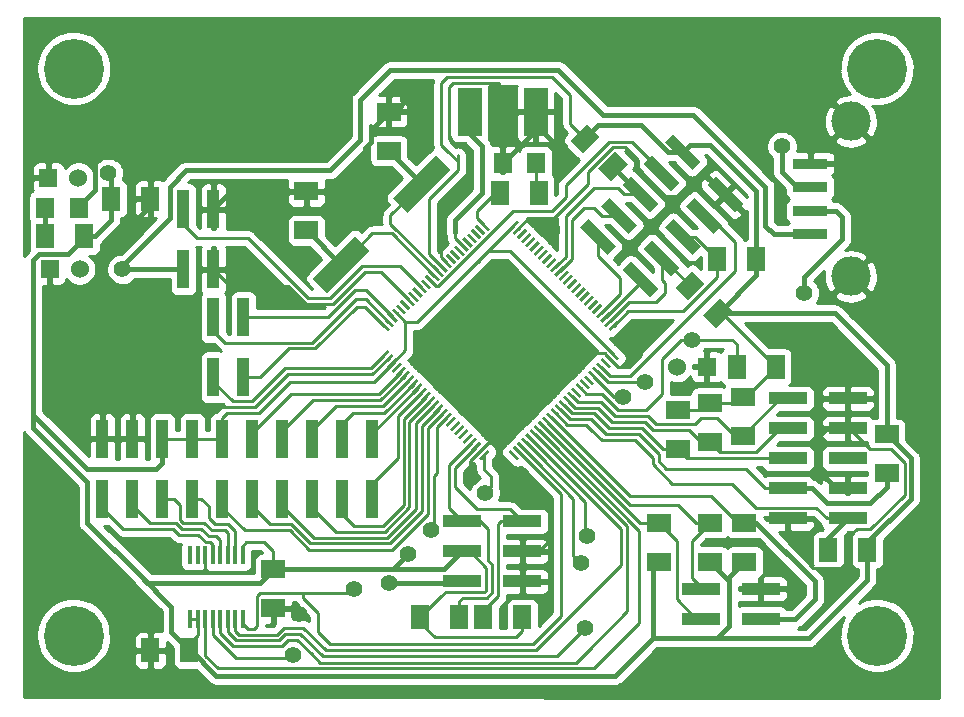
<source format=gtl>
G04 (created by PCBNEW-RS274X (2010-08-29 BZR 2466)-unstable) date Mi 01 Sep 2010 23:32:34 CEST*
G01*
G70*
G90*
%MOIN*%
G04 Gerber Fmt 3.4, Leading zero omitted, Abs format*
%FSLAX34Y34*%
G04 APERTURE LIST*
%ADD10C,0.004900*%
%ADD11R,0.080000X0.060000*%
%ADD12R,0.060000X0.080000*%
%ADD13R,0.060000X0.060000*%
%ADD14C,0.060000*%
%ADD15R,0.040000X0.130000*%
%ADD16R,0.130000X0.040000*%
%ADD17R,0.080000X0.160000*%
%ADD18R,0.062900X0.070900*%
%ADD19R,0.118100X0.035400*%
%ADD20C,0.131000*%
%ADD21R,0.015000X0.060000*%
%ADD22C,0.200000*%
%ADD23C,0.055000*%
%ADD24C,0.016000*%
%ADD25C,0.010000*%
G04 APERTURE END LIST*
G54D10*
G36*
X27804Y-21401D02*
X28299Y-21896D01*
X26884Y-23311D01*
X26389Y-22816D01*
X27804Y-21401D01*
X27804Y-21401D01*
G37*
G36*
X25116Y-24089D02*
X25611Y-24584D01*
X24196Y-25999D01*
X23701Y-25504D01*
X25116Y-24089D01*
X25116Y-24089D01*
G37*
G54D11*
X42850Y-30700D03*
X42850Y-32000D03*
G54D12*
X29950Y-22650D03*
X31250Y-22650D03*
X18300Y-22850D03*
X17000Y-22850D03*
G54D11*
X26250Y-21250D03*
X26250Y-19950D03*
G54D10*
G36*
X37705Y-26589D02*
X37139Y-27155D01*
X36715Y-26731D01*
X37281Y-26165D01*
X37705Y-26589D01*
X37705Y-26589D01*
G37*
G36*
X36785Y-25669D02*
X36219Y-26235D01*
X35795Y-25811D01*
X36361Y-25245D01*
X36785Y-25669D01*
X36785Y-25669D01*
G37*
G54D11*
X36950Y-29650D03*
X36950Y-30950D03*
X38050Y-29450D03*
X38050Y-30750D03*
G54D12*
X39150Y-28450D03*
X37850Y-28450D03*
X14800Y-24100D03*
X16100Y-24100D03*
X38500Y-24850D03*
X37200Y-24850D03*
G54D11*
X35900Y-29900D03*
X35900Y-31200D03*
G54D12*
X42200Y-34550D03*
X40900Y-34550D03*
X30700Y-36800D03*
X29400Y-36800D03*
X27300Y-36800D03*
X28600Y-36800D03*
G54D11*
X23500Y-23900D03*
X23500Y-22600D03*
G54D13*
X14950Y-25200D03*
G54D14*
X15950Y-25200D03*
G54D15*
X19400Y-25200D03*
X19400Y-23200D03*
X20400Y-25200D03*
X20400Y-23200D03*
G54D16*
X39550Y-32500D03*
X41550Y-32500D03*
X39550Y-33500D03*
X41550Y-33500D03*
X39550Y-29500D03*
X41550Y-29500D03*
X39550Y-30500D03*
X41550Y-30500D03*
X39550Y-31500D03*
X41550Y-31500D03*
X28700Y-33600D03*
X30700Y-33600D03*
X28700Y-34600D03*
X30700Y-34600D03*
X28700Y-35600D03*
X30700Y-35600D03*
G54D10*
G36*
X34205Y-21689D02*
X33639Y-22255D01*
X33215Y-21831D01*
X33781Y-21265D01*
X34205Y-21689D01*
X34205Y-21689D01*
G37*
G36*
X33285Y-20769D02*
X32719Y-21335D01*
X32295Y-20911D01*
X32861Y-20345D01*
X33285Y-20769D01*
X33285Y-20769D01*
G37*
G54D17*
X28950Y-19950D03*
X31150Y-19950D03*
G54D13*
X14900Y-22150D03*
G54D14*
X15900Y-22150D03*
G54D13*
X36850Y-28450D03*
G54D14*
X35850Y-28450D03*
G54D18*
X14791Y-23150D03*
X15909Y-23150D03*
X31159Y-21650D03*
X30041Y-21650D03*
G54D19*
X40292Y-22457D03*
X40292Y-23243D03*
X40292Y-21669D03*
G54D20*
X41650Y-20265D03*
X41650Y-25435D03*
G54D19*
X40292Y-24031D03*
G54D12*
X19600Y-37900D03*
X18300Y-37900D03*
G54D11*
X22400Y-35200D03*
X22400Y-36500D03*
G54D10*
G36*
X30303Y-23911D02*
X30232Y-23840D01*
X30515Y-23557D01*
X30586Y-23628D01*
X30303Y-23911D01*
X30303Y-23911D01*
G37*
G36*
X33640Y-27248D02*
X33569Y-27177D01*
X33852Y-26894D01*
X33923Y-26965D01*
X33640Y-27248D01*
X33640Y-27248D01*
G37*
G36*
X33499Y-27107D02*
X33428Y-27036D01*
X33711Y-26753D01*
X33782Y-26824D01*
X33499Y-27107D01*
X33499Y-27107D01*
G37*
G36*
X33365Y-26972D02*
X33294Y-26901D01*
X33577Y-26618D01*
X33648Y-26689D01*
X33365Y-26972D01*
X33365Y-26972D01*
G37*
G36*
X33223Y-26831D02*
X33152Y-26760D01*
X33435Y-26477D01*
X33506Y-26548D01*
X33223Y-26831D01*
X33223Y-26831D01*
G37*
G36*
X33082Y-26689D02*
X33011Y-26618D01*
X33294Y-26335D01*
X33365Y-26406D01*
X33082Y-26689D01*
X33082Y-26689D01*
G37*
G36*
X32947Y-26555D02*
X32876Y-26484D01*
X33159Y-26201D01*
X33230Y-26272D01*
X32947Y-26555D01*
X32947Y-26555D01*
G37*
G36*
X32806Y-26414D02*
X32735Y-26343D01*
X33018Y-26060D01*
X33089Y-26131D01*
X32806Y-26414D01*
X32806Y-26414D01*
G37*
G36*
X32665Y-26272D02*
X32594Y-26201D01*
X32877Y-25918D01*
X32948Y-25989D01*
X32665Y-26272D01*
X32665Y-26272D01*
G37*
G36*
X32530Y-26138D02*
X32459Y-26067D01*
X32742Y-25784D01*
X32813Y-25855D01*
X32530Y-26138D01*
X32530Y-26138D01*
G37*
G36*
X32389Y-25997D02*
X32318Y-25926D01*
X32601Y-25643D01*
X32672Y-25714D01*
X32389Y-25997D01*
X32389Y-25997D01*
G37*
G36*
X32247Y-25855D02*
X32176Y-25784D01*
X32459Y-25501D01*
X32530Y-25572D01*
X32247Y-25855D01*
X32247Y-25855D01*
G37*
G36*
X32106Y-25714D02*
X32035Y-25643D01*
X32318Y-25360D01*
X32389Y-25431D01*
X32106Y-25714D01*
X32106Y-25714D01*
G37*
G36*
X31972Y-25579D02*
X31901Y-25508D01*
X32184Y-25225D01*
X32255Y-25296D01*
X31972Y-25579D01*
X31972Y-25579D01*
G37*
G36*
X31830Y-25438D02*
X31759Y-25367D01*
X32042Y-25084D01*
X32113Y-25155D01*
X31830Y-25438D01*
X31830Y-25438D01*
G37*
G36*
X31689Y-25296D02*
X31618Y-25225D01*
X31901Y-24942D01*
X31972Y-25013D01*
X31689Y-25296D01*
X31689Y-25296D01*
G37*
G36*
X31554Y-25162D02*
X31483Y-25091D01*
X31766Y-24808D01*
X31837Y-24879D01*
X31554Y-25162D01*
X31554Y-25162D01*
G37*
G36*
X31413Y-25021D02*
X31342Y-24950D01*
X31625Y-24667D01*
X31696Y-24738D01*
X31413Y-25021D01*
X31413Y-25021D01*
G37*
G36*
X31272Y-24879D02*
X31201Y-24808D01*
X31484Y-24525D01*
X31555Y-24596D01*
X31272Y-24879D01*
X31272Y-24879D01*
G37*
G36*
X31137Y-24745D02*
X31066Y-24674D01*
X31349Y-24391D01*
X31420Y-24462D01*
X31137Y-24745D01*
X31137Y-24745D01*
G37*
G36*
X30996Y-24604D02*
X30925Y-24533D01*
X31208Y-24250D01*
X31279Y-24321D01*
X30996Y-24604D01*
X30996Y-24604D01*
G37*
G36*
X30854Y-24462D02*
X30783Y-24391D01*
X31066Y-24108D01*
X31137Y-24179D01*
X30854Y-24462D01*
X30854Y-24462D01*
G37*
G36*
X30720Y-24328D02*
X30649Y-24257D01*
X30932Y-23974D01*
X31003Y-24045D01*
X30720Y-24328D01*
X30720Y-24328D01*
G37*
G36*
X30579Y-24186D02*
X30508Y-24115D01*
X30791Y-23832D01*
X30862Y-23903D01*
X30579Y-24186D01*
X30579Y-24186D01*
G37*
G36*
X30437Y-24045D02*
X30366Y-23974D01*
X30649Y-23691D01*
X30720Y-23762D01*
X30437Y-24045D01*
X30437Y-24045D01*
G37*
G36*
X33852Y-28224D02*
X33569Y-27941D01*
X33640Y-27870D01*
X33923Y-28153D01*
X33852Y-28224D01*
X33852Y-28224D01*
G37*
G36*
X30515Y-31561D02*
X30232Y-31278D01*
X30303Y-31207D01*
X30586Y-31490D01*
X30515Y-31561D01*
X30515Y-31561D01*
G37*
G36*
X30656Y-31420D02*
X30373Y-31137D01*
X30444Y-31066D01*
X30727Y-31349D01*
X30656Y-31420D01*
X30656Y-31420D01*
G37*
G36*
X30791Y-31286D02*
X30508Y-31003D01*
X30579Y-30932D01*
X30862Y-31215D01*
X30791Y-31286D01*
X30791Y-31286D01*
G37*
G36*
X30932Y-31144D02*
X30649Y-30861D01*
X30720Y-30790D01*
X31003Y-31073D01*
X30932Y-31144D01*
X30932Y-31144D01*
G37*
G36*
X31074Y-31003D02*
X30791Y-30720D01*
X30862Y-30649D01*
X31145Y-30932D01*
X31074Y-31003D01*
X31074Y-31003D01*
G37*
G36*
X31208Y-30868D02*
X30925Y-30585D01*
X30996Y-30514D01*
X31279Y-30797D01*
X31208Y-30868D01*
X31208Y-30868D01*
G37*
G36*
X31349Y-30727D02*
X31066Y-30444D01*
X31137Y-30373D01*
X31420Y-30656D01*
X31349Y-30727D01*
X31349Y-30727D01*
G37*
G36*
X31491Y-30586D02*
X31208Y-30303D01*
X31279Y-30232D01*
X31562Y-30515D01*
X31491Y-30586D01*
X31491Y-30586D01*
G37*
G36*
X31625Y-30451D02*
X31342Y-30168D01*
X31413Y-30097D01*
X31696Y-30380D01*
X31625Y-30451D01*
X31625Y-30451D01*
G37*
G36*
X31766Y-30310D02*
X31483Y-30027D01*
X31554Y-29956D01*
X31837Y-30239D01*
X31766Y-30310D01*
X31766Y-30310D01*
G37*
G36*
X31908Y-30168D02*
X31625Y-29885D01*
X31696Y-29814D01*
X31979Y-30097D01*
X31908Y-30168D01*
X31908Y-30168D01*
G37*
G36*
X32049Y-30027D02*
X31766Y-29744D01*
X31837Y-29673D01*
X32120Y-29956D01*
X32049Y-30027D01*
X32049Y-30027D01*
G37*
G36*
X32184Y-29893D02*
X31901Y-29610D01*
X31972Y-29539D01*
X32255Y-29822D01*
X32184Y-29893D01*
X32184Y-29893D01*
G37*
G36*
X32325Y-29751D02*
X32042Y-29468D01*
X32113Y-29397D01*
X32396Y-29680D01*
X32325Y-29751D01*
X32325Y-29751D01*
G37*
G36*
X32467Y-29610D02*
X32184Y-29327D01*
X32255Y-29256D01*
X32538Y-29539D01*
X32467Y-29610D01*
X32467Y-29610D01*
G37*
G36*
X32601Y-29475D02*
X32318Y-29192D01*
X32389Y-29121D01*
X32672Y-29404D01*
X32601Y-29475D01*
X32601Y-29475D01*
G37*
G36*
X32742Y-29334D02*
X32459Y-29051D01*
X32530Y-28980D01*
X32813Y-29263D01*
X32742Y-29334D01*
X32742Y-29334D01*
G37*
G36*
X32884Y-29193D02*
X32601Y-28910D01*
X32672Y-28839D01*
X32955Y-29122D01*
X32884Y-29193D01*
X32884Y-29193D01*
G37*
G36*
X33018Y-29058D02*
X32735Y-28775D01*
X32806Y-28704D01*
X33089Y-28987D01*
X33018Y-29058D01*
X33018Y-29058D01*
G37*
G36*
X33159Y-28917D02*
X32876Y-28634D01*
X32947Y-28563D01*
X33230Y-28846D01*
X33159Y-28917D01*
X33159Y-28917D01*
G37*
G36*
X33301Y-28775D02*
X33018Y-28492D01*
X33089Y-28421D01*
X33372Y-28704D01*
X33301Y-28775D01*
X33301Y-28775D01*
G37*
G36*
X33435Y-28641D02*
X33152Y-28358D01*
X33223Y-28287D01*
X33506Y-28570D01*
X33435Y-28641D01*
X33435Y-28641D01*
G37*
G36*
X33577Y-28500D02*
X33294Y-28217D01*
X33365Y-28146D01*
X33648Y-28429D01*
X33577Y-28500D01*
X33577Y-28500D01*
G37*
G36*
X33718Y-28358D02*
X33435Y-28075D01*
X33506Y-28004D01*
X33789Y-28287D01*
X33718Y-28358D01*
X33718Y-28358D01*
G37*
G36*
X29539Y-23911D02*
X29256Y-23628D01*
X29327Y-23557D01*
X29610Y-23840D01*
X29539Y-23911D01*
X29539Y-23911D01*
G37*
G36*
X29398Y-24052D02*
X29115Y-23769D01*
X29186Y-23698D01*
X29469Y-23981D01*
X29398Y-24052D01*
X29398Y-24052D01*
G37*
G36*
X29263Y-24186D02*
X28980Y-23903D01*
X29051Y-23832D01*
X29334Y-24115D01*
X29263Y-24186D01*
X29263Y-24186D01*
G37*
G36*
X29122Y-24328D02*
X28839Y-24045D01*
X28910Y-23974D01*
X29193Y-24257D01*
X29122Y-24328D01*
X29122Y-24328D01*
G37*
G36*
X28980Y-24469D02*
X28697Y-24186D01*
X28768Y-24115D01*
X29051Y-24398D01*
X28980Y-24469D01*
X28980Y-24469D01*
G37*
G36*
X28846Y-24604D02*
X28563Y-24321D01*
X28634Y-24250D01*
X28917Y-24533D01*
X28846Y-24604D01*
X28846Y-24604D01*
G37*
G36*
X28705Y-24745D02*
X28422Y-24462D01*
X28493Y-24391D01*
X28776Y-24674D01*
X28705Y-24745D01*
X28705Y-24745D01*
G37*
G36*
X28563Y-24886D02*
X28280Y-24603D01*
X28351Y-24532D01*
X28634Y-24815D01*
X28563Y-24886D01*
X28563Y-24886D01*
G37*
G36*
X28429Y-25021D02*
X28146Y-24738D01*
X28217Y-24667D01*
X28500Y-24950D01*
X28429Y-25021D01*
X28429Y-25021D01*
G37*
G36*
X28288Y-25162D02*
X28005Y-24879D01*
X28076Y-24808D01*
X28359Y-25091D01*
X28288Y-25162D01*
X28288Y-25162D01*
G37*
G36*
X28146Y-25304D02*
X27863Y-25021D01*
X27934Y-24950D01*
X28217Y-25233D01*
X28146Y-25304D01*
X28146Y-25304D01*
G37*
G36*
X28005Y-25445D02*
X27722Y-25162D01*
X27793Y-25091D01*
X28076Y-25374D01*
X28005Y-25445D01*
X28005Y-25445D01*
G37*
G36*
X27870Y-25579D02*
X27587Y-25296D01*
X27658Y-25225D01*
X27941Y-25508D01*
X27870Y-25579D01*
X27870Y-25579D01*
G37*
G36*
X27729Y-25721D02*
X27446Y-25438D01*
X27517Y-25367D01*
X27800Y-25650D01*
X27729Y-25721D01*
X27729Y-25721D01*
G37*
G36*
X27587Y-25862D02*
X27304Y-25579D01*
X27375Y-25508D01*
X27658Y-25791D01*
X27587Y-25862D01*
X27587Y-25862D01*
G37*
G36*
X27453Y-25997D02*
X27170Y-25714D01*
X27241Y-25643D01*
X27524Y-25926D01*
X27453Y-25997D01*
X27453Y-25997D01*
G37*
G36*
X27312Y-26138D02*
X27029Y-25855D01*
X27100Y-25784D01*
X27383Y-26067D01*
X27312Y-26138D01*
X27312Y-26138D01*
G37*
G36*
X27170Y-26279D02*
X26887Y-25996D01*
X26958Y-25925D01*
X27241Y-26208D01*
X27170Y-26279D01*
X27170Y-26279D01*
G37*
G36*
X27036Y-26414D02*
X26753Y-26131D01*
X26824Y-26060D01*
X27107Y-26343D01*
X27036Y-26414D01*
X27036Y-26414D01*
G37*
G36*
X26895Y-26555D02*
X26612Y-26272D01*
X26683Y-26201D01*
X26966Y-26484D01*
X26895Y-26555D01*
X26895Y-26555D01*
G37*
G36*
X26753Y-26697D02*
X26470Y-26414D01*
X26541Y-26343D01*
X26824Y-26626D01*
X26753Y-26697D01*
X26753Y-26697D01*
G37*
G36*
X26619Y-26831D02*
X26336Y-26548D01*
X26407Y-26477D01*
X26690Y-26760D01*
X26619Y-26831D01*
X26619Y-26831D01*
G37*
G36*
X26477Y-26972D02*
X26194Y-26689D01*
X26265Y-26618D01*
X26548Y-26901D01*
X26477Y-26972D01*
X26477Y-26972D01*
G37*
G36*
X26336Y-27114D02*
X26053Y-26831D01*
X26124Y-26760D01*
X26407Y-27043D01*
X26336Y-27114D01*
X26336Y-27114D01*
G37*
G36*
X26202Y-27248D02*
X25919Y-26965D01*
X25990Y-26894D01*
X26273Y-27177D01*
X26202Y-27248D01*
X26202Y-27248D01*
G37*
G36*
X25990Y-28224D02*
X25919Y-28153D01*
X26202Y-27870D01*
X26273Y-27941D01*
X25990Y-28224D01*
X25990Y-28224D01*
G37*
G36*
X26131Y-28365D02*
X26060Y-28294D01*
X26343Y-28011D01*
X26414Y-28082D01*
X26131Y-28365D01*
X26131Y-28365D01*
G37*
G36*
X26265Y-28500D02*
X26194Y-28429D01*
X26477Y-28146D01*
X26548Y-28217D01*
X26265Y-28500D01*
X26265Y-28500D01*
G37*
G36*
X26407Y-28641D02*
X26336Y-28570D01*
X26619Y-28287D01*
X26690Y-28358D01*
X26407Y-28641D01*
X26407Y-28641D01*
G37*
G36*
X26548Y-28783D02*
X26477Y-28712D01*
X26760Y-28429D01*
X26831Y-28500D01*
X26548Y-28783D01*
X26548Y-28783D01*
G37*
G36*
X26683Y-28917D02*
X26612Y-28846D01*
X26895Y-28563D01*
X26966Y-28634D01*
X26683Y-28917D01*
X26683Y-28917D01*
G37*
G36*
X26824Y-29058D02*
X26753Y-28987D01*
X27036Y-28704D01*
X27107Y-28775D01*
X26824Y-29058D01*
X26824Y-29058D01*
G37*
G36*
X26965Y-29200D02*
X26894Y-29129D01*
X27177Y-28846D01*
X27248Y-28917D01*
X26965Y-29200D01*
X26965Y-29200D01*
G37*
G36*
X27100Y-29334D02*
X27029Y-29263D01*
X27312Y-28980D01*
X27383Y-29051D01*
X27100Y-29334D01*
X27100Y-29334D01*
G37*
G36*
X27241Y-29475D02*
X27170Y-29404D01*
X27453Y-29121D01*
X27524Y-29192D01*
X27241Y-29475D01*
X27241Y-29475D01*
G37*
G36*
X27383Y-29617D02*
X27312Y-29546D01*
X27595Y-29263D01*
X27666Y-29334D01*
X27383Y-29617D01*
X27383Y-29617D01*
G37*
G36*
X27524Y-29758D02*
X27453Y-29687D01*
X27736Y-29404D01*
X27807Y-29475D01*
X27524Y-29758D01*
X27524Y-29758D01*
G37*
G36*
X27658Y-29893D02*
X27587Y-29822D01*
X27870Y-29539D01*
X27941Y-29610D01*
X27658Y-29893D01*
X27658Y-29893D01*
G37*
G36*
X27800Y-30034D02*
X27729Y-29963D01*
X28012Y-29680D01*
X28083Y-29751D01*
X27800Y-30034D01*
X27800Y-30034D01*
G37*
G36*
X27941Y-30176D02*
X27870Y-30105D01*
X28153Y-29822D01*
X28224Y-29893D01*
X27941Y-30176D01*
X27941Y-30176D01*
G37*
G36*
X28076Y-30310D02*
X28005Y-30239D01*
X28288Y-29956D01*
X28359Y-30027D01*
X28076Y-30310D01*
X28076Y-30310D01*
G37*
G36*
X28217Y-30451D02*
X28146Y-30380D01*
X28429Y-30097D01*
X28500Y-30168D01*
X28217Y-30451D01*
X28217Y-30451D01*
G37*
G36*
X28358Y-30593D02*
X28287Y-30522D01*
X28570Y-30239D01*
X28641Y-30310D01*
X28358Y-30593D01*
X28358Y-30593D01*
G37*
G36*
X28493Y-30727D02*
X28422Y-30656D01*
X28705Y-30373D01*
X28776Y-30444D01*
X28493Y-30727D01*
X28493Y-30727D01*
G37*
G36*
X28634Y-30868D02*
X28563Y-30797D01*
X28846Y-30514D01*
X28917Y-30585D01*
X28634Y-30868D01*
X28634Y-30868D01*
G37*
G36*
X28776Y-31010D02*
X28705Y-30939D01*
X28988Y-30656D01*
X29059Y-30727D01*
X28776Y-31010D01*
X28776Y-31010D01*
G37*
G36*
X28910Y-31144D02*
X28839Y-31073D01*
X29122Y-30790D01*
X29193Y-30861D01*
X28910Y-31144D01*
X28910Y-31144D01*
G37*
G36*
X29051Y-31286D02*
X28980Y-31215D01*
X29263Y-30932D01*
X29334Y-31003D01*
X29051Y-31286D01*
X29051Y-31286D01*
G37*
G36*
X29193Y-31427D02*
X29122Y-31356D01*
X29405Y-31073D01*
X29476Y-31144D01*
X29193Y-31427D01*
X29193Y-31427D01*
G37*
G36*
X29327Y-31561D02*
X29256Y-31490D01*
X29539Y-31207D01*
X29610Y-31278D01*
X29327Y-31561D01*
X29327Y-31561D01*
G37*
G54D21*
X21375Y-34735D03*
X21125Y-34735D03*
X20875Y-34735D03*
X20624Y-34735D03*
X20375Y-34735D03*
X20125Y-34735D03*
X19875Y-34735D03*
X19625Y-34735D03*
X19625Y-36865D03*
X19875Y-36865D03*
X20125Y-36865D03*
X20376Y-36865D03*
X20625Y-36865D03*
X20875Y-36865D03*
X21125Y-36865D03*
X21375Y-36865D03*
G54D15*
X21400Y-26800D03*
X21400Y-28800D03*
X20400Y-26800D03*
X20400Y-28800D03*
X25700Y-30850D03*
X25700Y-32850D03*
X24700Y-30850D03*
X24700Y-32850D03*
X23700Y-30850D03*
X23700Y-32850D03*
X22700Y-30850D03*
X22700Y-32850D03*
X21700Y-30850D03*
X21700Y-32850D03*
X20700Y-30850D03*
X20700Y-32850D03*
X19700Y-30850D03*
X19700Y-32850D03*
X18700Y-30850D03*
X18700Y-32850D03*
X17700Y-30850D03*
X17700Y-32850D03*
X16700Y-30850D03*
X16700Y-32850D03*
G54D10*
G36*
X35442Y-20968D02*
X35725Y-20685D01*
X36644Y-21604D01*
X36361Y-21887D01*
X35442Y-20968D01*
X35442Y-20968D01*
G37*
G36*
X36856Y-22382D02*
X37139Y-22099D01*
X38058Y-23018D01*
X37775Y-23301D01*
X36856Y-22382D01*
X36856Y-22382D01*
G37*
G36*
X34735Y-21675D02*
X35018Y-21392D01*
X35937Y-22311D01*
X35654Y-22594D01*
X34735Y-21675D01*
X34735Y-21675D01*
G37*
G36*
X36149Y-23089D02*
X36432Y-22806D01*
X37351Y-23725D01*
X37068Y-24008D01*
X36149Y-23089D01*
X36149Y-23089D01*
G37*
G36*
X34028Y-22382D02*
X34311Y-22099D01*
X35230Y-23018D01*
X34947Y-23301D01*
X34028Y-22382D01*
X34028Y-22382D01*
G37*
G36*
X35442Y-23796D02*
X35725Y-23513D01*
X36644Y-24432D01*
X36361Y-24715D01*
X35442Y-23796D01*
X35442Y-23796D01*
G37*
G36*
X33321Y-23089D02*
X33604Y-22806D01*
X34523Y-23725D01*
X34240Y-24008D01*
X33321Y-23089D01*
X33321Y-23089D01*
G37*
G36*
X34735Y-24503D02*
X35018Y-24220D01*
X35937Y-25139D01*
X35654Y-25422D01*
X34735Y-24503D01*
X34735Y-24503D01*
G37*
G36*
X32613Y-23796D02*
X32896Y-23513D01*
X33815Y-24432D01*
X33532Y-24715D01*
X32613Y-23796D01*
X32613Y-23796D01*
G37*
G36*
X34028Y-25210D02*
X34311Y-24927D01*
X35230Y-25846D01*
X34947Y-26129D01*
X34028Y-25210D01*
X34028Y-25210D01*
G37*
G54D16*
X36650Y-35850D03*
X38650Y-35850D03*
X36650Y-36850D03*
X38650Y-36850D03*
G54D11*
X35250Y-33650D03*
X35250Y-34950D03*
X38100Y-33650D03*
X38100Y-34950D03*
X36950Y-33650D03*
X36950Y-34950D03*
G54D22*
X42520Y-37402D03*
X42520Y-18504D03*
X15748Y-18504D03*
X15748Y-37402D03*
G54D23*
X29450Y-32650D03*
X26900Y-34700D03*
X16900Y-22000D03*
X26250Y-35650D03*
X17350Y-25200D03*
X34050Y-29450D03*
X40100Y-26000D03*
X39350Y-21100D03*
X34800Y-28950D03*
X36350Y-27550D03*
X39850Y-35850D03*
X26900Y-19500D03*
X30650Y-32400D03*
X29000Y-32150D03*
X23250Y-36700D03*
X29950Y-20150D03*
X34650Y-27600D03*
X15450Y-21150D03*
X22450Y-20350D03*
X17200Y-37250D03*
X18300Y-34550D03*
X41800Y-28600D03*
X39700Y-20450D03*
X31700Y-23900D03*
X31950Y-21200D03*
X27650Y-33900D03*
X32650Y-35000D03*
X23050Y-38050D03*
X32850Y-34100D03*
X32800Y-37150D03*
X25100Y-35850D03*
G54D24*
X38750Y-37500D02*
X40250Y-37500D01*
X42200Y-35550D02*
X42200Y-34550D01*
X40250Y-37500D02*
X42200Y-35550D01*
X37600Y-36100D02*
X37600Y-35450D01*
X37600Y-35450D02*
X38100Y-34950D01*
X36900Y-37500D02*
X37200Y-37500D01*
X37600Y-35600D02*
X36950Y-34950D01*
X37600Y-37100D02*
X37600Y-36100D01*
X37600Y-36100D02*
X37600Y-35600D01*
X37200Y-37500D02*
X37600Y-37100D01*
X35050Y-37500D02*
X35050Y-35150D01*
X35050Y-35150D02*
X35250Y-34950D01*
X33150Y-38750D02*
X33800Y-38750D01*
X19600Y-37900D02*
X19650Y-37900D01*
X20500Y-38750D02*
X33150Y-38750D01*
X19650Y-37900D02*
X20500Y-38750D01*
X35050Y-37500D02*
X36900Y-37500D01*
X36900Y-37500D02*
X38750Y-37500D01*
X38750Y-37500D02*
X39300Y-37500D01*
X33800Y-38750D02*
X35050Y-37500D01*
X42200Y-35200D02*
X42200Y-34550D01*
X25550Y-35200D02*
X26400Y-35200D01*
G54D25*
X29433Y-31883D02*
X29433Y-31384D01*
X29650Y-32100D02*
X29433Y-31883D01*
X29650Y-32450D02*
X29650Y-32100D01*
X29450Y-32650D02*
X29650Y-32450D01*
G54D24*
X26400Y-35200D02*
X26900Y-34700D01*
G54D25*
X29250Y-35950D02*
X29450Y-35950D01*
X29500Y-35900D02*
X29500Y-35150D01*
X29450Y-35950D02*
X29500Y-35900D01*
X27300Y-36800D02*
X27300Y-36973D01*
X30700Y-37250D02*
X30700Y-36800D01*
X30500Y-37450D02*
X30700Y-37250D01*
X27777Y-37450D02*
X30500Y-37450D01*
X27300Y-36973D02*
X27777Y-37450D01*
X28000Y-36100D02*
X27300Y-36800D01*
X28150Y-35950D02*
X28000Y-36100D01*
X29400Y-35950D02*
X29250Y-35950D01*
X29250Y-35950D02*
X28150Y-35950D01*
X28700Y-34600D02*
X28950Y-34600D01*
X28950Y-34600D02*
X29500Y-35150D01*
G54D24*
X27300Y-35200D02*
X28100Y-35200D01*
X25400Y-35200D02*
X25550Y-35200D01*
X25550Y-35200D02*
X27300Y-35200D01*
X28100Y-35200D02*
X28700Y-34600D01*
G54D25*
X28550Y-21600D02*
X28200Y-21250D01*
X28200Y-18800D02*
X28450Y-18800D01*
X28000Y-19000D02*
X28200Y-18800D01*
X28000Y-21050D02*
X28000Y-19000D01*
X28200Y-21250D02*
X28000Y-21050D01*
X29433Y-31384D02*
X29433Y-31417D01*
X29433Y-31417D02*
X29350Y-31500D01*
G54D24*
X17975Y-35425D02*
X18200Y-35650D01*
X21950Y-35650D02*
X22400Y-35200D01*
X18200Y-35650D02*
X21950Y-35650D01*
X42200Y-34550D02*
X42200Y-34300D01*
X43650Y-31500D02*
X42850Y-30700D01*
X43650Y-32850D02*
X43650Y-31500D01*
X42200Y-34300D02*
X43650Y-32850D01*
X42850Y-30700D02*
X42850Y-28400D01*
X41110Y-26660D02*
X37210Y-26660D01*
X42850Y-28400D02*
X41110Y-26660D01*
G54D25*
X37210Y-26660D02*
X37360Y-26660D01*
X37360Y-26660D02*
X39150Y-28450D01*
X38050Y-29450D02*
X38150Y-29450D01*
X38150Y-29450D02*
X39150Y-28450D01*
X36950Y-29650D02*
X37850Y-29650D01*
X37850Y-29650D02*
X38050Y-29450D01*
X35900Y-29900D02*
X36700Y-29900D01*
X36700Y-29900D02*
X36950Y-29650D01*
X29197Y-24946D02*
X29204Y-24946D01*
X30299Y-24600D02*
X33746Y-28047D01*
X29550Y-24600D02*
X30299Y-24600D01*
X29204Y-24946D02*
X29550Y-24600D01*
X26800Y-26950D02*
X27193Y-26950D01*
X27193Y-26950D02*
X29197Y-24946D01*
X29197Y-24946D02*
X30409Y-23734D01*
X28040Y-25127D02*
X28027Y-25127D01*
X32300Y-20350D02*
X32790Y-20840D01*
X28450Y-18800D02*
X31700Y-18800D01*
X31700Y-18800D02*
X32300Y-19400D01*
X32300Y-19400D02*
X32300Y-20350D01*
X28400Y-18800D02*
X28450Y-18800D01*
X28550Y-21900D02*
X28550Y-21600D01*
X28550Y-21600D02*
X28550Y-21400D01*
X27600Y-22850D02*
X28550Y-21900D01*
X27600Y-24700D02*
X27600Y-22850D01*
X28027Y-25127D02*
X27600Y-24700D01*
X26513Y-26654D02*
X26513Y-26663D01*
X26800Y-27894D02*
X26371Y-28323D01*
X26800Y-26950D02*
X26800Y-27894D01*
X26513Y-26663D02*
X26800Y-26950D01*
G54D24*
X36043Y-21286D02*
X35536Y-21286D01*
X33230Y-20400D02*
X32790Y-20840D01*
X34650Y-20400D02*
X33230Y-20400D01*
X35536Y-21286D02*
X34650Y-20400D01*
X38500Y-24850D02*
X38500Y-22600D01*
X36279Y-21050D02*
X36043Y-21286D01*
X36950Y-21050D02*
X36279Y-21050D01*
X38500Y-22600D02*
X36950Y-21050D01*
X37210Y-26660D02*
X37240Y-26660D01*
X38500Y-25400D02*
X38500Y-24850D01*
X37240Y-26660D02*
X38500Y-25400D01*
X25400Y-35200D02*
X26050Y-35200D01*
X22400Y-35200D02*
X25200Y-35200D01*
X25200Y-35200D02*
X25400Y-35200D01*
X14400Y-30050D02*
X14400Y-30500D01*
X19000Y-37300D02*
X19600Y-37900D01*
X19000Y-36450D02*
X19000Y-37300D01*
X16200Y-33650D02*
X17975Y-35425D01*
X17975Y-35425D02*
X19000Y-36450D01*
X16200Y-32300D02*
X16200Y-33650D01*
X14400Y-30500D02*
X16200Y-32300D01*
X16100Y-24100D02*
X16100Y-24150D01*
X18700Y-31650D02*
X18700Y-30850D01*
X18500Y-31850D02*
X18700Y-31650D01*
X16200Y-31850D02*
X18500Y-31850D01*
X14400Y-30050D02*
X16200Y-31850D01*
X14400Y-24900D02*
X14400Y-30050D01*
X14600Y-24700D02*
X14400Y-24900D01*
X15550Y-24700D02*
X14600Y-24700D01*
X16100Y-24150D02*
X15550Y-24700D01*
G54D25*
X26371Y-28323D02*
X26371Y-28329D01*
X20700Y-30150D02*
X20700Y-30850D01*
X20868Y-29982D02*
X20700Y-30150D01*
X21918Y-29982D02*
X20868Y-29982D01*
X22950Y-28950D02*
X21918Y-29982D01*
X25750Y-28950D02*
X22950Y-28950D01*
X26371Y-28329D02*
X25750Y-28950D01*
X19700Y-30850D02*
X18700Y-30850D01*
X20700Y-30850D02*
X19700Y-30850D01*
X21375Y-34735D02*
X21375Y-34425D01*
X22400Y-34600D02*
X22400Y-35200D01*
X22100Y-34300D02*
X22400Y-34600D01*
X21500Y-34300D02*
X22100Y-34300D01*
X21375Y-34425D02*
X21500Y-34300D01*
X19875Y-36865D02*
X19625Y-36865D01*
X19600Y-37900D02*
X19600Y-37650D01*
X19600Y-37650D02*
X19875Y-37375D01*
X19875Y-37375D02*
X19875Y-36865D01*
G54D24*
X17000Y-22850D02*
X17000Y-22100D01*
X17000Y-22100D02*
X16900Y-22000D01*
X16100Y-24100D02*
X16450Y-24100D01*
X17000Y-23550D02*
X17000Y-22850D01*
X16450Y-24100D02*
X17000Y-23550D01*
X26700Y-35650D02*
X28650Y-35650D01*
X26250Y-35650D02*
X26700Y-35650D01*
X28650Y-35650D02*
X28700Y-35600D01*
X17350Y-25200D02*
X17350Y-25100D01*
X39081Y-24031D02*
X40292Y-24031D01*
X38800Y-23750D02*
X39081Y-24031D01*
X38800Y-22450D02*
X38800Y-23750D01*
X36400Y-20050D02*
X38800Y-22450D01*
X33400Y-20050D02*
X36400Y-20050D01*
X31900Y-18550D02*
X33400Y-20050D01*
X26300Y-18550D02*
X31900Y-18550D01*
X25300Y-19550D02*
X26300Y-18550D01*
X25300Y-20900D02*
X25300Y-19550D01*
X24300Y-21900D02*
X25300Y-20900D01*
X19500Y-21900D02*
X24300Y-21900D01*
X18950Y-22450D02*
X19500Y-21900D01*
X18950Y-23500D02*
X18950Y-22450D01*
X17350Y-25100D02*
X18950Y-23500D01*
X19400Y-25200D02*
X17350Y-25200D01*
G54D25*
X34200Y-33900D02*
X34200Y-33765D01*
X34200Y-33765D02*
X31485Y-31050D01*
X23675Y-38025D02*
X23675Y-38033D01*
X32482Y-38318D02*
X32850Y-37950D01*
X23960Y-38318D02*
X32482Y-38318D01*
X23675Y-38033D02*
X23960Y-38318D01*
X31485Y-31050D02*
X31102Y-30691D01*
X22700Y-37750D02*
X22900Y-37550D01*
X22900Y-37550D02*
X23200Y-37550D01*
X23200Y-37550D02*
X23675Y-38025D01*
X32850Y-37950D02*
X34200Y-36600D01*
X34200Y-36600D02*
X34200Y-33900D01*
X34200Y-33900D02*
X34200Y-33800D01*
X34200Y-33800D02*
X34200Y-33789D01*
X20625Y-36865D02*
X20625Y-37325D01*
X21050Y-37750D02*
X22700Y-37750D01*
X20625Y-37325D02*
X21050Y-37750D01*
X34000Y-34300D02*
X34000Y-33858D01*
X34000Y-33858D02*
X31392Y-31250D01*
X23400Y-37150D02*
X24150Y-37900D01*
X31150Y-37900D02*
X31900Y-37150D01*
X24150Y-37900D02*
X31150Y-37900D01*
X34000Y-35050D02*
X34000Y-34300D01*
X22450Y-37386D02*
X22506Y-37386D01*
X22742Y-37150D02*
X23400Y-37150D01*
X22506Y-37386D02*
X22742Y-37150D01*
X21125Y-36865D02*
X21125Y-37265D01*
X21246Y-37386D02*
X22450Y-37386D01*
X21125Y-37265D02*
X21246Y-37386D01*
X31900Y-37150D02*
X34000Y-35050D01*
X31392Y-31250D02*
X30968Y-30826D01*
X33436Y-29736D02*
X33800Y-30100D01*
X33800Y-30100D02*
X34900Y-30100D01*
X33311Y-29611D02*
X33436Y-29736D01*
X32539Y-29611D02*
X33311Y-29611D01*
X34900Y-30100D02*
X35150Y-30350D01*
X38050Y-30750D02*
X37800Y-30750D01*
X37800Y-30750D02*
X37200Y-30150D01*
X37200Y-30150D02*
X36650Y-30150D01*
X36650Y-30150D02*
X36450Y-30350D01*
X36450Y-30350D02*
X35150Y-30350D01*
X32539Y-29611D02*
X32361Y-29433D01*
X39550Y-29500D02*
X39300Y-29500D01*
X39300Y-29500D02*
X38050Y-30750D01*
X32448Y-29803D02*
X33203Y-29803D01*
X33203Y-29803D02*
X33328Y-29928D01*
X34800Y-30300D02*
X35050Y-30550D01*
X33700Y-30300D02*
X34800Y-30300D01*
X33328Y-29928D02*
X33700Y-30300D01*
X36950Y-30950D02*
X36650Y-30950D01*
X36650Y-30950D02*
X36250Y-30550D01*
X36250Y-30550D02*
X35050Y-30550D01*
X32448Y-29803D02*
X32219Y-29574D01*
X39550Y-30500D02*
X39300Y-30500D01*
X37300Y-31300D02*
X36950Y-30950D01*
X38500Y-31300D02*
X37300Y-31300D01*
X39300Y-30500D02*
X38500Y-31300D01*
X36950Y-33650D02*
X36500Y-33650D01*
X31514Y-30280D02*
X31519Y-30274D01*
X34284Y-33050D02*
X31514Y-30280D01*
X35900Y-33050D02*
X34284Y-33050D01*
X36500Y-33650D02*
X35900Y-33050D01*
X36650Y-35850D02*
X36650Y-35800D01*
X36350Y-34250D02*
X36950Y-33650D01*
X36350Y-35500D02*
X36350Y-34250D01*
X36650Y-35800D02*
X36350Y-35500D01*
X35250Y-33650D02*
X34626Y-33650D01*
X34626Y-33650D02*
X31385Y-30409D01*
X36650Y-36850D02*
X36500Y-36850D01*
X35850Y-34250D02*
X35250Y-33650D01*
X35850Y-36200D02*
X35850Y-34250D01*
X36500Y-36850D02*
X35850Y-36200D01*
X38100Y-33650D02*
X37900Y-33650D01*
X34277Y-32750D02*
X31660Y-30133D01*
X37000Y-32750D02*
X34277Y-32750D01*
X37900Y-33650D02*
X37000Y-32750D01*
G54D24*
X38650Y-36850D02*
X39800Y-36850D01*
X38500Y-33650D02*
X38100Y-33650D01*
X40450Y-35600D02*
X38500Y-33650D01*
X40450Y-36200D02*
X40450Y-35600D01*
X39800Y-36850D02*
X40450Y-36200D01*
G54D25*
X38650Y-36850D02*
X38150Y-36850D01*
X31660Y-30133D02*
X31686Y-30133D01*
X32181Y-30370D02*
X32820Y-30370D01*
X32820Y-30370D02*
X32995Y-30545D01*
X35050Y-31700D02*
X35700Y-32350D01*
X35050Y-31500D02*
X35050Y-31700D01*
X34450Y-30900D02*
X35050Y-31500D01*
X33350Y-30900D02*
X34450Y-30900D01*
X32995Y-30545D02*
X33350Y-30900D01*
G54D24*
X40900Y-34550D02*
X40900Y-34150D01*
X40900Y-34150D02*
X41550Y-33500D01*
G54D25*
X41550Y-33500D02*
X40850Y-33500D01*
X37700Y-32350D02*
X35700Y-32350D01*
X38500Y-33150D02*
X37700Y-32350D01*
X40500Y-33150D02*
X38500Y-33150D01*
X40850Y-33500D02*
X40500Y-33150D01*
X32181Y-30370D02*
X31802Y-29991D01*
X29450Y-36150D02*
X29508Y-36150D01*
X29700Y-35958D02*
X29700Y-35050D01*
X29508Y-36150D02*
X29700Y-35958D01*
X28600Y-36252D02*
X28702Y-36150D01*
X28702Y-36150D02*
X29450Y-36150D01*
X28600Y-36800D02*
X28600Y-36252D01*
X29300Y-33600D02*
X28700Y-33600D01*
X29700Y-35050D02*
X29550Y-34900D01*
X29550Y-34900D02*
X29550Y-33850D01*
X29550Y-33850D02*
X29300Y-33600D01*
X28700Y-33600D02*
X28250Y-33150D01*
X28250Y-33150D02*
X28250Y-31733D01*
X28250Y-31733D02*
X29016Y-30967D01*
X29400Y-36800D02*
X29400Y-36600D01*
X30000Y-33600D02*
X30700Y-33600D01*
X29900Y-33700D02*
X30000Y-33600D01*
X29900Y-36100D02*
X29900Y-33700D01*
X29400Y-36600D02*
X29900Y-36100D01*
X29400Y-36800D02*
X29400Y-36750D01*
X28450Y-32300D02*
X28450Y-32450D01*
X28450Y-32300D02*
X28450Y-31816D01*
X28450Y-31816D02*
X29157Y-31109D01*
X28450Y-32450D02*
X29200Y-33200D01*
X29200Y-33200D02*
X30300Y-33200D01*
X30300Y-33200D02*
X30700Y-33600D01*
X37200Y-24850D02*
X37200Y-25450D01*
X36050Y-26600D02*
X34217Y-26600D01*
X34217Y-26600D02*
X33746Y-27071D01*
X37200Y-25450D02*
X36050Y-26600D01*
X36043Y-24114D02*
X36464Y-24114D01*
X36464Y-24114D02*
X37200Y-24850D01*
X35336Y-24821D02*
X35371Y-24821D01*
X35371Y-24821D02*
X36290Y-25740D01*
X35336Y-24821D02*
X35336Y-25536D01*
X34235Y-26300D02*
X33605Y-26930D01*
X35150Y-26300D02*
X34235Y-26300D01*
X35450Y-26000D02*
X35150Y-26300D01*
X35450Y-25650D02*
X35450Y-26000D01*
X35336Y-25536D02*
X35450Y-25650D01*
X33922Y-23407D02*
X33357Y-23407D01*
X32350Y-24847D02*
X31936Y-25261D01*
X32350Y-23550D02*
X32350Y-24847D01*
X32750Y-23150D02*
X32350Y-23550D01*
X33100Y-23150D02*
X32750Y-23150D01*
X33357Y-23407D02*
X33100Y-23150D01*
X36750Y-23407D02*
X36907Y-23407D01*
X37800Y-25250D02*
X34300Y-28750D01*
X34300Y-28750D02*
X33615Y-28750D01*
X33615Y-28750D02*
X33329Y-28464D01*
X37800Y-24300D02*
X37800Y-25250D01*
X36907Y-23407D02*
X37800Y-24300D01*
X20400Y-26800D02*
X20400Y-27250D01*
X20800Y-27650D02*
X23700Y-27650D01*
X20400Y-27250D02*
X20800Y-27650D01*
X25493Y-26200D02*
X26230Y-26937D01*
X25150Y-26200D02*
X25493Y-26200D01*
X23700Y-27650D02*
X25150Y-26200D01*
G54D24*
X33710Y-21760D02*
X33710Y-21781D01*
X33710Y-21781D02*
X34629Y-22700D01*
G54D25*
X34629Y-22700D02*
X34100Y-22700D01*
X32168Y-24772D02*
X31795Y-25119D01*
X32168Y-23432D02*
X32168Y-24772D01*
X33100Y-22500D02*
X32168Y-23432D01*
X33900Y-22500D02*
X33100Y-22500D01*
X34100Y-22700D02*
X33900Y-22500D01*
X32150Y-22400D02*
X32150Y-22800D01*
X27829Y-25750D02*
X27623Y-25544D01*
X27900Y-25750D02*
X27829Y-25750D01*
X30400Y-23250D02*
X27900Y-25750D01*
X31700Y-23250D02*
X30400Y-23250D01*
X32150Y-22800D02*
X31700Y-23250D01*
X35336Y-21993D02*
X35336Y-21936D01*
X33600Y-20950D02*
X32150Y-22400D01*
X34350Y-20950D02*
X33600Y-20950D01*
X35336Y-21936D02*
X34350Y-20950D01*
X34050Y-29450D02*
X33763Y-29450D01*
X33763Y-29450D02*
X33053Y-28740D01*
X33053Y-28740D02*
X33449Y-29136D01*
G54D24*
X41143Y-23243D02*
X41350Y-23450D01*
X41350Y-23450D02*
X41350Y-24200D01*
X41350Y-24200D02*
X40100Y-25450D01*
X40100Y-25450D02*
X40100Y-26000D01*
X41143Y-23243D02*
X40292Y-23243D01*
G54D25*
X34800Y-28950D02*
X33557Y-28950D01*
X33200Y-28593D02*
X33195Y-28598D01*
X33557Y-28950D02*
X33200Y-28593D01*
G54D24*
X40292Y-22457D02*
X39857Y-22457D01*
X39350Y-21950D02*
X39350Y-21100D01*
X39857Y-22457D02*
X39350Y-21950D01*
G54D25*
X32356Y-29994D02*
X33094Y-29994D01*
X33094Y-29994D02*
X33244Y-30144D01*
X35400Y-31200D02*
X35900Y-31200D01*
X34700Y-30500D02*
X35400Y-31200D01*
X33600Y-30500D02*
X34700Y-30500D01*
X33244Y-30144D02*
X33600Y-30500D01*
X32356Y-29994D02*
X32078Y-29716D01*
X39550Y-31500D02*
X36200Y-31500D01*
X36200Y-31500D02*
X35900Y-31200D01*
X34600Y-34000D02*
X34600Y-33907D01*
X34600Y-33907D02*
X31543Y-30850D01*
X20125Y-36865D02*
X20125Y-38075D01*
X20125Y-38075D02*
X20550Y-38500D01*
X20550Y-38500D02*
X33101Y-38500D01*
X33101Y-38500D02*
X34600Y-37001D01*
X34600Y-37001D02*
X34600Y-34000D01*
X31543Y-30850D02*
X31243Y-30550D01*
X31250Y-30550D02*
X31243Y-30550D01*
X32272Y-30179D02*
X32979Y-30179D01*
X32979Y-30179D02*
X33129Y-30329D01*
X35250Y-31350D02*
X35250Y-31600D01*
X34600Y-30700D02*
X35250Y-31350D01*
X33500Y-30700D02*
X34600Y-30700D01*
X33129Y-30329D02*
X33500Y-30700D01*
G54D24*
X42850Y-32000D02*
X42850Y-32450D01*
X40350Y-32500D02*
X39550Y-32500D01*
X40850Y-33000D02*
X40350Y-32500D01*
X42300Y-33000D02*
X40850Y-33000D01*
X42850Y-32450D02*
X42300Y-33000D01*
G54D25*
X39550Y-32500D02*
X38800Y-32500D01*
X35500Y-31850D02*
X35250Y-31600D01*
X38150Y-31850D02*
X35500Y-31850D01*
X38800Y-32500D02*
X38150Y-31850D01*
X32272Y-30179D02*
X31943Y-29850D01*
X33875Y-29875D02*
X33500Y-29500D01*
X33336Y-29336D02*
X33500Y-29500D01*
X32815Y-29336D02*
X33336Y-29336D01*
X34825Y-29875D02*
X33875Y-29875D01*
X36000Y-27550D02*
X35350Y-28200D01*
X36350Y-27550D02*
X36000Y-27550D01*
X34825Y-29875D02*
X35350Y-29350D01*
X35350Y-29350D02*
X35350Y-28200D01*
X32815Y-29336D02*
X32636Y-29157D01*
X37850Y-28450D02*
X37850Y-27700D01*
X37700Y-27550D02*
X36350Y-27550D01*
X37850Y-27700D02*
X37700Y-27550D01*
X33214Y-24114D02*
X33214Y-24764D01*
X33950Y-26033D02*
X33329Y-26654D01*
X33950Y-25500D02*
X33950Y-26033D01*
X33214Y-24764D02*
X33950Y-25500D01*
X34629Y-25528D02*
X34629Y-25637D01*
X34629Y-25637D02*
X33471Y-26795D01*
X25050Y-30000D02*
X26094Y-30000D01*
X26094Y-30000D02*
X27071Y-29023D01*
X24700Y-30850D02*
X24700Y-30350D01*
X24700Y-30350D02*
X25050Y-30000D01*
G54D24*
X41550Y-29500D02*
X41550Y-28850D01*
X41550Y-28850D02*
X41800Y-28600D01*
X38650Y-35850D02*
X39850Y-35850D01*
X26450Y-19950D02*
X26250Y-19950D01*
X26900Y-19500D02*
X26450Y-19950D01*
G54D25*
X30700Y-34600D02*
X31250Y-34600D01*
X31250Y-34600D02*
X31650Y-34200D01*
X31650Y-34200D02*
X31650Y-33000D01*
X31650Y-33000D02*
X31050Y-32400D01*
X31050Y-32400D02*
X30650Y-32400D01*
X28950Y-31599D02*
X29299Y-31250D01*
X29000Y-32150D02*
X28950Y-32100D01*
X28950Y-32100D02*
X28950Y-31599D01*
X30700Y-35600D02*
X30700Y-34600D01*
G54D24*
X23050Y-36500D02*
X23250Y-36700D01*
X23050Y-36500D02*
X22400Y-36500D01*
G54D25*
X28000Y-24300D02*
X28000Y-22950D01*
X28000Y-24800D02*
X28000Y-24300D01*
X28182Y-24982D02*
X28000Y-24800D01*
X28182Y-24985D02*
X28182Y-24982D01*
X29950Y-19050D02*
X29950Y-20150D01*
X29882Y-18982D02*
X29950Y-19050D01*
X28377Y-18982D02*
X29882Y-18982D01*
X28250Y-19109D02*
X28377Y-18982D01*
X28250Y-20850D02*
X28250Y-19109D01*
X28450Y-21050D02*
X28250Y-20850D01*
X28650Y-21050D02*
X28450Y-21050D01*
X28900Y-21300D02*
X28650Y-21050D01*
X28900Y-22050D02*
X28900Y-21300D01*
X28000Y-22950D02*
X28900Y-22050D01*
X39550Y-33500D02*
X39550Y-34300D01*
X41600Y-30500D02*
X41550Y-30500D01*
X42300Y-31200D02*
X41600Y-30500D01*
X43000Y-31200D02*
X42300Y-31200D01*
X43438Y-31638D02*
X43000Y-31200D01*
X43438Y-32712D02*
X43438Y-31638D01*
X42300Y-33850D02*
X43438Y-32712D01*
X41850Y-33850D02*
X42300Y-33850D01*
X41500Y-34200D02*
X41850Y-33850D01*
X41500Y-34950D02*
X41500Y-34200D01*
X41312Y-35138D02*
X41500Y-34950D01*
X40388Y-35138D02*
X41312Y-35138D01*
X39550Y-34300D02*
X40388Y-35138D01*
X33881Y-28450D02*
X33612Y-28181D01*
X34250Y-28450D02*
X33881Y-28450D01*
X34650Y-28050D02*
X34250Y-28450D01*
X34650Y-27600D02*
X34650Y-28050D01*
G54D24*
X15450Y-21150D02*
X16800Y-21150D01*
X15909Y-23150D02*
X15909Y-23091D01*
X16450Y-21500D02*
X16800Y-21150D01*
X16450Y-22550D02*
X16450Y-21500D01*
X15909Y-23091D02*
X16450Y-22550D01*
X23500Y-22600D02*
X24450Y-22600D01*
X24450Y-22600D02*
X25450Y-21600D01*
X25450Y-21600D02*
X25450Y-21150D01*
X25450Y-21150D02*
X25650Y-20950D01*
X25650Y-20950D02*
X25650Y-20550D01*
X25650Y-20550D02*
X26250Y-19950D01*
X21650Y-21150D02*
X17350Y-21150D01*
X22450Y-20350D02*
X21650Y-21150D01*
X23500Y-22600D02*
X21000Y-22600D01*
X21000Y-22600D02*
X20400Y-23200D01*
X18300Y-22850D02*
X18300Y-23100D01*
X14950Y-25700D02*
X14950Y-25200D01*
X15050Y-25800D02*
X14950Y-25700D01*
X16250Y-25800D02*
X15050Y-25800D01*
X16700Y-25350D02*
X16250Y-25800D01*
X16700Y-24700D02*
X16700Y-25350D01*
X18300Y-23100D02*
X16700Y-24700D01*
X18300Y-21900D02*
X18300Y-22850D01*
X17550Y-21150D02*
X18300Y-21900D01*
X16800Y-21150D02*
X17350Y-21150D01*
X17350Y-21150D02*
X17550Y-21150D01*
G54D25*
X20125Y-34735D02*
X20125Y-35175D01*
X17850Y-37900D02*
X18300Y-37900D01*
X17200Y-37250D02*
X17850Y-37900D01*
X19000Y-35250D02*
X18300Y-34550D01*
X20050Y-35250D02*
X19000Y-35250D01*
X20125Y-35175D02*
X20050Y-35250D01*
G54D24*
X41800Y-28600D02*
X41750Y-28650D01*
X40292Y-21042D02*
X40292Y-21669D01*
X39700Y-20450D02*
X40292Y-21042D01*
G54D25*
X31750Y-23500D02*
X31750Y-23850D01*
X31750Y-23850D02*
X31700Y-23900D01*
G54D24*
X31150Y-19950D02*
X31150Y-20541D01*
X31150Y-20541D02*
X30041Y-21650D01*
X31150Y-20400D02*
X31150Y-19950D01*
X31950Y-21200D02*
X31150Y-20400D01*
X41550Y-30500D02*
X41550Y-29500D01*
X41550Y-32500D02*
X41150Y-32500D01*
X40850Y-30500D02*
X41550Y-30500D01*
X40500Y-30850D02*
X40850Y-30500D01*
X40500Y-31850D02*
X40500Y-30850D01*
X41150Y-32500D02*
X40500Y-31850D01*
G54D25*
X24400Y-26350D02*
X23492Y-26350D01*
X26930Y-26230D02*
X26000Y-25300D01*
X26000Y-25300D02*
X25450Y-25300D01*
X25450Y-25300D02*
X24400Y-26350D01*
X26930Y-26237D02*
X26930Y-26230D01*
X20950Y-25750D02*
X20400Y-25200D01*
X22892Y-25750D02*
X20950Y-25750D01*
X23492Y-26350D02*
X22892Y-25750D01*
X33612Y-28181D02*
X33612Y-28171D01*
X29286Y-31238D02*
X29299Y-31250D01*
X32524Y-28000D02*
X29286Y-31238D01*
X33441Y-28000D02*
X32524Y-28000D01*
X33612Y-28171D02*
X33441Y-28000D01*
X30543Y-23868D02*
X30543Y-23857D01*
X36907Y-22150D02*
X37457Y-22700D01*
X36600Y-22150D02*
X36907Y-22150D01*
X36000Y-22750D02*
X36600Y-22150D01*
X35450Y-22750D02*
X36000Y-22750D01*
X34550Y-21850D02*
X35450Y-22750D01*
X34550Y-21550D02*
X34550Y-21850D01*
X34132Y-21132D02*
X34550Y-21550D01*
X33718Y-21132D02*
X34132Y-21132D01*
X32900Y-21950D02*
X33718Y-21132D01*
X32900Y-22350D02*
X32900Y-21950D01*
X31750Y-23500D02*
X32900Y-22350D01*
X30900Y-23500D02*
X31750Y-23500D01*
X30543Y-23857D02*
X30900Y-23500D01*
X26237Y-28188D02*
X26212Y-28188D01*
X17700Y-30000D02*
X17700Y-30850D01*
X17900Y-29800D02*
X17700Y-30000D01*
X21800Y-29800D02*
X17900Y-29800D01*
X22900Y-28700D02*
X21800Y-29800D01*
X25700Y-28700D02*
X22900Y-28700D01*
X26212Y-28188D02*
X25700Y-28700D01*
X24700Y-32850D02*
X24700Y-33350D01*
X26750Y-30179D02*
X27489Y-29440D01*
X26750Y-33050D02*
X26750Y-30179D01*
X26050Y-33750D02*
X26750Y-33050D01*
X25100Y-33750D02*
X26050Y-33750D01*
X24700Y-33350D02*
X25100Y-33750D01*
X23700Y-32850D02*
X23700Y-33150D01*
X26932Y-30279D02*
X27630Y-29581D01*
X26932Y-33126D02*
X26932Y-30279D01*
X26108Y-33950D02*
X26932Y-33126D01*
X24500Y-33950D02*
X26108Y-33950D01*
X23700Y-33150D02*
X24500Y-33950D01*
X22700Y-32850D02*
X22700Y-33100D01*
X27150Y-30330D02*
X27764Y-29716D01*
X27150Y-33200D02*
X27150Y-30330D01*
X26200Y-34150D02*
X27150Y-33200D01*
X23750Y-34150D02*
X26200Y-34150D01*
X22700Y-33100D02*
X23750Y-34150D01*
X21700Y-32850D02*
X21700Y-33100D01*
X27350Y-30413D02*
X27906Y-29857D01*
X27350Y-33258D02*
X27350Y-30413D01*
X26276Y-34332D02*
X27350Y-33258D01*
X23632Y-34332D02*
X26276Y-34332D01*
X23000Y-33700D02*
X23632Y-34332D01*
X22300Y-33700D02*
X23000Y-33700D01*
X21700Y-33100D02*
X22300Y-33700D01*
X21400Y-26800D02*
X24208Y-26800D01*
X25476Y-25900D02*
X26371Y-26795D01*
X25108Y-25900D02*
X25476Y-25900D01*
X24208Y-26800D02*
X25108Y-25900D01*
X21400Y-28800D02*
X21950Y-28800D01*
X25462Y-26437D02*
X26096Y-27071D01*
X25171Y-26437D02*
X25462Y-26437D01*
X23776Y-27832D02*
X25171Y-26437D01*
X22918Y-27832D02*
X23776Y-27832D01*
X21950Y-28800D02*
X22918Y-27832D01*
X20400Y-28800D02*
X20400Y-28950D01*
X25643Y-28500D02*
X26096Y-28047D01*
X22800Y-28500D02*
X25643Y-28500D01*
X21700Y-29600D02*
X22800Y-28500D01*
X21050Y-29600D02*
X21700Y-29600D01*
X20400Y-28950D02*
X21050Y-29600D01*
X27344Y-22356D02*
X26300Y-23400D01*
X26300Y-23669D02*
X27899Y-25268D01*
X26300Y-23400D02*
X26300Y-23669D01*
G54D24*
X26250Y-21250D02*
X26250Y-21262D01*
X26250Y-21262D02*
X27344Y-22356D01*
G54D25*
X24656Y-25044D02*
X25700Y-24000D01*
X26362Y-24000D02*
X27764Y-25402D01*
X25700Y-24000D02*
X26362Y-24000D01*
G54D24*
X23500Y-23900D02*
X23512Y-23900D01*
X23512Y-23900D02*
X24656Y-25044D01*
X28950Y-19950D02*
X28950Y-20700D01*
G54D25*
X28727Y-24427D02*
X28740Y-24427D01*
X28450Y-24150D02*
X28727Y-24427D01*
X28450Y-23950D02*
X28450Y-24150D01*
G54D24*
X28450Y-23550D02*
X28450Y-23950D01*
X29350Y-22650D02*
X28450Y-23550D01*
X29350Y-21100D02*
X29350Y-22650D01*
X28950Y-20700D02*
X29350Y-21100D01*
X14791Y-23150D02*
X14791Y-24091D01*
X14791Y-24091D02*
X14800Y-24100D01*
G54D25*
X29950Y-22650D02*
X29800Y-22650D01*
X29200Y-23501D02*
X29433Y-23734D01*
X29200Y-23250D02*
X29200Y-23501D01*
X29800Y-22650D02*
X29200Y-23250D01*
X31159Y-21650D02*
X31159Y-22559D01*
X31159Y-22559D02*
X31250Y-22650D01*
X26627Y-25100D02*
X25350Y-25100D01*
X27347Y-25820D02*
X26627Y-25100D01*
X24300Y-26150D02*
X23550Y-26150D01*
X25350Y-25100D02*
X24300Y-26150D01*
X19400Y-23200D02*
X19400Y-23700D01*
X21550Y-24150D02*
X23550Y-26150D01*
X19850Y-24150D02*
X21550Y-24150D01*
X19400Y-23700D02*
X19850Y-24150D01*
X20700Y-32850D02*
X20700Y-33150D01*
X27550Y-30496D02*
X28047Y-29999D01*
X27550Y-33350D02*
X27550Y-30496D01*
X26350Y-34550D02*
X27550Y-33350D01*
X23592Y-34550D02*
X26350Y-34550D01*
X22942Y-33900D02*
X23592Y-34550D01*
X21450Y-33900D02*
X22942Y-33900D01*
X20700Y-33150D02*
X21450Y-33900D01*
X25700Y-30850D02*
X25700Y-30663D01*
X25700Y-30663D02*
X27206Y-29157D01*
X25700Y-32850D02*
X25700Y-32350D01*
X26550Y-30095D02*
X27347Y-29298D01*
X26550Y-31500D02*
X26550Y-30095D01*
X25700Y-32350D02*
X26550Y-31500D01*
X27850Y-31350D02*
X27850Y-32000D01*
X27750Y-33800D02*
X27650Y-33900D01*
X27750Y-32100D02*
X27750Y-33800D01*
X27850Y-32000D02*
X27750Y-32100D01*
X27850Y-31650D02*
X27850Y-31350D01*
X27850Y-31350D02*
X27850Y-30465D01*
X28182Y-30133D02*
X27850Y-30465D01*
X22700Y-30850D02*
X22700Y-30600D01*
X25961Y-29568D02*
X26789Y-28740D01*
X23732Y-29568D02*
X25961Y-29568D01*
X22700Y-30600D02*
X23732Y-29568D01*
X23700Y-30850D02*
X23700Y-30550D01*
X26061Y-29750D02*
X26930Y-28881D01*
X24500Y-29750D02*
X26061Y-29750D01*
X23700Y-30550D02*
X24500Y-29750D01*
X21700Y-30850D02*
X21700Y-30650D01*
X25910Y-29350D02*
X26654Y-28606D01*
X23000Y-29350D02*
X25910Y-29350D01*
X21700Y-30650D02*
X23000Y-29350D01*
X32400Y-33100D02*
X32400Y-32842D01*
X31181Y-31623D02*
X31181Y-31605D01*
X32400Y-32842D02*
X31181Y-31623D01*
X30685Y-31109D02*
X31181Y-31605D01*
X32400Y-33100D02*
X32400Y-34750D01*
X32400Y-34750D02*
X32650Y-35000D01*
X21138Y-38138D02*
X22962Y-38138D01*
X20376Y-37376D02*
X21138Y-38138D01*
X20376Y-36865D02*
X20376Y-37376D01*
X22962Y-38138D02*
X23050Y-38050D01*
X32800Y-33000D02*
X32800Y-32941D01*
X32800Y-32941D02*
X31291Y-31432D01*
X23250Y-37350D02*
X23300Y-37350D01*
X31850Y-38100D02*
X32800Y-37150D01*
X24050Y-38100D02*
X31850Y-38100D01*
X23300Y-37350D02*
X24050Y-38100D01*
X32850Y-34100D02*
X32800Y-34050D01*
X32800Y-32950D02*
X32800Y-33000D01*
X32800Y-33000D02*
X32800Y-34050D01*
X22582Y-37568D02*
X22800Y-37350D01*
X22800Y-37350D02*
X23250Y-37350D01*
X20875Y-36865D02*
X20875Y-37275D01*
X20875Y-37275D02*
X21168Y-37568D01*
X21168Y-37568D02*
X22582Y-37568D01*
X31291Y-31432D02*
X30826Y-30967D01*
X32800Y-32950D02*
X32800Y-32941D01*
X30954Y-31647D02*
X30954Y-31654D01*
X30954Y-31654D02*
X32000Y-32700D01*
X23400Y-36000D02*
X23400Y-36150D01*
X32000Y-36750D02*
X32000Y-36500D01*
X31050Y-37700D02*
X32000Y-36750D01*
X24300Y-37700D02*
X31050Y-37700D01*
X23900Y-37300D02*
X24300Y-37700D01*
X23900Y-36650D02*
X23900Y-37300D01*
X23400Y-36150D02*
X23900Y-36650D01*
X24950Y-36000D02*
X23400Y-36000D01*
X23400Y-36000D02*
X23150Y-36000D01*
X32000Y-32700D02*
X32000Y-36500D01*
X30954Y-31647D02*
X30550Y-31243D01*
X21550Y-37200D02*
X21750Y-37200D01*
X25100Y-35850D02*
X24950Y-36000D01*
X21750Y-37200D02*
X21850Y-37100D01*
X21850Y-37100D02*
X21850Y-36100D01*
X21850Y-36100D02*
X21950Y-36000D01*
X21950Y-36000D02*
X23150Y-36000D01*
X21375Y-36865D02*
X21375Y-37025D01*
X21375Y-37025D02*
X21550Y-37200D01*
X19700Y-32850D02*
X20000Y-32850D01*
X21125Y-33925D02*
X21125Y-34735D01*
X20900Y-33700D02*
X21125Y-33925D01*
X20450Y-33700D02*
X20900Y-33700D01*
X20250Y-33500D02*
X20450Y-33700D01*
X20250Y-33100D02*
X20250Y-33500D01*
X20000Y-32850D02*
X20250Y-33100D01*
X17700Y-32850D02*
X17700Y-33050D01*
X20624Y-34224D02*
X20624Y-34735D01*
X20500Y-34100D02*
X20624Y-34224D01*
X20250Y-34100D02*
X20500Y-34100D01*
X20000Y-33850D02*
X20250Y-34100D01*
X19342Y-33850D02*
X20000Y-33850D01*
X19142Y-33650D02*
X19342Y-33850D01*
X18300Y-33650D02*
X19142Y-33650D01*
X17700Y-33050D02*
X18300Y-33650D01*
X18700Y-32850D02*
X19100Y-32850D01*
X20875Y-33975D02*
X20875Y-34735D01*
X20788Y-33888D02*
X20875Y-33975D01*
X20338Y-33888D02*
X20788Y-33888D01*
X20100Y-33650D02*
X20338Y-33888D01*
X19400Y-33650D02*
X20100Y-33650D01*
X19300Y-33550D02*
X19400Y-33650D01*
X19300Y-33050D02*
X19300Y-33550D01*
X19100Y-32850D02*
X19300Y-33050D01*
X16700Y-32850D02*
X16700Y-33150D01*
X20375Y-34375D02*
X20375Y-34735D01*
X20300Y-34300D02*
X20375Y-34375D01*
X20150Y-34300D02*
X20300Y-34300D01*
X19900Y-34050D02*
X20150Y-34300D01*
X19250Y-34050D02*
X19900Y-34050D01*
X19050Y-33850D02*
X19250Y-34050D01*
X17400Y-33850D02*
X19050Y-33850D01*
X16700Y-33150D02*
X17400Y-33850D01*
X14100Y-16828D02*
X44600Y-16828D01*
X14100Y-16908D02*
X44600Y-16908D01*
X14100Y-16988D02*
X44600Y-16988D01*
X14100Y-17068D02*
X44600Y-17068D01*
X14100Y-17148D02*
X44600Y-17148D01*
X14100Y-17228D02*
X44600Y-17228D01*
X14100Y-17308D02*
X15371Y-17308D01*
X16129Y-17308D02*
X42143Y-17308D01*
X42901Y-17308D02*
X44600Y-17308D01*
X14100Y-17388D02*
X15174Y-17388D01*
X16319Y-17388D02*
X41946Y-17388D01*
X43091Y-17388D02*
X44600Y-17388D01*
X14100Y-17468D02*
X15049Y-17468D01*
X16448Y-17468D02*
X41821Y-17468D01*
X43220Y-17468D02*
X44600Y-17468D01*
X14100Y-17548D02*
X14938Y-17548D01*
X16560Y-17548D02*
X41710Y-17548D01*
X43332Y-17548D02*
X44600Y-17548D01*
X14100Y-17628D02*
X14857Y-17628D01*
X16640Y-17628D02*
X41629Y-17628D01*
X43412Y-17628D02*
X44600Y-17628D01*
X14100Y-17708D02*
X14779Y-17708D01*
X16720Y-17708D02*
X41551Y-17708D01*
X43492Y-17708D02*
X44600Y-17708D01*
X14100Y-17788D02*
X14724Y-17788D01*
X16773Y-17788D02*
X41496Y-17788D01*
X43545Y-17788D02*
X44600Y-17788D01*
X14100Y-17868D02*
X14669Y-17868D01*
X16827Y-17868D02*
X41441Y-17868D01*
X43599Y-17868D02*
X44600Y-17868D01*
X14100Y-17948D02*
X14627Y-17948D01*
X16871Y-17948D02*
X41399Y-17948D01*
X43643Y-17948D02*
X44600Y-17948D01*
X14100Y-18028D02*
X14593Y-18028D01*
X16904Y-18028D02*
X41365Y-18028D01*
X43676Y-18028D02*
X44600Y-18028D01*
X14100Y-18108D02*
X14559Y-18108D01*
X16937Y-18108D02*
X41331Y-18108D01*
X43709Y-18108D02*
X44600Y-18108D01*
X14100Y-18188D02*
X14538Y-18188D01*
X16960Y-18188D02*
X41310Y-18188D01*
X43732Y-18188D02*
X44600Y-18188D01*
X14100Y-18268D02*
X14521Y-18268D01*
X16976Y-18268D02*
X26129Y-18268D01*
X32070Y-18268D02*
X41293Y-18268D01*
X43748Y-18268D02*
X44600Y-18268D01*
X14100Y-18348D02*
X14504Y-18348D01*
X16992Y-18348D02*
X26035Y-18348D01*
X32165Y-18348D02*
X41276Y-18348D01*
X43764Y-18348D02*
X44600Y-18348D01*
X14100Y-18428D02*
X14499Y-18428D01*
X16997Y-18428D02*
X25955Y-18428D01*
X32245Y-18428D02*
X41271Y-18428D01*
X43769Y-18428D02*
X44600Y-18428D01*
X14100Y-18508D02*
X14498Y-18508D01*
X16996Y-18508D02*
X25875Y-18508D01*
X32325Y-18508D02*
X41270Y-18508D01*
X43768Y-18508D02*
X44600Y-18508D01*
X14100Y-18588D02*
X14497Y-18588D01*
X16995Y-18588D02*
X25795Y-18588D01*
X32405Y-18588D02*
X41269Y-18588D01*
X43767Y-18588D02*
X44600Y-18588D01*
X14100Y-18668D02*
X14506Y-18668D01*
X16992Y-18668D02*
X25715Y-18668D01*
X32485Y-18668D02*
X41278Y-18668D01*
X43764Y-18668D02*
X44600Y-18668D01*
X14100Y-18748D02*
X14521Y-18748D01*
X16974Y-18748D02*
X25635Y-18748D01*
X32565Y-18748D02*
X41293Y-18748D01*
X43746Y-18748D02*
X44600Y-18748D01*
X14100Y-18828D02*
X14536Y-18828D01*
X16956Y-18828D02*
X25555Y-18828D01*
X32645Y-18828D02*
X41308Y-18828D01*
X43728Y-18828D02*
X44600Y-18828D01*
X14100Y-18908D02*
X14563Y-18908D01*
X16936Y-18908D02*
X25475Y-18908D01*
X32725Y-18908D02*
X41335Y-18908D01*
X43708Y-18908D02*
X44600Y-18908D01*
X14100Y-18988D02*
X14595Y-18988D01*
X16900Y-18988D02*
X25395Y-18988D01*
X32805Y-18988D02*
X41367Y-18988D01*
X43672Y-18988D02*
X44600Y-18988D01*
X14100Y-19068D02*
X14626Y-19068D01*
X16865Y-19068D02*
X25315Y-19068D01*
X32885Y-19068D02*
X41398Y-19068D01*
X43637Y-19068D02*
X44600Y-19068D01*
X14100Y-19148D02*
X14675Y-19148D01*
X16823Y-19148D02*
X25235Y-19148D01*
X32965Y-19148D02*
X41447Y-19148D01*
X43595Y-19148D02*
X44600Y-19148D01*
X14100Y-19228D02*
X14727Y-19228D01*
X16766Y-19228D02*
X25155Y-19228D01*
X33045Y-19228D02*
X41499Y-19228D01*
X43538Y-19228D02*
X44600Y-19228D01*
X14100Y-19308D02*
X14786Y-19308D01*
X16710Y-19308D02*
X25075Y-19308D01*
X33125Y-19308D02*
X41558Y-19308D01*
X43482Y-19308D02*
X44600Y-19308D01*
X14100Y-19388D02*
X14863Y-19388D01*
X16632Y-19388D02*
X25015Y-19388D01*
X33205Y-19388D02*
X41441Y-19388D01*
X43404Y-19388D02*
X44600Y-19388D01*
X14100Y-19468D02*
X14944Y-19468D01*
X16549Y-19468D02*
X24981Y-19468D01*
X33285Y-19468D02*
X41231Y-19468D01*
X43321Y-19468D02*
X44600Y-19468D01*
X14100Y-19548D02*
X15059Y-19548D01*
X16436Y-19548D02*
X24970Y-19548D01*
X33365Y-19548D02*
X41138Y-19548D01*
X43208Y-19548D02*
X44600Y-19548D01*
X14100Y-19628D02*
X15197Y-19628D01*
X16307Y-19628D02*
X24970Y-19628D01*
X33445Y-19628D02*
X41095Y-19628D01*
X43079Y-19628D02*
X44600Y-19628D01*
X14100Y-19708D02*
X15401Y-19708D01*
X16101Y-19708D02*
X24970Y-19708D01*
X33525Y-19708D02*
X41017Y-19708D01*
X41022Y-19708D02*
X41164Y-19708D01*
X42873Y-19708D02*
X44600Y-19708D01*
X14100Y-19788D02*
X24970Y-19788D01*
X36598Y-19788D02*
X40884Y-19788D01*
X41102Y-19788D02*
X41244Y-19788D01*
X42417Y-19788D02*
X44600Y-19788D01*
X14100Y-19868D02*
X24970Y-19868D01*
X36684Y-19868D02*
X40843Y-19868D01*
X41182Y-19868D02*
X41324Y-19868D01*
X42459Y-19868D02*
X44600Y-19868D01*
X14100Y-19948D02*
X24970Y-19948D01*
X36764Y-19948D02*
X40805Y-19948D01*
X41262Y-19948D02*
X41404Y-19948D01*
X42493Y-19948D02*
X44600Y-19948D01*
X14100Y-20028D02*
X24970Y-20028D01*
X36844Y-20028D02*
X40782Y-20028D01*
X41342Y-20028D02*
X41484Y-20028D01*
X42519Y-20028D02*
X44600Y-20028D01*
X14100Y-20108D02*
X24970Y-20108D01*
X36924Y-20108D02*
X40761Y-20108D01*
X41422Y-20108D02*
X41564Y-20108D01*
X42538Y-20108D02*
X44600Y-20108D01*
X14100Y-20188D02*
X24970Y-20188D01*
X37004Y-20188D02*
X40754Y-20188D01*
X41502Y-20188D02*
X41644Y-20188D01*
X42547Y-20188D02*
X44600Y-20188D01*
X14100Y-20268D02*
X24970Y-20268D01*
X37084Y-20268D02*
X40747Y-20268D01*
X41576Y-20268D02*
X41724Y-20268D01*
X42552Y-20268D02*
X44600Y-20268D01*
X14100Y-20348D02*
X24970Y-20348D01*
X37164Y-20348D02*
X40754Y-20348D01*
X41496Y-20348D02*
X41638Y-20348D01*
X41662Y-20348D02*
X41804Y-20348D01*
X42545Y-20348D02*
X44600Y-20348D01*
X14100Y-20428D02*
X24970Y-20428D01*
X37244Y-20428D02*
X40763Y-20428D01*
X41416Y-20428D02*
X41558Y-20428D01*
X41742Y-20428D02*
X41884Y-20428D01*
X42539Y-20428D02*
X44600Y-20428D01*
X14100Y-20508D02*
X24970Y-20508D01*
X37324Y-20508D02*
X40783Y-20508D01*
X41336Y-20508D02*
X41478Y-20508D01*
X41822Y-20508D02*
X41964Y-20508D01*
X42516Y-20508D02*
X44600Y-20508D01*
X14100Y-20588D02*
X24970Y-20588D01*
X37404Y-20588D02*
X39240Y-20588D01*
X39463Y-20588D02*
X40809Y-20588D01*
X41256Y-20588D02*
X41398Y-20588D01*
X41902Y-20588D02*
X42044Y-20588D01*
X42493Y-20588D02*
X44600Y-20588D01*
X14100Y-20668D02*
X24970Y-20668D01*
X37484Y-20668D02*
X39053Y-20668D01*
X39647Y-20668D02*
X40844Y-20668D01*
X41176Y-20668D02*
X41318Y-20668D01*
X41982Y-20668D02*
X42124Y-20668D01*
X42454Y-20668D02*
X44600Y-20668D01*
X14100Y-20748D02*
X24970Y-20748D01*
X37564Y-20748D02*
X38961Y-20748D01*
X39739Y-20748D02*
X40886Y-20748D01*
X41096Y-20748D02*
X41238Y-20748D01*
X42062Y-20748D02*
X42204Y-20748D01*
X42413Y-20748D02*
X44600Y-20748D01*
X14100Y-20828D02*
X24906Y-20828D01*
X37644Y-20828D02*
X38902Y-20828D01*
X39799Y-20828D02*
X41158Y-20828D01*
X42142Y-20828D02*
X44600Y-20828D01*
X14100Y-20908D02*
X24826Y-20908D01*
X37724Y-20908D02*
X38862Y-20908D01*
X39838Y-20908D02*
X41097Y-20908D01*
X42202Y-20908D02*
X44600Y-20908D01*
X14100Y-20988D02*
X24746Y-20988D01*
X37804Y-20988D02*
X38839Y-20988D01*
X39862Y-20988D02*
X41140Y-20988D01*
X42159Y-20988D02*
X44600Y-20988D01*
X14100Y-21068D02*
X24666Y-21068D01*
X37884Y-21068D02*
X38827Y-21068D01*
X39873Y-21068D02*
X41243Y-21068D01*
X42057Y-21068D02*
X44600Y-21068D01*
X14100Y-21148D02*
X24586Y-21148D01*
X37964Y-21148D02*
X38825Y-21148D01*
X39872Y-21148D02*
X41465Y-21148D01*
X41841Y-21148D02*
X44600Y-21148D01*
X14100Y-21228D02*
X24506Y-21228D01*
X38044Y-21228D02*
X38840Y-21228D01*
X39857Y-21228D02*
X44600Y-21228D01*
X14100Y-21308D02*
X24426Y-21308D01*
X38124Y-21308D02*
X38869Y-21308D01*
X40242Y-21308D02*
X40342Y-21308D01*
X41051Y-21308D02*
X44600Y-21308D01*
X14100Y-21388D02*
X24346Y-21388D01*
X38204Y-21388D02*
X38912Y-21388D01*
X40242Y-21388D02*
X40342Y-21388D01*
X41110Y-21388D02*
X44600Y-21388D01*
X14100Y-21468D02*
X24266Y-21468D01*
X38284Y-21468D02*
X38976Y-21468D01*
X40242Y-21468D02*
X40342Y-21468D01*
X41132Y-21468D02*
X44600Y-21468D01*
X14100Y-21548D02*
X16633Y-21548D01*
X17168Y-21548D02*
X24186Y-21548D01*
X38364Y-21548D02*
X39020Y-21548D01*
X40242Y-21548D02*
X40342Y-21548D01*
X41132Y-21548D02*
X44600Y-21548D01*
X14100Y-21628D02*
X14483Y-21628D01*
X14816Y-21628D02*
X14984Y-21628D01*
X15317Y-21628D02*
X15727Y-21628D01*
X16075Y-21628D02*
X16531Y-21628D01*
X17269Y-21628D02*
X19314Y-21628D01*
X38444Y-21628D02*
X39020Y-21628D01*
X40242Y-21628D02*
X44600Y-21628D01*
X14100Y-21708D02*
X14395Y-21708D01*
X14850Y-21708D02*
X14950Y-21708D01*
X15406Y-21708D02*
X15573Y-21708D01*
X16227Y-21708D02*
X16465Y-21708D01*
X17335Y-21708D02*
X19225Y-21708D01*
X38524Y-21708D02*
X39020Y-21708D01*
X40242Y-21708D02*
X44600Y-21708D01*
X14100Y-21788D02*
X14358Y-21788D01*
X14850Y-21788D02*
X14950Y-21788D01*
X15443Y-21788D02*
X15486Y-21788D01*
X16315Y-21788D02*
X16421Y-21788D01*
X17380Y-21788D02*
X19145Y-21788D01*
X38604Y-21788D02*
X39020Y-21788D01*
X41132Y-21788D02*
X44600Y-21788D01*
X14100Y-21868D02*
X14350Y-21868D01*
X14850Y-21868D02*
X14950Y-21868D01*
X16372Y-21868D02*
X16392Y-21868D01*
X17408Y-21868D02*
X19065Y-21868D01*
X38684Y-21868D02*
X39020Y-21868D01*
X41132Y-21868D02*
X44600Y-21868D01*
X14100Y-21948D02*
X14350Y-21948D01*
X14850Y-21948D02*
X14950Y-21948D01*
X17424Y-21948D02*
X18985Y-21948D01*
X38764Y-21948D02*
X39020Y-21948D01*
X41110Y-21948D02*
X44600Y-21948D01*
X14100Y-22028D02*
X14350Y-22028D01*
X14850Y-22028D02*
X14950Y-22028D01*
X17422Y-22028D02*
X18905Y-22028D01*
X38844Y-22028D02*
X39030Y-22028D01*
X41053Y-22028D02*
X44600Y-22028D01*
X14100Y-22108D02*
X14950Y-22108D01*
X17412Y-22108D02*
X18825Y-22108D01*
X38924Y-22108D02*
X39061Y-22108D01*
X41063Y-22108D02*
X44600Y-22108D01*
X14100Y-22188D02*
X14950Y-22188D01*
X17389Y-22188D02*
X18745Y-22188D01*
X39004Y-22188D02*
X39122Y-22188D01*
X41115Y-22188D02*
X44600Y-22188D01*
X14100Y-22268D02*
X14350Y-22268D01*
X17471Y-22268D02*
X17829Y-22268D01*
X18250Y-22268D02*
X18350Y-22268D01*
X39075Y-22268D02*
X39202Y-22268D01*
X41132Y-22268D02*
X44600Y-22268D01*
X14100Y-22348D02*
X14350Y-22348D01*
X17529Y-22348D02*
X17772Y-22348D01*
X18250Y-22348D02*
X18350Y-22348D01*
X39113Y-22348D02*
X39282Y-22348D01*
X41132Y-22348D02*
X44600Y-22348D01*
X14100Y-22428D02*
X14350Y-22428D01*
X17550Y-22428D02*
X17750Y-22428D01*
X18250Y-22428D02*
X18350Y-22428D01*
X39128Y-22428D02*
X39362Y-22428D01*
X41132Y-22428D02*
X44600Y-22428D01*
X14100Y-22508D02*
X14356Y-22508D01*
X17550Y-22508D02*
X17750Y-22508D01*
X18250Y-22508D02*
X18350Y-22508D01*
X39130Y-22508D02*
X39442Y-22508D01*
X41132Y-22508D02*
X44600Y-22508D01*
X14100Y-22588D02*
X14339Y-22588D01*
X17550Y-22588D02*
X17750Y-22588D01*
X18250Y-22588D02*
X18350Y-22588D01*
X39130Y-22588D02*
X39452Y-22588D01*
X41132Y-22588D02*
X44600Y-22588D01*
X14100Y-22668D02*
X14262Y-22668D01*
X17550Y-22668D02*
X17750Y-22668D01*
X18250Y-22668D02*
X18350Y-22668D01*
X39130Y-22668D02*
X39453Y-22668D01*
X41130Y-22668D02*
X44600Y-22668D01*
X14100Y-22748D02*
X14232Y-22748D01*
X17550Y-22748D02*
X17760Y-22748D01*
X18250Y-22748D02*
X18350Y-22748D01*
X39130Y-22748D02*
X39478Y-22748D01*
X41105Y-22748D02*
X44600Y-22748D01*
X14100Y-22828D02*
X14227Y-22828D01*
X17550Y-22828D02*
X18350Y-22828D01*
X39130Y-22828D02*
X39543Y-22828D01*
X41041Y-22828D02*
X44600Y-22828D01*
X14100Y-22908D02*
X14227Y-22908D01*
X17550Y-22908D02*
X17804Y-22908D01*
X18250Y-22908D02*
X18350Y-22908D01*
X39130Y-22908D02*
X39508Y-22908D01*
X41077Y-22908D02*
X44600Y-22908D01*
X14100Y-22988D02*
X14227Y-22988D01*
X17550Y-22988D02*
X17750Y-22988D01*
X18250Y-22988D02*
X18350Y-22988D01*
X39130Y-22988D02*
X39464Y-22988D01*
X41350Y-22988D02*
X44600Y-22988D01*
X14100Y-23068D02*
X14227Y-23068D01*
X17550Y-23068D02*
X17750Y-23068D01*
X18250Y-23068D02*
X18350Y-23068D01*
X39130Y-23068D02*
X39452Y-23068D01*
X41435Y-23068D02*
X44600Y-23068D01*
X14100Y-23148D02*
X14227Y-23148D01*
X17550Y-23148D02*
X17750Y-23148D01*
X18250Y-23148D02*
X18350Y-23148D01*
X39130Y-23148D02*
X39452Y-23148D01*
X41515Y-23148D02*
X44600Y-23148D01*
X14100Y-23228D02*
X14227Y-23228D01*
X17550Y-23228D02*
X17750Y-23228D01*
X18250Y-23228D02*
X18350Y-23228D01*
X39130Y-23228D02*
X39452Y-23228D01*
X41594Y-23228D02*
X44600Y-23228D01*
X14100Y-23308D02*
X14227Y-23308D01*
X17543Y-23308D02*
X17756Y-23308D01*
X18250Y-23308D02*
X18350Y-23308D01*
X39130Y-23308D02*
X39452Y-23308D01*
X41647Y-23308D02*
X44600Y-23308D01*
X14100Y-23388D02*
X14227Y-23388D01*
X17508Y-23388D02*
X17791Y-23388D01*
X18250Y-23388D02*
X18350Y-23388D01*
X39130Y-23388D02*
X39452Y-23388D01*
X41675Y-23388D02*
X44600Y-23388D01*
X14100Y-23468D02*
X14227Y-23468D01*
X17423Y-23468D02*
X17876Y-23468D01*
X18220Y-23468D02*
X18380Y-23468D01*
X39130Y-23468D02*
X39456Y-23468D01*
X41680Y-23468D02*
X44600Y-23468D01*
X14100Y-23548D02*
X14230Y-23548D01*
X17330Y-23548D02*
X18435Y-23548D01*
X39130Y-23548D02*
X39487Y-23548D01*
X41680Y-23548D02*
X44600Y-23548D01*
X14100Y-23628D02*
X14259Y-23628D01*
X17320Y-23628D02*
X18355Y-23628D01*
X39145Y-23628D02*
X39563Y-23628D01*
X41680Y-23628D02*
X44600Y-23628D01*
X14100Y-23708D02*
X14250Y-23708D01*
X17287Y-23708D02*
X18275Y-23708D01*
X41680Y-23708D02*
X44600Y-23708D01*
X14100Y-23788D02*
X14250Y-23788D01*
X17227Y-23788D02*
X18195Y-23788D01*
X41680Y-23788D02*
X44600Y-23788D01*
X14100Y-23868D02*
X14250Y-23868D01*
X17147Y-23868D02*
X18115Y-23868D01*
X41680Y-23868D02*
X44600Y-23868D01*
X14100Y-23948D02*
X14250Y-23948D01*
X17067Y-23948D02*
X18035Y-23948D01*
X41680Y-23948D02*
X44600Y-23948D01*
X14100Y-24028D02*
X14250Y-24028D01*
X16987Y-24028D02*
X17955Y-24028D01*
X41680Y-24028D02*
X44600Y-24028D01*
X14100Y-24108D02*
X14250Y-24108D01*
X16907Y-24108D02*
X17875Y-24108D01*
X41680Y-24108D02*
X44600Y-24108D01*
X14100Y-24188D02*
X14250Y-24188D01*
X16827Y-24188D02*
X17795Y-24188D01*
X41680Y-24188D02*
X44600Y-24188D01*
X14100Y-24268D02*
X14250Y-24268D01*
X16747Y-24268D02*
X17715Y-24268D01*
X41673Y-24268D02*
X44600Y-24268D01*
X14100Y-24348D02*
X14250Y-24348D01*
X16665Y-24348D02*
X17635Y-24348D01*
X41642Y-24348D02*
X44600Y-24348D01*
X14100Y-24428D02*
X14250Y-24428D01*
X16650Y-24428D02*
X17555Y-24428D01*
X41587Y-24428D02*
X44600Y-24428D01*
X14100Y-24508D02*
X14250Y-24508D01*
X16650Y-24508D02*
X17475Y-24508D01*
X19847Y-24508D02*
X19954Y-24508D01*
X20350Y-24508D02*
X20450Y-24508D01*
X20847Y-24508D02*
X21484Y-24508D01*
X41507Y-24508D02*
X44600Y-24508D01*
X14100Y-24588D02*
X14245Y-24588D01*
X16634Y-24588D02*
X17395Y-24588D01*
X19850Y-24588D02*
X19950Y-24588D01*
X20350Y-24588D02*
X20450Y-24588D01*
X20850Y-24588D02*
X21564Y-24588D01*
X41962Y-24588D02*
X44600Y-24588D01*
X14100Y-24668D02*
X14166Y-24668D01*
X16585Y-24668D02*
X17315Y-24668D01*
X19850Y-24668D02*
X19950Y-24668D01*
X20350Y-24668D02*
X20450Y-24668D01*
X20850Y-24668D02*
X21644Y-24668D01*
X42127Y-24668D02*
X44600Y-24668D01*
X14100Y-24748D02*
X14109Y-24748D01*
X16434Y-24748D02*
X17083Y-24748D01*
X19850Y-24748D02*
X19950Y-24748D01*
X20350Y-24748D02*
X20450Y-24748D01*
X20850Y-24748D02*
X21724Y-24748D01*
X42179Y-24748D02*
X44600Y-24748D01*
X16355Y-24828D02*
X16981Y-24828D01*
X19850Y-24828D02*
X19950Y-24828D01*
X20350Y-24828D02*
X20450Y-24828D01*
X20850Y-24828D02*
X21804Y-24828D01*
X42186Y-24828D02*
X44600Y-24828D01*
X16415Y-24908D02*
X16915Y-24908D01*
X19850Y-24908D02*
X19950Y-24908D01*
X20350Y-24908D02*
X20450Y-24908D01*
X20850Y-24908D02*
X21884Y-24908D01*
X42106Y-24908D02*
X42248Y-24908D01*
X42341Y-24908D02*
X44600Y-24908D01*
X16457Y-24988D02*
X16871Y-24988D01*
X19850Y-24988D02*
X19950Y-24988D01*
X20350Y-24988D02*
X20450Y-24988D01*
X20850Y-24988D02*
X21964Y-24988D01*
X42026Y-24988D02*
X42168Y-24988D01*
X42433Y-24988D02*
X44600Y-24988D01*
X16484Y-25068D02*
X16843Y-25068D01*
X19850Y-25068D02*
X19950Y-25068D01*
X20350Y-25068D02*
X20450Y-25068D01*
X20850Y-25068D02*
X22044Y-25068D01*
X41946Y-25068D02*
X42088Y-25068D01*
X42475Y-25068D02*
X44600Y-25068D01*
X16498Y-25148D02*
X16827Y-25148D01*
X19850Y-25148D02*
X20010Y-25148D01*
X20350Y-25148D02*
X20450Y-25148D01*
X20790Y-25148D02*
X22124Y-25148D01*
X41866Y-25148D02*
X42008Y-25148D01*
X42503Y-25148D02*
X44600Y-25148D01*
X14900Y-25228D02*
X15000Y-25228D01*
X16497Y-25228D02*
X16826Y-25228D01*
X19850Y-25228D02*
X22204Y-25228D01*
X41786Y-25228D02*
X41928Y-25228D01*
X42528Y-25228D02*
X44600Y-25228D01*
X14900Y-25308D02*
X15000Y-25308D01*
X16488Y-25308D02*
X16837Y-25308D01*
X19850Y-25308D02*
X19954Y-25308D01*
X20846Y-25308D02*
X22284Y-25308D01*
X40706Y-25308D02*
X40758Y-25308D01*
X41706Y-25308D02*
X41848Y-25308D01*
X42541Y-25308D02*
X44600Y-25308D01*
X14900Y-25388D02*
X15000Y-25388D01*
X16467Y-25388D02*
X16861Y-25388D01*
X19850Y-25388D02*
X19950Y-25388D01*
X20850Y-25388D02*
X22364Y-25388D01*
X40626Y-25388D02*
X40752Y-25388D01*
X41626Y-25388D02*
X41768Y-25388D01*
X42551Y-25388D02*
X44600Y-25388D01*
X14900Y-25468D02*
X15000Y-25468D01*
X16431Y-25468D02*
X16899Y-25468D01*
X19850Y-25468D02*
X19950Y-25468D01*
X20850Y-25468D02*
X22444Y-25468D01*
X40547Y-25468D02*
X40748Y-25468D01*
X41546Y-25468D02*
X41754Y-25468D01*
X42550Y-25468D02*
X44600Y-25468D01*
X14900Y-25548D02*
X15000Y-25548D01*
X15495Y-25548D02*
X15522Y-25548D01*
X16376Y-25548D02*
X16957Y-25548D01*
X17743Y-25548D02*
X18950Y-25548D01*
X19850Y-25548D02*
X19950Y-25548D01*
X20850Y-25548D02*
X22524Y-25548D01*
X40467Y-25548D02*
X40757Y-25548D01*
X41466Y-25548D02*
X41608Y-25548D01*
X41692Y-25548D02*
X41834Y-25548D01*
X42543Y-25548D02*
X44600Y-25548D01*
X14900Y-25628D02*
X15000Y-25628D01*
X15465Y-25628D02*
X15604Y-25628D01*
X16297Y-25628D02*
X17047Y-25628D01*
X17653Y-25628D02*
X18950Y-25628D01*
X19850Y-25628D02*
X19950Y-25628D01*
X20850Y-25628D02*
X22604Y-25628D01*
X40469Y-25628D02*
X40767Y-25628D01*
X41386Y-25628D02*
X41528Y-25628D01*
X41772Y-25628D02*
X41914Y-25628D01*
X42530Y-25628D02*
X44600Y-25628D01*
X14880Y-25708D02*
X15020Y-25708D01*
X15388Y-25708D02*
X15740Y-25708D01*
X16157Y-25708D02*
X17218Y-25708D01*
X17485Y-25708D02*
X18950Y-25708D01*
X19850Y-25708D02*
X19950Y-25708D01*
X20850Y-25708D02*
X22684Y-25708D01*
X40535Y-25708D02*
X40793Y-25708D01*
X41306Y-25708D02*
X41448Y-25708D01*
X41852Y-25708D02*
X41994Y-25708D01*
X42507Y-25708D02*
X44600Y-25708D01*
X14730Y-25788D02*
X18950Y-25788D01*
X19850Y-25788D02*
X19950Y-25788D01*
X20850Y-25788D02*
X22764Y-25788D01*
X40580Y-25788D02*
X40819Y-25788D01*
X41226Y-25788D02*
X41368Y-25788D01*
X41932Y-25788D02*
X42074Y-25788D01*
X42480Y-25788D02*
X44600Y-25788D01*
X14730Y-25868D02*
X18950Y-25868D01*
X19850Y-25868D02*
X19950Y-25868D01*
X20850Y-25868D02*
X22844Y-25868D01*
X40608Y-25868D02*
X40860Y-25868D01*
X41146Y-25868D02*
X41288Y-25868D01*
X42012Y-25868D02*
X42154Y-25868D01*
X42439Y-25868D02*
X44600Y-25868D01*
X14730Y-25948D02*
X18969Y-25948D01*
X19830Y-25948D02*
X19969Y-25948D01*
X20830Y-25948D02*
X21053Y-25948D01*
X21748Y-25948D02*
X22924Y-25948D01*
X40624Y-25948D02*
X40933Y-25948D01*
X41066Y-25948D02*
X41208Y-25948D01*
X42092Y-25948D02*
X42234Y-25948D01*
X42366Y-25948D02*
X44600Y-25948D01*
X14730Y-26028D02*
X19025Y-26028D01*
X19775Y-26028D02*
X19981Y-26028D01*
X20819Y-26028D02*
X20981Y-26028D01*
X21819Y-26028D02*
X23004Y-26028D01*
X40622Y-26028D02*
X41128Y-26028D01*
X42172Y-26028D02*
X44600Y-26028D01*
X14730Y-26108D02*
X19954Y-26108D01*
X20847Y-26108D02*
X20954Y-26108D01*
X21847Y-26108D02*
X23084Y-26108D01*
X40612Y-26108D02*
X41113Y-26108D01*
X42186Y-26108D02*
X44600Y-26108D01*
X14730Y-26188D02*
X19950Y-26188D01*
X20850Y-26188D02*
X20950Y-26188D01*
X21850Y-26188D02*
X23164Y-26188D01*
X40589Y-26188D02*
X41156Y-26188D01*
X42143Y-26188D02*
X44600Y-26188D01*
X14730Y-26268D02*
X19950Y-26268D01*
X20850Y-26268D02*
X20950Y-26268D01*
X21850Y-26268D02*
X23244Y-26268D01*
X40552Y-26268D02*
X41301Y-26268D01*
X41996Y-26268D02*
X44600Y-26268D01*
X14730Y-26348D02*
X19950Y-26348D01*
X20850Y-26348D02*
X20950Y-26348D01*
X21850Y-26348D02*
X23324Y-26348D01*
X41215Y-26348D02*
X44600Y-26348D01*
X14730Y-26428D02*
X19950Y-26428D01*
X20850Y-26428D02*
X20950Y-26428D01*
X21850Y-26428D02*
X23439Y-26428D01*
X41345Y-26428D02*
X44600Y-26428D01*
X14730Y-26508D02*
X19950Y-26508D01*
X20850Y-26508D02*
X20950Y-26508D01*
X41425Y-26508D02*
X44600Y-26508D01*
X14730Y-26588D02*
X19950Y-26588D01*
X20850Y-26588D02*
X20950Y-26588D01*
X41505Y-26588D02*
X44600Y-26588D01*
X14730Y-26668D02*
X19950Y-26668D01*
X20850Y-26668D02*
X20950Y-26668D01*
X41585Y-26668D02*
X44600Y-26668D01*
X14730Y-26748D02*
X19950Y-26748D01*
X20850Y-26748D02*
X20950Y-26748D01*
X41665Y-26748D02*
X44600Y-26748D01*
X14730Y-26828D02*
X19950Y-26828D01*
X20850Y-26828D02*
X20950Y-26828D01*
X41745Y-26828D02*
X44600Y-26828D01*
X14730Y-26908D02*
X19950Y-26908D01*
X20850Y-26908D02*
X20950Y-26908D01*
X41825Y-26908D02*
X44600Y-26908D01*
X14730Y-26988D02*
X19950Y-26988D01*
X20850Y-26988D02*
X20950Y-26988D01*
X41905Y-26988D02*
X44600Y-26988D01*
X14730Y-27068D02*
X19950Y-27068D01*
X20850Y-27068D02*
X20950Y-27068D01*
X41985Y-27068D02*
X44600Y-27068D01*
X14730Y-27148D02*
X19950Y-27148D01*
X20850Y-27148D02*
X20950Y-27148D01*
X42065Y-27148D02*
X44600Y-27148D01*
X14730Y-27228D02*
X19950Y-27228D01*
X20850Y-27228D02*
X20950Y-27228D01*
X42145Y-27228D02*
X44600Y-27228D01*
X14730Y-27308D02*
X19950Y-27308D01*
X20883Y-27308D02*
X20950Y-27308D01*
X42225Y-27308D02*
X44600Y-27308D01*
X14730Y-27388D02*
X19950Y-27388D01*
X42305Y-27388D02*
X44600Y-27388D01*
X14730Y-27468D02*
X19950Y-27468D01*
X42385Y-27468D02*
X44600Y-27468D01*
X14730Y-27548D02*
X19969Y-27548D01*
X42465Y-27548D02*
X44600Y-27548D01*
X14730Y-27628D02*
X20025Y-27628D01*
X42545Y-27628D02*
X44600Y-27628D01*
X14730Y-27708D02*
X20433Y-27708D01*
X42625Y-27708D02*
X44600Y-27708D01*
X14730Y-27788D02*
X20513Y-27788D01*
X42705Y-27788D02*
X44600Y-27788D01*
X14730Y-27868D02*
X20594Y-27868D01*
X42785Y-27868D02*
X44600Y-27868D01*
X14730Y-27948D02*
X20053Y-27948D01*
X42865Y-27948D02*
X44600Y-27948D01*
X14730Y-28028D02*
X19981Y-28028D01*
X42945Y-28028D02*
X44600Y-28028D01*
X14730Y-28108D02*
X19954Y-28108D01*
X43025Y-28108D02*
X44600Y-28108D01*
X14730Y-28188D02*
X19950Y-28188D01*
X43102Y-28188D02*
X44600Y-28188D01*
X14730Y-28268D02*
X19950Y-28268D01*
X43152Y-28268D02*
X44600Y-28268D01*
X14730Y-28348D02*
X19950Y-28348D01*
X43176Y-28348D02*
X44600Y-28348D01*
X14730Y-28428D02*
X19950Y-28428D01*
X43180Y-28428D02*
X44600Y-28428D01*
X14730Y-28508D02*
X19950Y-28508D01*
X43180Y-28508D02*
X44600Y-28508D01*
X14730Y-28588D02*
X19950Y-28588D01*
X43180Y-28588D02*
X44600Y-28588D01*
X14730Y-28668D02*
X19950Y-28668D01*
X43180Y-28668D02*
X44600Y-28668D01*
X14730Y-28748D02*
X19950Y-28748D01*
X43180Y-28748D02*
X44600Y-28748D01*
X14730Y-28828D02*
X19950Y-28828D01*
X43180Y-28828D02*
X44600Y-28828D01*
X14730Y-28908D02*
X19950Y-28908D01*
X43180Y-28908D02*
X44600Y-28908D01*
X14730Y-28988D02*
X19950Y-28988D01*
X43180Y-28988D02*
X44600Y-28988D01*
X14730Y-29068D02*
X19950Y-29068D01*
X43180Y-29068D02*
X44600Y-29068D01*
X14730Y-29148D02*
X19950Y-29148D01*
X43180Y-29148D02*
X44600Y-29148D01*
X14730Y-29228D02*
X19950Y-29228D01*
X43180Y-29228D02*
X44600Y-29228D01*
X14730Y-29308D02*
X19950Y-29308D01*
X43180Y-29308D02*
X44600Y-29308D01*
X14730Y-29388D02*
X19950Y-29388D01*
X43180Y-29388D02*
X44600Y-29388D01*
X14730Y-29468D02*
X19950Y-29468D01*
X43180Y-29468D02*
X44600Y-29468D01*
X14730Y-29548D02*
X19969Y-29548D01*
X43180Y-29548D02*
X44600Y-29548D01*
X14730Y-29628D02*
X20025Y-29628D01*
X43180Y-29628D02*
X44600Y-29628D01*
X14730Y-29708D02*
X20734Y-29708D01*
X43180Y-29708D02*
X44600Y-29708D01*
X14730Y-29788D02*
X20638Y-29788D01*
X43180Y-29788D02*
X44600Y-29788D01*
X14730Y-29868D02*
X20558Y-29868D01*
X43180Y-29868D02*
X44600Y-29868D01*
X14765Y-29948D02*
X20480Y-29948D01*
X43180Y-29948D02*
X44600Y-29948D01*
X14845Y-30028D02*
X16319Y-30028D01*
X16650Y-30028D02*
X16750Y-30028D01*
X17081Y-30028D02*
X17319Y-30028D01*
X17650Y-30028D02*
X17750Y-30028D01*
X18081Y-30028D02*
X18319Y-30028D01*
X19081Y-30028D02*
X19319Y-30028D01*
X20081Y-30028D02*
X20319Y-30028D01*
X43180Y-30028D02*
X44600Y-30028D01*
X14925Y-30108D02*
X16268Y-30108D01*
X16650Y-30108D02*
X16750Y-30108D01*
X17133Y-30108D02*
X17268Y-30108D01*
X17650Y-30108D02*
X17750Y-30108D01*
X18133Y-30108D02*
X18268Y-30108D01*
X19133Y-30108D02*
X19268Y-30108D01*
X20133Y-30108D02*
X20268Y-30108D01*
X43180Y-30108D02*
X44600Y-30108D01*
X15005Y-30188D02*
X16250Y-30188D01*
X16650Y-30188D02*
X16750Y-30188D01*
X17150Y-30188D02*
X17250Y-30188D01*
X17650Y-30188D02*
X17750Y-30188D01*
X18150Y-30188D02*
X18250Y-30188D01*
X19150Y-30188D02*
X19250Y-30188D01*
X20150Y-30188D02*
X20250Y-30188D01*
X43383Y-30188D02*
X44600Y-30188D01*
X15085Y-30268D02*
X16250Y-30268D01*
X16650Y-30268D02*
X16750Y-30268D01*
X17150Y-30268D02*
X17250Y-30268D01*
X17650Y-30268D02*
X17750Y-30268D01*
X18150Y-30268D02*
X18250Y-30268D01*
X19150Y-30268D02*
X19250Y-30268D01*
X20150Y-30268D02*
X20250Y-30268D01*
X43463Y-30268D02*
X44600Y-30268D01*
X15165Y-30348D02*
X16250Y-30348D01*
X16650Y-30348D02*
X16750Y-30348D01*
X17150Y-30348D02*
X17250Y-30348D01*
X17650Y-30348D02*
X17750Y-30348D01*
X18150Y-30348D02*
X18250Y-30348D01*
X19150Y-30348D02*
X19250Y-30348D01*
X20150Y-30348D02*
X20250Y-30348D01*
X43495Y-30348D02*
X44600Y-30348D01*
X15245Y-30428D02*
X16250Y-30428D01*
X16650Y-30428D02*
X16750Y-30428D01*
X17150Y-30428D02*
X17250Y-30428D01*
X17650Y-30428D02*
X17750Y-30428D01*
X18150Y-30428D02*
X18250Y-30428D01*
X19150Y-30428D02*
X19250Y-30428D01*
X20150Y-30428D02*
X20250Y-30428D01*
X43500Y-30428D02*
X44600Y-30428D01*
X15325Y-30508D02*
X16250Y-30508D01*
X16650Y-30508D02*
X16750Y-30508D01*
X17150Y-30508D02*
X17250Y-30508D01*
X17650Y-30508D02*
X17750Y-30508D01*
X18150Y-30508D02*
X18250Y-30508D01*
X19150Y-30508D02*
X19250Y-30508D01*
X20150Y-30508D02*
X20250Y-30508D01*
X43500Y-30508D02*
X44600Y-30508D01*
X15405Y-30588D02*
X16250Y-30588D01*
X16650Y-30588D02*
X16750Y-30588D01*
X17150Y-30588D02*
X17250Y-30588D01*
X17650Y-30588D02*
X17750Y-30588D01*
X18150Y-30588D02*
X18250Y-30588D01*
X43500Y-30588D02*
X44600Y-30588D01*
X14100Y-30668D02*
X14116Y-30668D01*
X15485Y-30668D02*
X16250Y-30668D01*
X16650Y-30668D02*
X16750Y-30668D01*
X17150Y-30668D02*
X17250Y-30668D01*
X17650Y-30668D02*
X17750Y-30668D01*
X18150Y-30668D02*
X18250Y-30668D01*
X43500Y-30668D02*
X44600Y-30668D01*
X14100Y-30748D02*
X14182Y-30748D01*
X15565Y-30748D02*
X16260Y-30748D01*
X16650Y-30748D02*
X16750Y-30748D01*
X17140Y-30748D02*
X17260Y-30748D01*
X17650Y-30748D02*
X17750Y-30748D01*
X18140Y-30748D02*
X18250Y-30748D01*
X43500Y-30748D02*
X44600Y-30748D01*
X14100Y-30828D02*
X14262Y-30828D01*
X15645Y-30828D02*
X18250Y-30828D01*
X43500Y-30828D02*
X44600Y-30828D01*
X14100Y-30908D02*
X14342Y-30908D01*
X15725Y-30908D02*
X16304Y-30908D01*
X17096Y-30908D02*
X17304Y-30908D01*
X18096Y-30908D02*
X18250Y-30908D01*
X43525Y-30908D02*
X44600Y-30908D01*
X14100Y-30988D02*
X14422Y-30988D01*
X15805Y-30988D02*
X16250Y-30988D01*
X17150Y-30988D02*
X17250Y-30988D01*
X18150Y-30988D02*
X18250Y-30988D01*
X43605Y-30988D02*
X44600Y-30988D01*
X14100Y-31068D02*
X14502Y-31068D01*
X15885Y-31068D02*
X16250Y-31068D01*
X17150Y-31068D02*
X17250Y-31068D01*
X18150Y-31068D02*
X18250Y-31068D01*
X43685Y-31068D02*
X44600Y-31068D01*
X14100Y-31148D02*
X14582Y-31148D01*
X15965Y-31148D02*
X16250Y-31148D01*
X17150Y-31148D02*
X17250Y-31148D01*
X18150Y-31148D02*
X18250Y-31148D01*
X43765Y-31148D02*
X44600Y-31148D01*
X14100Y-31228D02*
X14662Y-31228D01*
X16045Y-31228D02*
X16250Y-31228D01*
X17150Y-31228D02*
X17250Y-31228D01*
X18150Y-31228D02*
X18250Y-31228D01*
X43845Y-31228D02*
X44600Y-31228D01*
X14100Y-31308D02*
X14742Y-31308D01*
X16125Y-31308D02*
X16250Y-31308D01*
X17150Y-31308D02*
X17250Y-31308D01*
X18150Y-31308D02*
X18250Y-31308D01*
X43918Y-31308D02*
X44600Y-31308D01*
X14100Y-31388D02*
X14822Y-31388D01*
X16205Y-31388D02*
X16250Y-31388D01*
X17150Y-31388D02*
X17250Y-31388D01*
X18150Y-31388D02*
X18250Y-31388D01*
X43960Y-31388D02*
X44600Y-31388D01*
X14100Y-31468D02*
X14902Y-31468D01*
X17150Y-31468D02*
X17250Y-31468D01*
X18150Y-31468D02*
X18250Y-31468D01*
X43977Y-31468D02*
X44600Y-31468D01*
X14100Y-31548D02*
X14982Y-31548D01*
X43980Y-31548D02*
X44600Y-31548D01*
X14100Y-31628D02*
X15062Y-31628D01*
X43980Y-31628D02*
X44600Y-31628D01*
X14100Y-31708D02*
X15142Y-31708D01*
X43980Y-31708D02*
X44600Y-31708D01*
X14100Y-31788D02*
X15222Y-31788D01*
X43980Y-31788D02*
X44600Y-31788D01*
X14100Y-31868D02*
X15302Y-31868D01*
X43980Y-31868D02*
X44600Y-31868D01*
X14100Y-31948D02*
X15382Y-31948D01*
X43980Y-31948D02*
X44600Y-31948D01*
X14100Y-32028D02*
X15462Y-32028D01*
X43980Y-32028D02*
X44600Y-32028D01*
X14100Y-32108D02*
X15542Y-32108D01*
X43980Y-32108D02*
X44600Y-32108D01*
X14100Y-32188D02*
X15622Y-32188D01*
X43980Y-32188D02*
X44600Y-32188D01*
X14100Y-32268D02*
X15702Y-32268D01*
X43980Y-32268D02*
X44600Y-32268D01*
X14100Y-32348D02*
X15782Y-32348D01*
X43980Y-32348D02*
X44600Y-32348D01*
X14100Y-32428D02*
X15862Y-32428D01*
X43980Y-32428D02*
X44600Y-32428D01*
X14100Y-32508D02*
X15870Y-32508D01*
X43980Y-32508D02*
X44600Y-32508D01*
X14100Y-32588D02*
X15870Y-32588D01*
X43980Y-32588D02*
X44600Y-32588D01*
X14100Y-32668D02*
X15870Y-32668D01*
X43980Y-32668D02*
X44600Y-32668D01*
X14100Y-32748D02*
X15870Y-32748D01*
X43980Y-32748D02*
X44600Y-32748D01*
X14100Y-32828D02*
X15870Y-32828D01*
X43980Y-32828D02*
X44600Y-32828D01*
X14100Y-32908D02*
X15870Y-32908D01*
X43974Y-32908D02*
X44600Y-32908D01*
X14100Y-32988D02*
X15870Y-32988D01*
X43948Y-32988D02*
X44600Y-32988D01*
X14100Y-33068D02*
X15870Y-33068D01*
X43896Y-33068D02*
X44600Y-33068D01*
X14100Y-33148D02*
X15870Y-33148D01*
X43818Y-33148D02*
X44600Y-33148D01*
X14100Y-33228D02*
X15870Y-33228D01*
X43738Y-33228D02*
X44600Y-33228D01*
X14100Y-33308D02*
X15870Y-33308D01*
X43658Y-33308D02*
X44600Y-33308D01*
X14100Y-33388D02*
X15870Y-33388D01*
X43578Y-33388D02*
X44600Y-33388D01*
X14100Y-33468D02*
X15870Y-33468D01*
X43498Y-33468D02*
X44600Y-33468D01*
X14100Y-33548D02*
X15870Y-33548D01*
X43418Y-33548D02*
X44600Y-33548D01*
X14100Y-33628D02*
X15870Y-33628D01*
X43338Y-33628D02*
X44600Y-33628D01*
X14100Y-33708D02*
X15875Y-33708D01*
X43258Y-33708D02*
X44600Y-33708D01*
X14100Y-33788D02*
X15901Y-33788D01*
X43178Y-33788D02*
X44600Y-33788D01*
X14100Y-33868D02*
X15953Y-33868D01*
X43098Y-33868D02*
X44600Y-33868D01*
X14100Y-33948D02*
X16031Y-33948D01*
X43018Y-33948D02*
X44600Y-33948D01*
X14100Y-34028D02*
X16111Y-34028D01*
X42938Y-34028D02*
X44600Y-34028D01*
X14100Y-34108D02*
X16191Y-34108D01*
X42858Y-34108D02*
X44600Y-34108D01*
X14100Y-34188D02*
X16271Y-34188D01*
X42778Y-34188D02*
X44600Y-34188D01*
X14100Y-34268D02*
X16351Y-34268D01*
X42750Y-34268D02*
X44600Y-34268D01*
X14100Y-34348D02*
X16431Y-34348D01*
X42750Y-34348D02*
X44600Y-34348D01*
X14100Y-34428D02*
X16511Y-34428D01*
X42750Y-34428D02*
X44600Y-34428D01*
X14100Y-34508D02*
X16591Y-34508D01*
X42750Y-34508D02*
X44600Y-34508D01*
X14100Y-34588D02*
X16671Y-34588D01*
X42750Y-34588D02*
X44600Y-34588D01*
X14100Y-34668D02*
X16751Y-34668D01*
X42750Y-34668D02*
X44600Y-34668D01*
X14100Y-34748D02*
X16831Y-34748D01*
X42750Y-34748D02*
X44600Y-34748D01*
X14100Y-34828D02*
X16911Y-34828D01*
X42750Y-34828D02*
X44600Y-34828D01*
X14100Y-34908D02*
X16991Y-34908D01*
X42750Y-34908D02*
X44600Y-34908D01*
X14100Y-34988D02*
X17071Y-34988D01*
X42747Y-34988D02*
X44600Y-34988D01*
X14100Y-35068D02*
X17151Y-35068D01*
X42721Y-35068D02*
X44600Y-35068D01*
X14100Y-35148D02*
X17231Y-35148D01*
X42653Y-35148D02*
X44600Y-35148D01*
X14100Y-35228D02*
X17311Y-35228D01*
X42530Y-35228D02*
X44600Y-35228D01*
X14100Y-35308D02*
X17391Y-35308D01*
X42530Y-35308D02*
X44600Y-35308D01*
X14100Y-35388D02*
X17471Y-35388D01*
X42530Y-35388D02*
X44600Y-35388D01*
X14100Y-35468D02*
X17551Y-35468D01*
X42530Y-35468D02*
X44600Y-35468D01*
X14100Y-35548D02*
X17631Y-35548D01*
X42530Y-35548D02*
X44600Y-35548D01*
X14100Y-35628D02*
X17711Y-35628D01*
X42520Y-35628D02*
X44600Y-35628D01*
X14100Y-35708D02*
X17791Y-35708D01*
X42487Y-35708D02*
X44600Y-35708D01*
X14100Y-35788D02*
X17871Y-35788D01*
X42428Y-35788D02*
X44600Y-35788D01*
X14100Y-35868D02*
X17951Y-35868D01*
X42348Y-35868D02*
X44600Y-35868D01*
X14100Y-35948D02*
X18032Y-35948D01*
X42268Y-35948D02*
X44600Y-35948D01*
X14100Y-36028D02*
X18112Y-36028D01*
X42188Y-36028D02*
X44600Y-36028D01*
X14100Y-36108D02*
X18192Y-36108D01*
X42108Y-36108D02*
X44600Y-36108D01*
X14100Y-36188D02*
X15441Y-36188D01*
X16051Y-36188D02*
X18272Y-36188D01*
X42028Y-36188D02*
X42213Y-36188D01*
X42823Y-36188D02*
X44600Y-36188D01*
X14100Y-36268D02*
X15218Y-36268D01*
X16277Y-36268D02*
X18352Y-36268D01*
X41948Y-36268D02*
X41990Y-36268D01*
X43049Y-36268D02*
X44600Y-36268D01*
X14100Y-36348D02*
X15076Y-36348D01*
X16421Y-36348D02*
X18432Y-36348D01*
X43193Y-36348D02*
X44600Y-36348D01*
X14100Y-36428D02*
X14956Y-36428D01*
X16540Y-36428D02*
X18512Y-36428D01*
X43312Y-36428D02*
X44600Y-36428D01*
X14100Y-36508D02*
X14875Y-36508D01*
X16622Y-36508D02*
X18592Y-36508D01*
X43394Y-36508D02*
X44600Y-36508D01*
X14100Y-36588D02*
X14794Y-36588D01*
X16702Y-36588D02*
X18670Y-36588D01*
X43474Y-36588D02*
X44600Y-36588D01*
X14100Y-36668D02*
X14736Y-36668D01*
X16761Y-36668D02*
X18670Y-36668D01*
X43533Y-36668D02*
X44600Y-36668D01*
X14100Y-36748D02*
X14681Y-36748D01*
X16815Y-36748D02*
X18670Y-36748D01*
X43587Y-36748D02*
X44600Y-36748D01*
X14100Y-36828D02*
X14634Y-36828D01*
X16864Y-36828D02*
X18670Y-36828D01*
X41385Y-36828D02*
X41404Y-36828D01*
X43636Y-36828D02*
X44600Y-36828D01*
X14100Y-36908D02*
X14600Y-36908D01*
X16897Y-36908D02*
X18670Y-36908D01*
X41305Y-36908D02*
X41371Y-36908D01*
X43669Y-36908D02*
X44600Y-36908D01*
X14100Y-36988D02*
X14566Y-36988D01*
X16930Y-36988D02*
X18670Y-36988D01*
X41225Y-36988D02*
X41338Y-36988D01*
X43702Y-36988D02*
X44600Y-36988D01*
X14100Y-37068D02*
X14542Y-37068D01*
X16956Y-37068D02*
X18670Y-37068D01*
X41145Y-37068D02*
X41314Y-37068D01*
X43728Y-37068D02*
X44600Y-37068D01*
X14100Y-37148D02*
X14525Y-37148D01*
X16972Y-37148D02*
X18670Y-37148D01*
X41065Y-37148D02*
X41297Y-37148D01*
X43744Y-37148D02*
X44600Y-37148D01*
X14100Y-37228D02*
X14508Y-37228D01*
X16988Y-37228D02*
X18670Y-37228D01*
X40985Y-37228D02*
X41280Y-37228D01*
X43760Y-37228D02*
X44600Y-37228D01*
X14100Y-37308D02*
X14500Y-37308D01*
X16997Y-37308D02*
X17839Y-37308D01*
X18246Y-37308D02*
X18354Y-37308D01*
X40906Y-37308D02*
X41272Y-37308D01*
X43769Y-37308D02*
X44600Y-37308D01*
X14100Y-37388D02*
X14498Y-37388D01*
X16996Y-37388D02*
X17776Y-37388D01*
X18250Y-37388D02*
X18350Y-37388D01*
X40826Y-37388D02*
X41270Y-37388D01*
X43768Y-37388D02*
X44600Y-37388D01*
X14100Y-37468D02*
X14497Y-37468D01*
X16995Y-37468D02*
X17752Y-37468D01*
X18250Y-37468D02*
X18350Y-37468D01*
X40746Y-37468D02*
X41269Y-37468D01*
X43767Y-37468D02*
X44600Y-37468D01*
X14100Y-37548D02*
X14503Y-37548D01*
X16994Y-37548D02*
X17750Y-37548D01*
X18250Y-37548D02*
X18350Y-37548D01*
X40666Y-37548D02*
X41275Y-37548D01*
X43766Y-37548D02*
X44600Y-37548D01*
X14100Y-37628D02*
X14518Y-37628D01*
X16978Y-37628D02*
X17750Y-37628D01*
X18250Y-37628D02*
X18350Y-37628D01*
X18850Y-37628D02*
X18862Y-37628D01*
X40586Y-37628D02*
X41290Y-37628D01*
X43750Y-37628D02*
X44600Y-37628D01*
X14100Y-37708D02*
X14533Y-37708D01*
X16960Y-37708D02*
X17750Y-37708D01*
X18250Y-37708D02*
X18350Y-37708D01*
X18850Y-37708D02*
X18942Y-37708D01*
X40506Y-37708D02*
X41305Y-37708D01*
X43732Y-37708D02*
X44600Y-37708D01*
X14100Y-37788D02*
X14556Y-37788D01*
X16942Y-37788D02*
X17750Y-37788D01*
X18250Y-37788D02*
X18350Y-37788D01*
X18850Y-37788D02*
X19022Y-37788D01*
X40407Y-37788D02*
X41328Y-37788D01*
X43714Y-37788D02*
X44600Y-37788D01*
X14100Y-37868D02*
X14587Y-37868D01*
X16908Y-37868D02*
X19050Y-37868D01*
X35147Y-37868D02*
X41359Y-37868D01*
X43680Y-37868D02*
X44600Y-37868D01*
X14100Y-37948D02*
X14619Y-37948D01*
X16873Y-37948D02*
X19050Y-37948D01*
X35067Y-37948D02*
X41391Y-37948D01*
X43645Y-37948D02*
X44600Y-37948D01*
X14100Y-38028D02*
X14663Y-38028D01*
X16835Y-38028D02*
X17750Y-38028D01*
X18250Y-38028D02*
X18350Y-38028D01*
X18850Y-38028D02*
X19050Y-38028D01*
X34987Y-38028D02*
X41435Y-38028D01*
X43607Y-38028D02*
X44600Y-38028D01*
X14100Y-38108D02*
X14715Y-38108D01*
X16779Y-38108D02*
X17750Y-38108D01*
X18250Y-38108D02*
X18350Y-38108D01*
X18850Y-38108D02*
X19050Y-38108D01*
X34907Y-38108D02*
X41487Y-38108D01*
X43551Y-38108D02*
X44600Y-38108D01*
X14100Y-38188D02*
X14768Y-38188D01*
X16722Y-38188D02*
X17750Y-38188D01*
X18250Y-38188D02*
X18350Y-38188D01*
X18850Y-38188D02*
X19050Y-38188D01*
X34827Y-38188D02*
X41540Y-38188D01*
X43494Y-38188D02*
X44600Y-38188D01*
X14100Y-38268D02*
X14846Y-38268D01*
X16651Y-38268D02*
X17750Y-38268D01*
X18250Y-38268D02*
X18350Y-38268D01*
X18850Y-38268D02*
X19050Y-38268D01*
X34747Y-38268D02*
X41618Y-38268D01*
X43423Y-38268D02*
X44600Y-38268D01*
X14100Y-38348D02*
X14923Y-38348D01*
X16567Y-38348D02*
X17754Y-38348D01*
X18250Y-38348D02*
X18350Y-38348D01*
X18845Y-38348D02*
X19054Y-38348D01*
X34667Y-38348D02*
X41695Y-38348D01*
X43339Y-38348D02*
X44600Y-38348D01*
X14100Y-38428D02*
X15033Y-38428D01*
X16465Y-38428D02*
X17784Y-38428D01*
X18250Y-38428D02*
X18350Y-38428D01*
X18815Y-38428D02*
X19085Y-38428D01*
X34587Y-38428D02*
X41805Y-38428D01*
X43237Y-38428D02*
X44600Y-38428D01*
X14100Y-38508D02*
X15156Y-38508D01*
X16338Y-38508D02*
X17861Y-38508D01*
X18230Y-38508D02*
X18370Y-38508D01*
X18738Y-38508D02*
X19161Y-38508D01*
X34507Y-38508D02*
X41928Y-38508D01*
X43110Y-38508D02*
X44600Y-38508D01*
X14100Y-38588D02*
X15339Y-38588D01*
X16147Y-38588D02*
X19872Y-38588D01*
X34427Y-38588D02*
X42111Y-38588D01*
X42919Y-38588D02*
X44600Y-38588D01*
X14100Y-38668D02*
X19952Y-38668D01*
X34347Y-38668D02*
X44600Y-38668D01*
X14100Y-38748D02*
X20032Y-38748D01*
X34267Y-38748D02*
X44600Y-38748D01*
X14100Y-38828D02*
X20112Y-38828D01*
X34187Y-38828D02*
X44600Y-38828D01*
X14100Y-38908D02*
X20192Y-38908D01*
X34107Y-38908D02*
X44600Y-38908D01*
X14100Y-38988D02*
X20272Y-38988D01*
X34028Y-38988D02*
X44600Y-38988D01*
X14100Y-39068D02*
X20416Y-39068D01*
X33883Y-39068D02*
X44600Y-39068D01*
X14100Y-39148D02*
X44600Y-39148D01*
X14100Y-39228D02*
X44600Y-39228D01*
X14100Y-39308D02*
X44600Y-39308D01*
X14100Y-39388D02*
X44600Y-39388D01*
X25721Y-39468D02*
X44600Y-39468D01*
X41566Y-33950D02*
X41749Y-33950D01*
X41486Y-34030D02*
X41679Y-34030D01*
X41447Y-34110D02*
X41653Y-34110D01*
X41450Y-34190D02*
X41650Y-34190D01*
X41450Y-34270D02*
X41650Y-34270D01*
X41450Y-34350D02*
X41650Y-34350D01*
X41450Y-34430D02*
X41650Y-34430D01*
X41450Y-34510D02*
X41650Y-34510D01*
X41450Y-34590D02*
X41650Y-34590D01*
X41450Y-34670D02*
X41650Y-34670D01*
X41450Y-34750D02*
X41650Y-34750D01*
X41450Y-34830D02*
X41650Y-34830D01*
X41450Y-34910D02*
X41650Y-34910D01*
X41447Y-34990D02*
X41653Y-34990D01*
X41421Y-35070D02*
X41679Y-35070D01*
X41350Y-35150D02*
X41750Y-35150D01*
X40547Y-35230D02*
X41870Y-35230D01*
X40627Y-35310D02*
X41870Y-35310D01*
X40703Y-35390D02*
X41870Y-35390D01*
X40753Y-35470D02*
X41813Y-35470D01*
X40776Y-35550D02*
X41733Y-35550D01*
X40780Y-35630D02*
X41653Y-35630D01*
X40780Y-35710D02*
X41573Y-35710D01*
X40780Y-35790D02*
X41493Y-35790D01*
X40780Y-35870D02*
X41413Y-35870D01*
X40780Y-35950D02*
X41333Y-35950D01*
X40780Y-36030D02*
X41253Y-36030D01*
X40780Y-36110D02*
X41173Y-36110D01*
X40780Y-36190D02*
X41093Y-36190D01*
X40772Y-36270D02*
X41013Y-36270D01*
X40742Y-36350D02*
X40933Y-36350D01*
X40686Y-36430D02*
X40853Y-36430D01*
X40605Y-36510D02*
X40773Y-36510D01*
X40525Y-36590D02*
X40693Y-36590D01*
X40445Y-36670D02*
X40613Y-36670D01*
X40365Y-36750D02*
X40533Y-36750D01*
X40285Y-36830D02*
X40453Y-36830D01*
X40205Y-36910D02*
X40373Y-36910D01*
X40125Y-36990D02*
X40293Y-36990D01*
X40045Y-37070D02*
X40213Y-37070D01*
X39934Y-37150D02*
X40133Y-37150D01*
X29673Y-24900D02*
X30174Y-24900D01*
X29593Y-24980D02*
X30254Y-24980D01*
X29513Y-25060D02*
X30334Y-25060D01*
X29433Y-25140D02*
X30414Y-25140D01*
X29346Y-25220D02*
X30494Y-25220D01*
X29266Y-25300D02*
X30574Y-25300D01*
X29186Y-25380D02*
X30654Y-25380D01*
X29106Y-25460D02*
X30734Y-25460D01*
X29026Y-25540D02*
X30814Y-25540D01*
X28946Y-25620D02*
X30894Y-25620D01*
X28866Y-25700D02*
X30974Y-25700D01*
X28786Y-25780D02*
X31054Y-25780D01*
X28706Y-25860D02*
X31134Y-25860D01*
X28626Y-25940D02*
X31214Y-25940D01*
X28546Y-26020D02*
X31294Y-26020D01*
X28466Y-26100D02*
X31374Y-26100D01*
X28386Y-26180D02*
X31454Y-26180D01*
X28306Y-26260D02*
X31534Y-26260D01*
X28226Y-26340D02*
X31614Y-26340D01*
X28146Y-26420D02*
X31694Y-26420D01*
X28066Y-26500D02*
X31774Y-26500D01*
X27986Y-26580D02*
X31854Y-26580D01*
X27906Y-26660D02*
X31934Y-26660D01*
X27826Y-26740D02*
X32014Y-26740D01*
X27746Y-26820D02*
X32094Y-26820D01*
X27666Y-26900D02*
X32174Y-26900D01*
X27586Y-26980D02*
X32254Y-26980D01*
X27506Y-27060D02*
X32334Y-27060D01*
X27426Y-27140D02*
X32414Y-27140D01*
X27321Y-27220D02*
X32494Y-27220D01*
X27100Y-27300D02*
X32574Y-27300D01*
X27100Y-27380D02*
X32654Y-27380D01*
X27100Y-27460D02*
X32734Y-27460D01*
X27100Y-27540D02*
X32814Y-27540D01*
X27100Y-27620D02*
X32894Y-27620D01*
X27100Y-27700D02*
X32974Y-27700D01*
X27100Y-27780D02*
X33054Y-27780D01*
X27100Y-27860D02*
X33134Y-27860D01*
X27094Y-27940D02*
X33214Y-27940D01*
X27071Y-28020D02*
X33138Y-28020D01*
X27017Y-28100D02*
X33057Y-28100D01*
X26937Y-28180D02*
X32977Y-28180D01*
X26945Y-28260D02*
X32897Y-28260D01*
X27025Y-28340D02*
X32819Y-28340D01*
X27106Y-28420D02*
X32737Y-28420D01*
X27182Y-28500D02*
X32659Y-28500D01*
X27266Y-28580D02*
X32577Y-28580D01*
X27345Y-28660D02*
X32498Y-28660D01*
X27425Y-28740D02*
X32418Y-28740D01*
X27506Y-28820D02*
X32337Y-28820D01*
X27584Y-28900D02*
X32259Y-28900D01*
X27666Y-28980D02*
X32177Y-28980D01*
X27742Y-29060D02*
X32097Y-29060D01*
X27826Y-29140D02*
X32018Y-29140D01*
X27906Y-29220D02*
X31937Y-29220D01*
X27986Y-29300D02*
X31857Y-29300D01*
X28065Y-29380D02*
X31778Y-29380D01*
X28143Y-29460D02*
X31700Y-29460D01*
X28226Y-29540D02*
X31617Y-29540D01*
X28302Y-29620D02*
X31537Y-29620D01*
X28385Y-29700D02*
X31457Y-29700D01*
X28466Y-29780D02*
X31377Y-29780D01*
X28546Y-29860D02*
X31297Y-29860D01*
X28626Y-29940D02*
X31217Y-29940D01*
X28703Y-30020D02*
X31140Y-30020D01*
X28785Y-30100D02*
X31058Y-30100D01*
X28866Y-30180D02*
X30977Y-30180D01*
X28946Y-30260D02*
X30897Y-30260D01*
X29026Y-30340D02*
X30817Y-30340D01*
X29106Y-30420D02*
X30737Y-30420D01*
X29186Y-30500D02*
X30658Y-30500D01*
X29263Y-30580D02*
X30582Y-30580D01*
X29346Y-30660D02*
X30497Y-30660D01*
X29425Y-30740D02*
X30418Y-30740D01*
X29505Y-30820D02*
X30338Y-30820D01*
X29563Y-30900D02*
X29585Y-30900D01*
X29586Y-30900D02*
X30257Y-30900D01*
X29644Y-30980D02*
X30177Y-30980D01*
X29746Y-31060D02*
X30097Y-31060D01*
X29820Y-31140D02*
X30024Y-31140D01*
X29854Y-31220D02*
X29990Y-31220D01*
X29859Y-31300D02*
X29983Y-31300D01*
X29837Y-31380D02*
X30003Y-31380D01*
X29781Y-31460D02*
X30060Y-31460D01*
X29733Y-31540D02*
X30140Y-31540D01*
X29733Y-31620D02*
X30220Y-31620D01*
X29733Y-31700D02*
X30300Y-31700D01*
X29755Y-31780D02*
X30392Y-31780D01*
X30638Y-31780D02*
X30663Y-31780D01*
X29835Y-31860D02*
X30736Y-31860D01*
X29904Y-31940D02*
X30816Y-31940D01*
X29938Y-32020D02*
X30896Y-32020D01*
X29950Y-32100D02*
X30976Y-32100D01*
X29950Y-32180D02*
X31056Y-32180D01*
X29950Y-32260D02*
X31136Y-32260D01*
X29950Y-32340D02*
X31216Y-32340D01*
X29950Y-32420D02*
X31296Y-32420D01*
X29955Y-32500D02*
X31376Y-32500D01*
X29971Y-32580D02*
X31456Y-32580D01*
X29972Y-32660D02*
X31536Y-32660D01*
X29966Y-32740D02*
X31616Y-32740D01*
X29947Y-32820D02*
X31696Y-32820D01*
X30304Y-32900D02*
X31700Y-32900D01*
X30503Y-32980D02*
X31700Y-32980D01*
X30584Y-33060D02*
X31700Y-33060D01*
X30664Y-33140D02*
X31700Y-33140D01*
X31523Y-33220D02*
X31700Y-33220D01*
X31580Y-33300D02*
X31700Y-33300D01*
X31600Y-33380D02*
X31700Y-33380D01*
X31600Y-33460D02*
X31700Y-33460D01*
X31600Y-33540D02*
X31700Y-33540D01*
X31600Y-33620D02*
X31700Y-33620D01*
X31600Y-33700D02*
X31700Y-33700D01*
X31600Y-33780D02*
X31700Y-33780D01*
X31593Y-33860D02*
X31700Y-33860D01*
X31557Y-33940D02*
X31700Y-33940D01*
X31470Y-34020D02*
X31700Y-34020D01*
X30200Y-34100D02*
X31700Y-34100D01*
X30618Y-34180D02*
X30782Y-34180D01*
X31471Y-34180D02*
X31700Y-34180D01*
X30650Y-34260D02*
X30750Y-34260D01*
X31557Y-34260D02*
X31700Y-34260D01*
X30650Y-34340D02*
X30750Y-34340D01*
X31594Y-34340D02*
X31700Y-34340D01*
X30650Y-34420D02*
X30750Y-34420D01*
X31600Y-34420D02*
X31700Y-34420D01*
X30650Y-34500D02*
X30750Y-34500D01*
X31588Y-34500D02*
X31700Y-34500D01*
X30650Y-34580D02*
X31700Y-34580D01*
X30650Y-34660D02*
X30750Y-34660D01*
X31548Y-34660D02*
X31700Y-34660D01*
X30650Y-34740D02*
X30750Y-34740D01*
X31600Y-34740D02*
X31700Y-34740D01*
X30650Y-34820D02*
X30750Y-34820D01*
X31600Y-34820D02*
X31700Y-34820D01*
X30650Y-34900D02*
X30750Y-34900D01*
X31579Y-34900D02*
X31700Y-34900D01*
X30650Y-34980D02*
X30750Y-34980D01*
X31523Y-34980D02*
X31700Y-34980D01*
X30200Y-35060D02*
X31700Y-35060D01*
X30200Y-35140D02*
X31700Y-35140D01*
X30650Y-35220D02*
X30750Y-35220D01*
X31523Y-35220D02*
X31700Y-35220D01*
X30650Y-35300D02*
X30750Y-35300D01*
X31580Y-35300D02*
X31700Y-35300D01*
X30650Y-35380D02*
X30750Y-35380D01*
X31600Y-35380D02*
X31700Y-35380D01*
X30650Y-35460D02*
X30750Y-35460D01*
X31600Y-35460D02*
X31700Y-35460D01*
X30650Y-35540D02*
X30750Y-35540D01*
X31548Y-35540D02*
X31700Y-35540D01*
X30200Y-35620D02*
X31700Y-35620D01*
X30650Y-35700D02*
X30750Y-35700D01*
X31588Y-35700D02*
X31700Y-35700D01*
X30650Y-35780D02*
X30750Y-35780D01*
X31600Y-35780D02*
X31700Y-35780D01*
X30650Y-35860D02*
X30750Y-35860D01*
X31593Y-35860D02*
X31700Y-35860D01*
X30650Y-35940D02*
X30750Y-35940D01*
X31557Y-35940D02*
X31700Y-35940D01*
X30618Y-36020D02*
X30782Y-36020D01*
X31470Y-36020D02*
X31700Y-36020D01*
X30200Y-36100D02*
X31700Y-36100D01*
X30187Y-36180D02*
X30280Y-36180D01*
X31122Y-36180D02*
X31700Y-36180D01*
X30152Y-36260D02*
X30193Y-36260D01*
X31207Y-36260D02*
X31700Y-36260D01*
X30084Y-36340D02*
X30157Y-36340D01*
X31244Y-36340D02*
X31700Y-36340D01*
X30004Y-36420D02*
X30150Y-36420D01*
X31250Y-36420D02*
X31700Y-36420D01*
X29950Y-36500D02*
X30150Y-36500D01*
X31250Y-36500D02*
X31700Y-36500D01*
X29950Y-36580D02*
X30150Y-36580D01*
X31250Y-36580D02*
X31700Y-36580D01*
X29950Y-36660D02*
X30150Y-36660D01*
X31250Y-36660D02*
X31666Y-36660D01*
X29950Y-36740D02*
X30150Y-36740D01*
X31250Y-36740D02*
X31586Y-36740D01*
X29950Y-36820D02*
X30150Y-36820D01*
X31250Y-36820D02*
X31506Y-36820D01*
X29950Y-36900D02*
X30150Y-36900D01*
X31250Y-36900D02*
X31426Y-36900D01*
X29950Y-36980D02*
X30150Y-36980D01*
X31250Y-36980D02*
X31346Y-36980D01*
X29950Y-37060D02*
X30150Y-37060D01*
X31250Y-37060D02*
X31266Y-37060D01*
X29950Y-37140D02*
X30150Y-37140D01*
X22350Y-36300D02*
X22450Y-36300D01*
X23050Y-36300D02*
X23141Y-36300D01*
X22350Y-36380D02*
X22450Y-36380D01*
X23050Y-36380D02*
X23206Y-36380D01*
X22350Y-36460D02*
X23286Y-36460D01*
X22350Y-36540D02*
X23366Y-36540D01*
X22350Y-36620D02*
X22450Y-36620D01*
X23050Y-36620D02*
X23446Y-36620D01*
X22350Y-36700D02*
X22450Y-36700D01*
X23050Y-36700D02*
X23526Y-36700D01*
X22350Y-36780D02*
X22450Y-36780D01*
X23050Y-36780D02*
X23600Y-36780D01*
X22350Y-36860D02*
X22450Y-36860D01*
X23473Y-36860D02*
X23600Y-36860D01*
X22350Y-36940D02*
X22450Y-36940D01*
X22318Y-37020D02*
X22447Y-37020D01*
X37525Y-34128D02*
X37525Y-34128D01*
X36816Y-34208D02*
X38591Y-34208D01*
X36736Y-34288D02*
X38671Y-34288D01*
X36656Y-34368D02*
X38751Y-34368D01*
X37498Y-34448D02*
X37553Y-34448D01*
X38648Y-34448D02*
X38831Y-34448D01*
X38719Y-34528D02*
X38911Y-34528D01*
X38747Y-34608D02*
X38991Y-34608D01*
X38750Y-34688D02*
X39071Y-34688D01*
X38750Y-34768D02*
X39151Y-34768D01*
X38750Y-34848D02*
X39231Y-34848D01*
X38750Y-34928D02*
X39311Y-34928D01*
X38750Y-35008D02*
X39391Y-35008D01*
X38750Y-35088D02*
X39471Y-35088D01*
X38750Y-35168D02*
X39551Y-35168D01*
X38750Y-35248D02*
X39631Y-35248D01*
X38738Y-35328D02*
X39711Y-35328D01*
X38694Y-35408D02*
X38754Y-35408D01*
X39367Y-35408D02*
X39791Y-35408D01*
X38600Y-35488D02*
X38700Y-35488D01*
X39491Y-35488D02*
X39871Y-35488D01*
X38600Y-35568D02*
X38700Y-35568D01*
X39538Y-35568D02*
X39951Y-35568D01*
X38600Y-35648D02*
X38700Y-35648D01*
X39550Y-35648D02*
X40031Y-35648D01*
X38600Y-35728D02*
X38700Y-35728D01*
X39550Y-35728D02*
X40111Y-35728D01*
X37930Y-35808D02*
X40120Y-35808D01*
X37930Y-35888D02*
X40120Y-35888D01*
X38600Y-35968D02*
X38700Y-35968D01*
X39550Y-35968D02*
X40120Y-35968D01*
X38600Y-36048D02*
X38700Y-36048D01*
X39550Y-36048D02*
X40120Y-36048D01*
X38600Y-36128D02*
X38700Y-36128D01*
X39538Y-36128D02*
X40055Y-36128D01*
X38600Y-36208D02*
X38700Y-36208D01*
X39494Y-36208D02*
X39975Y-36208D01*
X38550Y-36288D02*
X38750Y-36288D01*
X39379Y-36288D02*
X39895Y-36288D01*
X37930Y-36368D02*
X39815Y-36368D01*
X39448Y-36448D02*
X39735Y-36448D01*
X16766Y-33750D02*
X16876Y-33750D01*
X16847Y-33830D02*
X16956Y-33830D01*
X16927Y-33910D02*
X17036Y-33910D01*
X17007Y-33990D02*
X17116Y-33990D01*
X17087Y-34070D02*
X17197Y-34070D01*
X17167Y-34150D02*
X18925Y-34150D01*
X17247Y-34230D02*
X19005Y-34230D01*
X17327Y-34310D02*
X19102Y-34310D01*
X17407Y-34390D02*
X19304Y-34390D01*
X17487Y-34470D02*
X19300Y-34470D01*
X17567Y-34550D02*
X19300Y-34550D01*
X17647Y-34630D02*
X19300Y-34630D01*
X21700Y-34630D02*
X22005Y-34630D01*
X17727Y-34710D02*
X19300Y-34710D01*
X21700Y-34710D02*
X21837Y-34710D01*
X17807Y-34790D02*
X19300Y-34790D01*
X21700Y-34790D02*
X21775Y-34790D01*
X17887Y-34870D02*
X19300Y-34870D01*
X21700Y-34870D02*
X21751Y-34870D01*
X17967Y-34950D02*
X19300Y-34950D01*
X21700Y-34950D02*
X21750Y-34950D01*
X18047Y-35030D02*
X19300Y-35030D01*
X21700Y-35030D02*
X21750Y-35030D01*
X18127Y-35110D02*
X19310Y-35110D01*
X21690Y-35110D02*
X21750Y-35110D01*
X18207Y-35190D02*
X19353Y-35190D01*
X21646Y-35190D02*
X21750Y-35190D01*
X18286Y-35270D02*
X19463Y-35270D01*
X20040Y-35270D02*
X20209Y-35270D01*
X21536Y-35270D02*
X21750Y-35270D01*
X38766Y-33450D02*
X40376Y-33450D01*
X38846Y-33530D02*
X40456Y-33530D01*
X39500Y-33610D02*
X39600Y-33610D01*
X40448Y-33610D02*
X40536Y-33610D01*
X39500Y-33690D02*
X39600Y-33690D01*
X40450Y-33690D02*
X40616Y-33690D01*
X39500Y-33770D02*
X39600Y-33770D01*
X40441Y-33770D02*
X40658Y-33770D01*
X39500Y-33850D02*
X39600Y-33850D01*
X40400Y-33850D02*
X40699Y-33850D01*
X39458Y-33930D02*
X39642Y-33930D01*
X40298Y-33930D02*
X40480Y-33930D01*
X39327Y-34010D02*
X40393Y-34010D01*
X39407Y-34090D02*
X40357Y-34090D01*
X39487Y-34170D02*
X40350Y-34170D01*
X39567Y-34250D02*
X40350Y-34250D01*
X39647Y-34330D02*
X40350Y-34330D01*
X39727Y-34410D02*
X40350Y-34410D01*
X39807Y-34490D02*
X40350Y-34490D01*
X39887Y-34570D02*
X40350Y-34570D01*
X39967Y-34650D02*
X40350Y-34650D01*
X40047Y-34730D02*
X40350Y-34730D01*
X40127Y-34810D02*
X40350Y-34810D01*
X40207Y-34890D02*
X40350Y-34890D01*
X40287Y-34970D02*
X40350Y-34970D01*
X40367Y-35050D02*
X40370Y-35050D01*
X38113Y-26990D02*
X40973Y-26990D01*
X38193Y-27070D02*
X41053Y-27070D01*
X38273Y-27150D02*
X41133Y-27150D01*
X38353Y-27230D02*
X41213Y-27230D01*
X38433Y-27310D02*
X41293Y-27310D01*
X38513Y-27390D02*
X41373Y-27390D01*
X38593Y-27470D02*
X41453Y-27470D01*
X38673Y-27550D02*
X41533Y-27550D01*
X38753Y-27630D02*
X41613Y-27630D01*
X38833Y-27710D02*
X41693Y-27710D01*
X38913Y-27790D02*
X41773Y-27790D01*
X39623Y-27870D02*
X41853Y-27870D01*
X39680Y-27950D02*
X41933Y-27950D01*
X39700Y-28030D02*
X42013Y-28030D01*
X39700Y-28110D02*
X42093Y-28110D01*
X39700Y-28190D02*
X42173Y-28190D01*
X39700Y-28270D02*
X42253Y-28270D01*
X39700Y-28350D02*
X42333Y-28350D01*
X39700Y-28430D02*
X42413Y-28430D01*
X39700Y-28510D02*
X42493Y-28510D01*
X39700Y-28590D02*
X42520Y-28590D01*
X39700Y-28670D02*
X42520Y-28670D01*
X39700Y-28750D02*
X42520Y-28750D01*
X39700Y-28830D02*
X42520Y-28830D01*
X39693Y-28910D02*
X42520Y-28910D01*
X39657Y-28990D02*
X42520Y-28990D01*
X40299Y-29070D02*
X40802Y-29070D01*
X41458Y-29070D02*
X41642Y-29070D01*
X42299Y-29070D02*
X42520Y-29070D01*
X40401Y-29150D02*
X40700Y-29150D01*
X41500Y-29150D02*
X41600Y-29150D01*
X42400Y-29150D02*
X42520Y-29150D01*
X40442Y-29230D02*
X40659Y-29230D01*
X41500Y-29230D02*
X41600Y-29230D01*
X42442Y-29230D02*
X42520Y-29230D01*
X40450Y-29310D02*
X40650Y-29310D01*
X41500Y-29310D02*
X41600Y-29310D01*
X42450Y-29310D02*
X42520Y-29310D01*
X40450Y-29390D02*
X40652Y-29390D01*
X41500Y-29390D02*
X41600Y-29390D01*
X42448Y-29390D02*
X42520Y-29390D01*
X40450Y-29470D02*
X42520Y-29470D01*
X40450Y-29550D02*
X40712Y-29550D01*
X41500Y-29550D02*
X41600Y-29550D01*
X42388Y-29550D02*
X42520Y-29550D01*
X40450Y-29630D02*
X40650Y-29630D01*
X41500Y-29630D02*
X41600Y-29630D01*
X42450Y-29630D02*
X42520Y-29630D01*
X40450Y-29710D02*
X40650Y-29710D01*
X41500Y-29710D02*
X41600Y-29710D01*
X42450Y-29710D02*
X42520Y-29710D01*
X40433Y-29790D02*
X40666Y-29790D01*
X41500Y-29790D02*
X41600Y-29790D01*
X42433Y-29790D02*
X42520Y-29790D01*
X40383Y-29870D02*
X40717Y-29870D01*
X41500Y-29870D02*
X41600Y-29870D01*
X42383Y-29870D02*
X42520Y-29870D01*
X39274Y-29950D02*
X42520Y-29950D01*
X39194Y-30030D02*
X42520Y-30030D01*
X40363Y-30110D02*
X40737Y-30110D01*
X41498Y-30110D02*
X41602Y-30110D01*
X42363Y-30110D02*
X42520Y-30110D01*
X40425Y-30190D02*
X40675Y-30190D01*
X41500Y-30190D02*
X41600Y-30190D01*
X40449Y-30270D02*
X40651Y-30270D01*
X41500Y-30270D02*
X41600Y-30270D01*
X40450Y-30350D02*
X40650Y-30350D01*
X41500Y-30350D02*
X41600Y-30350D01*
X40450Y-30430D02*
X40692Y-30430D01*
X41500Y-30430D02*
X41600Y-30430D01*
X40450Y-30510D02*
X41600Y-30510D01*
X40450Y-30590D02*
X40672Y-30590D01*
X41500Y-30590D02*
X41600Y-30590D01*
X40450Y-30670D02*
X40650Y-30670D01*
X41500Y-30670D02*
X41600Y-30670D01*
X40445Y-30750D02*
X40654Y-30750D01*
X41500Y-30750D02*
X41600Y-30750D01*
X40414Y-30830D02*
X40686Y-30830D01*
X41500Y-30830D02*
X41600Y-30830D01*
X40335Y-30910D02*
X40764Y-30910D01*
X41478Y-30910D02*
X41622Y-30910D01*
X39233Y-30990D02*
X42200Y-30990D01*
X40299Y-31070D02*
X40802Y-31070D01*
X40401Y-31150D02*
X40700Y-31150D01*
X40442Y-31230D02*
X40659Y-31230D01*
X40450Y-31310D02*
X40650Y-31310D01*
X40450Y-31390D02*
X40650Y-31390D01*
X40450Y-31470D02*
X40650Y-31470D01*
X40450Y-31550D02*
X40650Y-31550D01*
X40450Y-31630D02*
X40650Y-31630D01*
X40450Y-31710D02*
X40650Y-31710D01*
X40433Y-31790D02*
X40666Y-31790D01*
X38594Y-31870D02*
X38717Y-31870D01*
X40383Y-31870D02*
X40717Y-31870D01*
X38674Y-31950D02*
X42200Y-31950D01*
X38754Y-32030D02*
X42200Y-32030D01*
X40363Y-32110D02*
X40737Y-32110D01*
X41498Y-32110D02*
X41602Y-32110D01*
X40461Y-32190D02*
X40675Y-32190D01*
X41500Y-32190D02*
X41600Y-32190D01*
X40587Y-32270D02*
X40651Y-32270D01*
X41500Y-32270D02*
X41600Y-32270D01*
X41500Y-32350D02*
X41600Y-32350D01*
X41500Y-32430D02*
X41600Y-32430D01*
X41500Y-32510D02*
X41600Y-32510D01*
X41500Y-32590D02*
X41600Y-32590D01*
X29053Y-31637D02*
X29053Y-31637D01*
X28973Y-31717D02*
X29130Y-31717D01*
X28893Y-31797D02*
X29133Y-31797D01*
X28813Y-31877D02*
X29133Y-31877D01*
X28750Y-31957D02*
X29143Y-31957D01*
X28750Y-32037D02*
X29176Y-32037D01*
X28750Y-32117D02*
X29243Y-32117D01*
X28750Y-32197D02*
X29185Y-32197D01*
X28750Y-32277D02*
X29082Y-32277D01*
X28782Y-32357D02*
X29016Y-32357D01*
X28862Y-32437D02*
X28972Y-32437D01*
X36779Y-27850D02*
X37399Y-27850D01*
X36768Y-27930D02*
X36932Y-27930D01*
X37271Y-27930D02*
X37329Y-27930D01*
X36800Y-28010D02*
X36900Y-28010D01*
X36800Y-28090D02*
X36900Y-28090D01*
X36800Y-28170D02*
X36900Y-28170D01*
X36800Y-28250D02*
X36900Y-28250D01*
X36800Y-28330D02*
X36900Y-28330D01*
X36397Y-28410D02*
X36900Y-28410D01*
X36397Y-28490D02*
X36900Y-28490D01*
X36800Y-28570D02*
X36900Y-28570D01*
X36800Y-28650D02*
X36900Y-28650D01*
X36800Y-28730D02*
X36900Y-28730D01*
X36268Y-28810D02*
X36306Y-28810D01*
X36800Y-28810D02*
X36900Y-28810D01*
X36182Y-28890D02*
X36343Y-28890D01*
X36800Y-28890D02*
X36900Y-28890D01*
X35650Y-28970D02*
X35669Y-28970D01*
X36027Y-28970D02*
X36429Y-28970D01*
X36768Y-28970D02*
X36932Y-28970D01*
X37270Y-28970D02*
X37329Y-28970D01*
X35650Y-29050D02*
X37399Y-29050D01*
X35650Y-29130D02*
X36430Y-29130D01*
X35650Y-29210D02*
X36343Y-29210D01*
X35650Y-29290D02*
X36307Y-29290D01*
X34341Y-26900D02*
X35725Y-26900D01*
X34260Y-26980D02*
X35645Y-26980D01*
X34180Y-27060D02*
X35565Y-27060D01*
X34101Y-27140D02*
X35485Y-27140D01*
X34021Y-27220D02*
X35405Y-27220D01*
X33941Y-27300D02*
X35325Y-27300D01*
X33861Y-27380D02*
X35245Y-27380D01*
X33773Y-27460D02*
X35165Y-27460D01*
X33664Y-27540D02*
X35085Y-27540D01*
X33744Y-27620D02*
X35005Y-27620D01*
X33824Y-27700D02*
X34925Y-27700D01*
X33904Y-27780D02*
X34845Y-27780D01*
X33984Y-27860D02*
X34765Y-27860D01*
X34064Y-27940D02*
X34685Y-27940D01*
X34136Y-28020D02*
X34605Y-28020D01*
X34167Y-28100D02*
X34525Y-28100D01*
X34171Y-28180D02*
X34445Y-28180D01*
X34149Y-28260D02*
X34365Y-28260D01*
X34089Y-28340D02*
X34285Y-28340D01*
X34010Y-28420D02*
X34205Y-28420D01*
X25600Y-21036D02*
X25600Y-21036D01*
X25547Y-21116D02*
X25600Y-21116D01*
X25469Y-21196D02*
X25600Y-21196D01*
X25389Y-21276D02*
X25600Y-21276D01*
X25309Y-21356D02*
X25600Y-21356D01*
X25229Y-21436D02*
X25600Y-21436D01*
X25149Y-21516D02*
X25600Y-21516D01*
X25069Y-21596D02*
X25604Y-21596D01*
X24989Y-21676D02*
X25633Y-21676D01*
X24909Y-21756D02*
X25708Y-21756D01*
X24829Y-21836D02*
X26358Y-21836D01*
X24749Y-21916D02*
X26438Y-21916D01*
X24669Y-21996D02*
X26518Y-21996D01*
X24589Y-22076D02*
X26598Y-22076D01*
X24505Y-22156D02*
X26678Y-22156D01*
X19629Y-22236D02*
X22857Y-22236D01*
X24143Y-22236D02*
X26615Y-22236D01*
X19690Y-22316D02*
X20111Y-22316D01*
X20304Y-22316D02*
X20496Y-22316D01*
X20690Y-22316D02*
X22850Y-22316D01*
X24150Y-22316D02*
X26535Y-22316D01*
X19798Y-22396D02*
X20003Y-22396D01*
X20350Y-22396D02*
X20450Y-22396D01*
X20798Y-22396D02*
X22850Y-22396D01*
X24150Y-22396D02*
X26455Y-22396D01*
X19841Y-22476D02*
X19960Y-22476D01*
X20350Y-22476D02*
X20450Y-22476D01*
X20841Y-22476D02*
X22850Y-22476D01*
X24150Y-22476D02*
X26376Y-22476D01*
X19850Y-22556D02*
X19950Y-22556D01*
X20350Y-22556D02*
X20450Y-22556D01*
X20850Y-22556D02*
X26296Y-22556D01*
X19850Y-22636D02*
X19950Y-22636D01*
X20350Y-22636D02*
X20450Y-22636D01*
X20850Y-22636D02*
X26216Y-22636D01*
X19850Y-22716D02*
X19950Y-22716D01*
X20350Y-22716D02*
X20450Y-22716D01*
X20850Y-22716D02*
X22850Y-22716D01*
X23450Y-22716D02*
X23550Y-22716D01*
X24150Y-22716D02*
X26160Y-22716D01*
X19850Y-22796D02*
X19950Y-22796D01*
X20350Y-22796D02*
X20450Y-22796D01*
X20850Y-22796D02*
X22850Y-22796D01*
X23450Y-22796D02*
X23550Y-22796D01*
X24150Y-22796D02*
X26140Y-22796D01*
X19850Y-22876D02*
X19950Y-22876D01*
X20350Y-22876D02*
X20450Y-22876D01*
X20850Y-22876D02*
X22850Y-22876D01*
X23450Y-22876D02*
X23550Y-22876D01*
X24150Y-22876D02*
X26146Y-22876D01*
X19850Y-22956D02*
X19950Y-22956D01*
X20350Y-22956D02*
X20450Y-22956D01*
X20850Y-22956D02*
X22856Y-22956D01*
X23450Y-22956D02*
X23550Y-22956D01*
X24144Y-22956D02*
X26182Y-22956D01*
X19850Y-23036D02*
X19950Y-23036D01*
X20350Y-23036D02*
X20450Y-23036D01*
X20850Y-23036D02*
X22890Y-23036D01*
X23450Y-23036D02*
X23550Y-23036D01*
X24109Y-23036D02*
X26240Y-23036D01*
X19850Y-23116D02*
X19978Y-23116D01*
X20350Y-23116D02*
X20450Y-23116D01*
X20822Y-23116D02*
X22972Y-23116D01*
X23422Y-23116D02*
X23578Y-23116D01*
X24027Y-23116D02*
X26160Y-23116D01*
X19850Y-23196D02*
X26082Y-23196D01*
X19850Y-23276D02*
X19986Y-23276D01*
X20350Y-23276D02*
X20450Y-23276D01*
X20814Y-23276D02*
X26028Y-23276D01*
X19850Y-23356D02*
X19950Y-23356D01*
X20350Y-23356D02*
X20450Y-23356D01*
X20850Y-23356D02*
X23043Y-23356D01*
X23956Y-23356D02*
X26005Y-23356D01*
X19850Y-23436D02*
X19950Y-23436D01*
X20350Y-23436D02*
X20450Y-23436D01*
X20850Y-23436D02*
X22911Y-23436D01*
X24089Y-23436D02*
X26000Y-23436D01*
X19850Y-23516D02*
X19950Y-23516D01*
X20350Y-23516D02*
X20450Y-23516D01*
X20850Y-23516D02*
X22864Y-23516D01*
X24136Y-23516D02*
X26000Y-23516D01*
X19850Y-23596D02*
X19950Y-23596D01*
X20350Y-23596D02*
X20450Y-23596D01*
X20850Y-23596D02*
X22850Y-23596D01*
X24150Y-23596D02*
X26000Y-23596D01*
X19850Y-23676D02*
X19950Y-23676D01*
X20350Y-23676D02*
X20450Y-23676D01*
X20850Y-23676D02*
X22850Y-23676D01*
X24150Y-23676D02*
X26000Y-23676D01*
X19880Y-23756D02*
X19950Y-23756D01*
X20350Y-23756D02*
X20450Y-23756D01*
X20850Y-23756D02*
X22850Y-23756D01*
X24150Y-23756D02*
X25526Y-23756D01*
X20350Y-23836D02*
X20450Y-23836D01*
X20850Y-23836D02*
X22850Y-23836D01*
X24150Y-23836D02*
X25440Y-23836D01*
X21736Y-23916D02*
X22850Y-23916D01*
X24150Y-23916D02*
X24936Y-23916D01*
X25295Y-23916D02*
X25360Y-23916D01*
X21820Y-23996D02*
X22850Y-23996D01*
X24150Y-23996D02*
X24855Y-23996D01*
X21900Y-24076D02*
X22850Y-24076D01*
X24155Y-24076D02*
X24775Y-24076D01*
X21980Y-24156D02*
X22850Y-24156D01*
X24235Y-24156D02*
X24695Y-24156D01*
X22060Y-24236D02*
X22852Y-24236D01*
X24315Y-24236D02*
X24615Y-24236D01*
X22140Y-24316D02*
X22877Y-24316D01*
X24395Y-24316D02*
X24535Y-24316D01*
X22220Y-24396D02*
X22944Y-24396D01*
X22300Y-24476D02*
X23621Y-24476D01*
X22380Y-24556D02*
X23701Y-24556D01*
X22460Y-24636D02*
X23781Y-24636D01*
X22540Y-24716D02*
X23861Y-24716D01*
X22620Y-24796D02*
X23941Y-24796D01*
X22700Y-24876D02*
X23976Y-24876D01*
X22780Y-24956D02*
X23896Y-24956D01*
X22860Y-25036D02*
X23816Y-25036D01*
X22940Y-25116D02*
X23736Y-25116D01*
X23020Y-25196D02*
X23656Y-25196D01*
X23100Y-25276D02*
X23576Y-25276D01*
X23180Y-25356D02*
X23500Y-25356D01*
X23260Y-25436D02*
X23461Y-25436D01*
X23340Y-25516D02*
X23452Y-25516D01*
X23420Y-25596D02*
X23468Y-25596D01*
X23500Y-25676D02*
X23520Y-25676D01*
X23580Y-25756D02*
X23600Y-25756D01*
X23660Y-25836D02*
X23680Y-25836D01*
X34119Y-21250D02*
X34226Y-21250D01*
X34199Y-21330D02*
X34306Y-21330D01*
X34279Y-21410D02*
X34386Y-21410D01*
X36803Y-21410D02*
X36844Y-21410D01*
X34359Y-21490D02*
X34466Y-21490D01*
X36868Y-21490D02*
X36924Y-21490D01*
X34427Y-21570D02*
X34508Y-21570D01*
X36892Y-21570D02*
X37004Y-21570D01*
X34452Y-21650D02*
X34485Y-21650D01*
X35629Y-21650D02*
X35770Y-21650D01*
X36889Y-21650D02*
X37084Y-21650D01*
X34451Y-21730D02*
X34491Y-21730D01*
X35709Y-21730D02*
X35850Y-21730D01*
X36860Y-21730D02*
X37164Y-21730D01*
X34425Y-21810D02*
X34524Y-21810D01*
X35789Y-21810D02*
X35930Y-21810D01*
X36792Y-21810D02*
X37244Y-21810D01*
X34449Y-21890D02*
X34596Y-21890D01*
X35869Y-21890D02*
X36010Y-21890D01*
X36712Y-21890D02*
X37001Y-21890D01*
X37277Y-21890D02*
X37324Y-21890D01*
X34536Y-21970D02*
X34676Y-21970D01*
X35949Y-21970D02*
X36090Y-21970D01*
X36632Y-21970D02*
X36914Y-21970D01*
X37364Y-21970D02*
X37404Y-21970D01*
X34616Y-22050D02*
X34756Y-22050D01*
X36029Y-22050D02*
X36170Y-22050D01*
X36552Y-22050D02*
X36900Y-22050D01*
X37444Y-22050D02*
X37484Y-22050D01*
X34696Y-22130D02*
X34836Y-22130D01*
X36109Y-22130D02*
X36301Y-22130D01*
X36422Y-22130D02*
X36958Y-22130D01*
X37524Y-22130D02*
X37564Y-22130D01*
X34776Y-22210D02*
X34916Y-22210D01*
X36166Y-22210D02*
X36674Y-22210D01*
X36896Y-22210D02*
X37038Y-22210D01*
X37604Y-22210D02*
X37644Y-22210D01*
X34856Y-22290D02*
X34996Y-22290D01*
X36187Y-22290D02*
X36623Y-22290D01*
X36976Y-22290D02*
X37118Y-22290D01*
X37684Y-22290D02*
X37724Y-22290D01*
X34936Y-22370D02*
X35076Y-22370D01*
X36180Y-22370D02*
X36606Y-22370D01*
X37056Y-22370D02*
X37198Y-22370D01*
X37696Y-22370D02*
X37804Y-22370D01*
X35016Y-22450D02*
X35156Y-22450D01*
X36145Y-22450D02*
X36614Y-22450D01*
X37136Y-22450D02*
X37278Y-22450D01*
X37636Y-22450D02*
X37884Y-22450D01*
X35096Y-22530D02*
X35236Y-22530D01*
X36072Y-22530D02*
X36654Y-22530D01*
X37216Y-22530D02*
X37358Y-22530D01*
X37556Y-22530D02*
X37698Y-22530D01*
X37924Y-22530D02*
X37964Y-22530D01*
X35176Y-22610D02*
X35316Y-22610D01*
X35992Y-22610D02*
X36274Y-22610D01*
X36589Y-22610D02*
X36730Y-22610D01*
X37296Y-22610D02*
X37438Y-22610D01*
X37476Y-22610D02*
X37618Y-22610D01*
X38004Y-22610D02*
X38044Y-22610D01*
X35256Y-22690D02*
X35396Y-22690D01*
X35912Y-22690D02*
X36194Y-22690D01*
X36670Y-22690D02*
X36810Y-22690D01*
X37376Y-22690D02*
X37538Y-22690D01*
X38084Y-22690D02*
X38124Y-22690D01*
X35336Y-22770D02*
X35476Y-22770D01*
X35832Y-22770D02*
X36114Y-22770D01*
X36750Y-22770D02*
X36890Y-22770D01*
X37316Y-22770D02*
X37598Y-22770D01*
X38164Y-22770D02*
X38170Y-22770D01*
X35415Y-22850D02*
X36034Y-22850D01*
X36830Y-22850D02*
X36970Y-22850D01*
X37236Y-22850D02*
X37378Y-22850D01*
X37536Y-22850D02*
X37678Y-22850D01*
X35465Y-22930D02*
X35955Y-22930D01*
X36910Y-22930D02*
X37050Y-22930D01*
X37156Y-22930D02*
X37298Y-22930D01*
X37616Y-22930D02*
X37758Y-22930D01*
X34161Y-23010D02*
X34302Y-23010D01*
X35480Y-23010D02*
X35912Y-23010D01*
X36990Y-23010D02*
X37218Y-23010D01*
X37696Y-23010D02*
X37838Y-23010D01*
X34241Y-23090D02*
X34382Y-23090D01*
X35470Y-23090D02*
X35899Y-23090D01*
X37070Y-23090D02*
X37218Y-23090D01*
X37776Y-23090D02*
X37918Y-23090D01*
X34321Y-23170D02*
X34462Y-23170D01*
X35429Y-23170D02*
X35912Y-23170D01*
X37150Y-23170D02*
X37290Y-23170D01*
X37856Y-23170D02*
X37998Y-23170D01*
X34401Y-23250D02*
X34542Y-23250D01*
X35352Y-23250D02*
X35957Y-23250D01*
X37230Y-23250D02*
X37370Y-23250D01*
X37936Y-23250D02*
X38078Y-23250D01*
X34481Y-23330D02*
X34622Y-23330D01*
X35272Y-23330D02*
X35554Y-23330D01*
X35896Y-23330D02*
X36037Y-23330D01*
X37310Y-23330D02*
X37450Y-23330D01*
X38014Y-23330D02*
X38170Y-23330D01*
X34561Y-23410D02*
X34702Y-23410D01*
X35192Y-23410D02*
X35474Y-23410D01*
X35976Y-23410D02*
X36117Y-23410D01*
X37390Y-23410D02*
X37530Y-23410D01*
X38014Y-23410D02*
X38170Y-23410D01*
X34641Y-23490D02*
X34782Y-23490D01*
X35112Y-23490D02*
X35394Y-23490D01*
X36056Y-23490D02*
X36197Y-23490D01*
X37470Y-23490D02*
X37610Y-23490D01*
X37940Y-23490D02*
X38170Y-23490D01*
X34721Y-23570D02*
X35314Y-23570D01*
X36136Y-23570D02*
X36277Y-23570D01*
X37549Y-23570D02*
X38170Y-23570D01*
X34763Y-23650D02*
X35239Y-23650D01*
X36216Y-23650D02*
X36357Y-23650D01*
X37591Y-23650D02*
X38170Y-23650D01*
X33466Y-23730D02*
X33608Y-23730D01*
X34773Y-23730D02*
X35201Y-23730D01*
X36296Y-23730D02*
X36437Y-23730D01*
X37655Y-23730D02*
X38170Y-23730D01*
X33546Y-23810D02*
X33688Y-23810D01*
X34758Y-23810D02*
X35192Y-23810D01*
X36376Y-23810D02*
X36517Y-23810D01*
X37735Y-23810D02*
X38170Y-23810D01*
X33626Y-23890D02*
X33768Y-23890D01*
X34712Y-23890D02*
X35210Y-23890D01*
X37815Y-23890D02*
X38170Y-23890D01*
X33706Y-23970D02*
X33848Y-23970D01*
X34632Y-23970D02*
X34994Y-23970D01*
X35044Y-23970D02*
X35263Y-23970D01*
X37895Y-23970D02*
X38170Y-23970D01*
X33786Y-24050D02*
X33928Y-24050D01*
X34552Y-24050D02*
X34834Y-24050D01*
X35202Y-24050D02*
X35342Y-24050D01*
X37975Y-24050D02*
X38170Y-24050D01*
X33866Y-24130D02*
X34008Y-24130D01*
X34472Y-24130D02*
X34754Y-24130D01*
X35282Y-24130D02*
X35422Y-24130D01*
X38047Y-24130D02*
X38170Y-24130D01*
X33946Y-24210D02*
X34092Y-24210D01*
X34388Y-24210D02*
X34674Y-24210D01*
X35362Y-24210D02*
X35502Y-24210D01*
X38085Y-24210D02*
X38126Y-24210D01*
X34021Y-24290D02*
X34594Y-24290D01*
X35442Y-24290D02*
X35582Y-24290D01*
X34058Y-24370D02*
X34523Y-24370D01*
X35522Y-24370D02*
X35662Y-24370D01*
X34065Y-24450D02*
X34491Y-24450D01*
X35602Y-24450D02*
X35742Y-24450D01*
X34045Y-24530D02*
X34485Y-24530D01*
X35682Y-24530D02*
X35822Y-24530D01*
X33990Y-24610D02*
X34508Y-24610D01*
X35762Y-24610D02*
X35902Y-24610D01*
X33910Y-24690D02*
X34229Y-24690D01*
X34393Y-24690D02*
X34569Y-24690D01*
X35842Y-24690D02*
X35982Y-24690D01*
X33830Y-24770D02*
X34114Y-24770D01*
X34508Y-24770D02*
X34649Y-24770D01*
X35922Y-24770D02*
X36062Y-24770D01*
X33750Y-24850D02*
X34034Y-24850D01*
X34588Y-24850D02*
X34729Y-24850D01*
X36002Y-24850D02*
X36142Y-24850D01*
X36580Y-24850D02*
X36650Y-24850D01*
X33805Y-24930D02*
X33954Y-24930D01*
X34668Y-24930D02*
X34809Y-24930D01*
X36082Y-24930D02*
X36232Y-24930D01*
X36490Y-24930D02*
X36650Y-24930D01*
X34748Y-25010D02*
X34889Y-25010D01*
X36152Y-25010D02*
X36274Y-25010D01*
X36447Y-25010D02*
X36650Y-25010D01*
X34828Y-25090D02*
X34969Y-25090D01*
X36560Y-25090D02*
X36650Y-25090D01*
X34908Y-25170D02*
X35036Y-25170D01*
X36640Y-25170D02*
X36650Y-25170D01*
X34988Y-25250D02*
X35036Y-25250D01*
X28300Y-20774D02*
X28300Y-20774D01*
X28300Y-20854D02*
X28322Y-20854D01*
X28309Y-20934D02*
X28381Y-20934D01*
X28389Y-21014D02*
X28797Y-21014D01*
X28468Y-21094D02*
X28877Y-21094D01*
X28746Y-21174D02*
X28957Y-21174D01*
X28811Y-21254D02*
X29020Y-21254D01*
X28842Y-21334D02*
X29020Y-21334D01*
X28850Y-21414D02*
X29020Y-21414D01*
X28850Y-21494D02*
X29020Y-21494D01*
X28850Y-21574D02*
X29020Y-21574D01*
X28850Y-21654D02*
X29020Y-21654D01*
X28850Y-21734D02*
X29020Y-21734D01*
X28850Y-21814D02*
X29020Y-21814D01*
X28850Y-21894D02*
X29020Y-21894D01*
X28838Y-21974D02*
X29020Y-21974D01*
X28806Y-22054D02*
X29020Y-22054D01*
X28740Y-22134D02*
X29020Y-22134D01*
X28660Y-22214D02*
X29020Y-22214D01*
X28580Y-22294D02*
X29020Y-22294D01*
X28500Y-22374D02*
X29020Y-22374D01*
X28420Y-22454D02*
X29020Y-22454D01*
X28340Y-22534D02*
X28999Y-22534D01*
X28260Y-22614D02*
X28919Y-22614D01*
X28180Y-22694D02*
X28839Y-22694D01*
X28100Y-22774D02*
X28759Y-22774D01*
X28020Y-22854D02*
X28679Y-22854D01*
X27940Y-22934D02*
X28599Y-22934D01*
X27900Y-23014D02*
X28519Y-23014D01*
X27900Y-23094D02*
X28439Y-23094D01*
X27900Y-23174D02*
X28359Y-23174D01*
X27900Y-23254D02*
X28279Y-23254D01*
X27900Y-23334D02*
X28202Y-23334D01*
X27900Y-23414D02*
X28150Y-23414D01*
X27900Y-23494D02*
X28125Y-23494D01*
X27900Y-23574D02*
X28120Y-23574D01*
X27900Y-23654D02*
X28120Y-23654D01*
X27900Y-23734D02*
X28120Y-23734D01*
X27900Y-23814D02*
X28120Y-23814D01*
X27900Y-23894D02*
X28120Y-23894D01*
X27900Y-23974D02*
X28122Y-23974D01*
X27900Y-24054D02*
X28138Y-24054D01*
X27900Y-24134D02*
X28150Y-24134D01*
X27900Y-24214D02*
X28157Y-24214D01*
X27900Y-24294D02*
X28188Y-24294D01*
X27900Y-24374D02*
X28156Y-24374D01*
X27900Y-24454D02*
X28079Y-24454D01*
X27900Y-24534D02*
X27997Y-24534D01*
X31868Y-23498D02*
X31868Y-23498D01*
X30830Y-23578D02*
X31868Y-23578D01*
X30971Y-23658D02*
X31868Y-23658D01*
X31051Y-23738D02*
X31868Y-23738D01*
X31130Y-23818D02*
X31868Y-23818D01*
X31207Y-23898D02*
X31868Y-23898D01*
X31290Y-23978D02*
X31868Y-23978D01*
X31370Y-24058D02*
X31868Y-24058D01*
X31450Y-24138D02*
X31868Y-24138D01*
X31530Y-24218D02*
X31868Y-24218D01*
X31610Y-24298D02*
X31868Y-24298D01*
X31691Y-24378D02*
X31868Y-24378D01*
X31765Y-24458D02*
X31868Y-24458D01*
X31850Y-24538D02*
X31868Y-24538D01*
X15859Y-23100D02*
X15959Y-23100D01*
X15859Y-23180D02*
X15959Y-23180D01*
X29595Y-19100D02*
X30504Y-19100D01*
X29600Y-19180D02*
X30500Y-19180D01*
X29600Y-19260D02*
X30500Y-19260D01*
X29600Y-19340D02*
X30500Y-19340D01*
X31800Y-19340D02*
X31816Y-19340D01*
X29600Y-19420D02*
X30500Y-19420D01*
X31800Y-19420D02*
X31896Y-19420D01*
X29600Y-19500D02*
X30500Y-19500D01*
X31800Y-19500D02*
X31976Y-19500D01*
X29600Y-19580D02*
X30500Y-19580D01*
X31800Y-19580D02*
X32000Y-19580D01*
X29600Y-19660D02*
X30500Y-19660D01*
X31800Y-19660D02*
X32000Y-19660D01*
X29600Y-19740D02*
X30500Y-19740D01*
X31800Y-19740D02*
X32000Y-19740D01*
X29600Y-19820D02*
X30500Y-19820D01*
X31800Y-19820D02*
X32000Y-19820D01*
X29600Y-19900D02*
X32000Y-19900D01*
X29600Y-19980D02*
X32000Y-19980D01*
X29600Y-20060D02*
X30502Y-20060D01*
X31100Y-20060D02*
X31200Y-20060D01*
X31798Y-20060D02*
X32000Y-20060D01*
X29600Y-20140D02*
X30500Y-20140D01*
X31100Y-20140D02*
X31200Y-20140D01*
X31800Y-20140D02*
X32000Y-20140D01*
X29600Y-20220D02*
X30500Y-20220D01*
X31100Y-20220D02*
X31200Y-20220D01*
X31800Y-20220D02*
X32000Y-20220D01*
X29600Y-20300D02*
X30500Y-20300D01*
X31100Y-20300D02*
X31200Y-20300D01*
X31800Y-20300D02*
X32000Y-20300D01*
X29600Y-20380D02*
X30500Y-20380D01*
X31100Y-20380D02*
X31200Y-20380D01*
X31800Y-20380D02*
X32002Y-20380D01*
X29600Y-20460D02*
X30500Y-20460D01*
X31100Y-20460D02*
X31200Y-20460D01*
X31800Y-20460D02*
X32020Y-20460D01*
X29600Y-20540D02*
X30500Y-20540D01*
X31100Y-20540D02*
X31200Y-20540D01*
X31800Y-20540D02*
X32069Y-20540D01*
X29600Y-20620D02*
X30500Y-20620D01*
X31100Y-20620D02*
X31200Y-20620D01*
X31800Y-20620D02*
X32146Y-20620D01*
X29600Y-20700D02*
X30500Y-20700D01*
X31100Y-20700D02*
X31200Y-20700D01*
X31800Y-20700D02*
X32152Y-20700D01*
X29599Y-20780D02*
X30500Y-20780D01*
X31100Y-20780D02*
X31200Y-20780D01*
X31799Y-20780D02*
X32082Y-20780D01*
X29577Y-20860D02*
X30524Y-20860D01*
X31100Y-20860D02*
X31200Y-20860D01*
X31775Y-20860D02*
X32051Y-20860D01*
X29637Y-20940D02*
X30587Y-20940D01*
X31098Y-20940D02*
X31202Y-20940D01*
X31713Y-20940D02*
X32046Y-20940D01*
X29669Y-21020D02*
X32069Y-21020D01*
X29983Y-21100D02*
X30099Y-21100D01*
X30512Y-21100D02*
X30689Y-21100D01*
X31629Y-21100D02*
X32131Y-21100D01*
X29991Y-21180D02*
X30091Y-21180D01*
X30578Y-21180D02*
X30623Y-21180D01*
X31696Y-21180D02*
X32210Y-21180D01*
X29991Y-21260D02*
X30091Y-21260D01*
X31721Y-21260D02*
X32290Y-21260D01*
X29991Y-21340D02*
X30091Y-21340D01*
X31723Y-21340D02*
X32370Y-21340D01*
X29991Y-21420D02*
X30091Y-21420D01*
X31723Y-21420D02*
X32450Y-21420D01*
X29991Y-21500D02*
X30091Y-21500D01*
X31723Y-21500D02*
X32530Y-21500D01*
X29991Y-21580D02*
X30091Y-21580D01*
X31723Y-21580D02*
X32545Y-21580D01*
X29991Y-21660D02*
X30091Y-21660D01*
X31723Y-21660D02*
X32465Y-21660D01*
X29991Y-21740D02*
X30091Y-21740D01*
X31723Y-21740D02*
X32385Y-21740D01*
X29991Y-21820D02*
X30091Y-21820D01*
X31723Y-21820D02*
X32305Y-21820D01*
X29991Y-21900D02*
X30091Y-21900D01*
X31723Y-21900D02*
X32226Y-21900D01*
X29991Y-21980D02*
X30091Y-21980D01*
X31723Y-21980D02*
X32146Y-21980D01*
X31716Y-22060D02*
X32066Y-22060D01*
X31775Y-22140D02*
X31986Y-22140D01*
X31799Y-22220D02*
X31911Y-22220D01*
X31800Y-22300D02*
X31869Y-22300D01*
X31800Y-22380D02*
X31852Y-22380D01*
X31800Y-22460D02*
X31850Y-22460D01*
X31800Y-22540D02*
X31850Y-22540D01*
X31800Y-22620D02*
X31850Y-22620D01*
X31800Y-22700D02*
X31826Y-22700D01*
X26436Y-18880D02*
X27725Y-18880D01*
X26356Y-18960D02*
X27704Y-18960D01*
X26276Y-19040D02*
X27700Y-19040D01*
X26196Y-19120D02*
X27700Y-19120D01*
X26116Y-19200D02*
X27700Y-19200D01*
X26036Y-19280D02*
X27700Y-19280D01*
X25956Y-19360D02*
X27700Y-19360D01*
X26178Y-19440D02*
X26322Y-19440D01*
X26786Y-19440D02*
X27700Y-19440D01*
X26200Y-19520D02*
X26300Y-19520D01*
X26864Y-19520D02*
X27700Y-19520D01*
X26200Y-19600D02*
X26300Y-19600D01*
X26896Y-19600D02*
X27700Y-19600D01*
X26200Y-19680D02*
X26300Y-19680D01*
X26900Y-19680D02*
X27700Y-19680D01*
X26200Y-19760D02*
X26300Y-19760D01*
X26900Y-19760D02*
X27700Y-19760D01*
X26200Y-19840D02*
X26300Y-19840D01*
X26898Y-19840D02*
X27700Y-19840D01*
X26200Y-19920D02*
X27700Y-19920D01*
X26200Y-20000D02*
X26300Y-20000D01*
X26838Y-20000D02*
X27700Y-20000D01*
X26200Y-20080D02*
X26300Y-20080D01*
X26900Y-20080D02*
X27700Y-20080D01*
X26200Y-20160D02*
X26300Y-20160D01*
X26900Y-20160D02*
X27700Y-20160D01*
X26200Y-20240D02*
X26300Y-20240D01*
X26900Y-20240D02*
X27700Y-20240D01*
X26200Y-20320D02*
X26300Y-20320D01*
X26891Y-20320D02*
X27700Y-20320D01*
X25630Y-20400D02*
X25649Y-20400D01*
X26200Y-20400D02*
X26300Y-20400D01*
X26850Y-20400D02*
X27700Y-20400D01*
X25630Y-20480D02*
X25751Y-20480D01*
X26158Y-20480D02*
X26342Y-20480D01*
X26748Y-20480D02*
X27700Y-20480D01*
X25630Y-20560D02*
X27700Y-20560D01*
X25630Y-20640D02*
X27700Y-20640D01*
X25630Y-20720D02*
X25752Y-20720D01*
X26749Y-20720D02*
X27700Y-20720D01*
X25630Y-20800D02*
X25650Y-20800D01*
X26851Y-20800D02*
X27700Y-20800D01*
X26892Y-20880D02*
X27700Y-20880D01*
X26900Y-20960D02*
X27700Y-20960D01*
X26900Y-21040D02*
X27700Y-21040D01*
X26900Y-21120D02*
X27709Y-21120D01*
X26900Y-21200D02*
X27656Y-21200D01*
X26900Y-21280D02*
X27571Y-21280D01*
X26900Y-21360D02*
X27491Y-21360D01*
X26900Y-21440D02*
X27411Y-21440D01*
X26974Y-21520D02*
X27331Y-21520D01*
X27054Y-21600D02*
X27251Y-21600D01*
X27134Y-21680D02*
X27171Y-21680D01*
X44600Y-39499D02*
X44600Y-16828D01*
X14100Y-16828D01*
X14100Y-24763D01*
X14126Y-24716D01*
X14144Y-24694D01*
X14169Y-24664D01*
X14173Y-24660D01*
X14259Y-24573D01*
X14259Y-24572D01*
X14250Y-24524D01*
X14250Y-23673D01*
X14259Y-23627D01*
X14255Y-23621D01*
X14236Y-23576D01*
X14227Y-23528D01*
X14227Y-22769D01*
X14237Y-22721D01*
X14256Y-22676D01*
X14284Y-22636D01*
X14319Y-22601D01*
X14360Y-22574D01*
X14377Y-22566D01*
X14360Y-22525D01*
X14350Y-22477D01*
X14350Y-22262D01*
X14412Y-22200D01*
X14412Y-22100D01*
X14350Y-22038D01*
X14350Y-21823D01*
X14360Y-21775D01*
X14379Y-21730D01*
X14407Y-21690D01*
X14442Y-21655D01*
X14483Y-21628D01*
X14528Y-21609D01*
X14576Y-21600D01*
X14788Y-21600D01*
X14850Y-21662D01*
X14850Y-22100D01*
X14412Y-22100D01*
X14412Y-22200D01*
X14850Y-22200D01*
X14950Y-22200D01*
X14950Y-22100D01*
X14950Y-21662D01*
X15012Y-21600D01*
X15224Y-21600D01*
X15272Y-21609D01*
X15317Y-21628D01*
X15358Y-21655D01*
X15393Y-21690D01*
X15421Y-21730D01*
X15440Y-21775D01*
X15450Y-21823D01*
X15450Y-21835D01*
X15477Y-21796D01*
X15554Y-21720D01*
X15644Y-21661D01*
X15744Y-21621D01*
X15845Y-21601D01*
X15845Y-19756D01*
X15600Y-19751D01*
X15360Y-19699D01*
X15136Y-19601D01*
X14934Y-19461D01*
X14764Y-19285D01*
X14631Y-19079D01*
X14541Y-18851D01*
X14496Y-18610D01*
X14500Y-18364D01*
X14551Y-18125D01*
X14647Y-17899D01*
X14786Y-17697D01*
X14961Y-17525D01*
X15166Y-17391D01*
X15393Y-17299D01*
X15634Y-17253D01*
X15879Y-17255D01*
X16119Y-17304D01*
X16345Y-17399D01*
X16548Y-17536D01*
X16721Y-17710D01*
X16857Y-17914D01*
X16950Y-18141D01*
X16998Y-18381D01*
X16994Y-18661D01*
X16940Y-18900D01*
X16840Y-19124D01*
X16699Y-19324D01*
X16522Y-19494D01*
X16315Y-19625D01*
X16086Y-19714D01*
X15845Y-19756D01*
X15845Y-21601D01*
X15957Y-21601D01*
X16063Y-21623D01*
X16162Y-21665D01*
X16252Y-21725D01*
X16327Y-21801D01*
X16387Y-21891D01*
X16398Y-21840D01*
X16439Y-21746D01*
X16497Y-21661D01*
X16570Y-21589D01*
X16656Y-21533D01*
X16752Y-21495D01*
X16853Y-21476D01*
X16955Y-21476D01*
X17056Y-21497D01*
X17151Y-21537D01*
X17236Y-21595D01*
X17308Y-21668D01*
X17365Y-21753D01*
X17404Y-21848D01*
X17424Y-21949D01*
X17422Y-22066D01*
X17399Y-22167D01*
X17379Y-22211D01*
X17420Y-22229D01*
X17460Y-22257D01*
X17495Y-22292D01*
X17522Y-22333D01*
X17541Y-22378D01*
X17550Y-22426D01*
X17550Y-23277D01*
X17540Y-23325D01*
X17521Y-23370D01*
X17493Y-23410D01*
X17458Y-23445D01*
X17417Y-23472D01*
X17372Y-23491D01*
X17330Y-23498D01*
X17330Y-23555D01*
X17323Y-23619D01*
X17304Y-23676D01*
X17304Y-23677D01*
X17303Y-23677D01*
X17303Y-23680D01*
X17291Y-23701D01*
X17274Y-23734D01*
X17233Y-23784D01*
X17231Y-23785D01*
X17231Y-23786D01*
X17230Y-23786D01*
X16688Y-24327D01*
X16683Y-24334D01*
X16681Y-24335D01*
X16680Y-24337D01*
X16653Y-24358D01*
X16650Y-24361D01*
X16650Y-24527D01*
X16640Y-24575D01*
X16621Y-24620D01*
X16593Y-24660D01*
X16558Y-24695D01*
X16517Y-24722D01*
X16472Y-24741D01*
X16424Y-24750D01*
X16264Y-24750D01*
X16302Y-24775D01*
X16377Y-24851D01*
X16437Y-24941D01*
X16478Y-25040D01*
X16499Y-25146D01*
X16497Y-25269D01*
X16474Y-25374D01*
X16430Y-25472D01*
X16368Y-25560D01*
X16290Y-25635D01*
X16199Y-25692D01*
X16099Y-25731D01*
X15992Y-25750D01*
X15885Y-25748D01*
X15780Y-25725D01*
X15681Y-25682D01*
X15593Y-25620D01*
X15518Y-25543D01*
X15500Y-25515D01*
X15500Y-25527D01*
X15490Y-25575D01*
X15471Y-25620D01*
X15443Y-25660D01*
X15408Y-25695D01*
X15367Y-25722D01*
X15322Y-25741D01*
X15274Y-25750D01*
X15062Y-25750D01*
X15000Y-25688D01*
X15000Y-25250D01*
X15000Y-25150D01*
X14900Y-25150D01*
X14900Y-25250D01*
X14900Y-25688D01*
X14838Y-25750D01*
X14730Y-25750D01*
X14730Y-29913D01*
X16250Y-31433D01*
X16250Y-30962D01*
X16312Y-30900D01*
X16312Y-30800D01*
X16250Y-30738D01*
X16250Y-30176D01*
X16259Y-30128D01*
X16278Y-30083D01*
X16305Y-30042D01*
X16340Y-30007D01*
X16380Y-29979D01*
X16425Y-29960D01*
X16473Y-29950D01*
X16588Y-29950D01*
X16650Y-30012D01*
X16650Y-30800D01*
X16312Y-30800D01*
X16312Y-30900D01*
X16650Y-30900D01*
X16750Y-30900D01*
X16750Y-30800D01*
X16750Y-30012D01*
X16812Y-29950D01*
X16927Y-29950D01*
X16975Y-29960D01*
X17020Y-29979D01*
X17060Y-30007D01*
X17095Y-30042D01*
X17122Y-30083D01*
X17141Y-30128D01*
X17150Y-30176D01*
X17150Y-30738D01*
X17088Y-30800D01*
X16750Y-30800D01*
X16750Y-30900D01*
X17088Y-30900D01*
X17150Y-30962D01*
X17150Y-31520D01*
X17250Y-31520D01*
X17250Y-30962D01*
X17312Y-30900D01*
X17312Y-30800D01*
X17250Y-30738D01*
X17250Y-30176D01*
X17259Y-30128D01*
X17278Y-30083D01*
X17305Y-30042D01*
X17340Y-30007D01*
X17380Y-29979D01*
X17425Y-29960D01*
X17473Y-29950D01*
X17588Y-29950D01*
X17650Y-30012D01*
X17650Y-30800D01*
X17312Y-30800D01*
X17312Y-30900D01*
X17650Y-30900D01*
X17750Y-30900D01*
X17750Y-30800D01*
X17750Y-30012D01*
X17812Y-29950D01*
X17927Y-29950D01*
X17975Y-29960D01*
X18020Y-29979D01*
X18060Y-30007D01*
X18095Y-30042D01*
X18122Y-30083D01*
X18141Y-30128D01*
X18150Y-30176D01*
X18150Y-30738D01*
X18088Y-30800D01*
X17750Y-30800D01*
X17750Y-30900D01*
X18088Y-30900D01*
X18150Y-30962D01*
X18150Y-31520D01*
X18250Y-31520D01*
X18250Y-30173D01*
X18260Y-30125D01*
X18279Y-30080D01*
X18307Y-30040D01*
X18342Y-30005D01*
X18383Y-29978D01*
X18428Y-29959D01*
X18476Y-29950D01*
X18927Y-29950D01*
X18975Y-29960D01*
X19020Y-29979D01*
X19060Y-30007D01*
X19095Y-30042D01*
X19122Y-30083D01*
X19141Y-30128D01*
X19150Y-30176D01*
X19150Y-30550D01*
X19250Y-30550D01*
X19250Y-30173D01*
X19260Y-30125D01*
X19279Y-30080D01*
X19307Y-30040D01*
X19342Y-30005D01*
X19383Y-29978D01*
X19428Y-29959D01*
X19476Y-29950D01*
X19927Y-29950D01*
X19975Y-29960D01*
X20020Y-29979D01*
X20060Y-30007D01*
X20095Y-30042D01*
X20122Y-30083D01*
X20141Y-30128D01*
X20150Y-30176D01*
X20150Y-30550D01*
X20250Y-30550D01*
X20250Y-30173D01*
X20260Y-30125D01*
X20279Y-30080D01*
X20307Y-30040D01*
X20342Y-30005D01*
X20383Y-29978D01*
X20428Y-29959D01*
X20476Y-29950D01*
X20478Y-29950D01*
X20488Y-29938D01*
X20655Y-29770D01*
X20658Y-29767D01*
X20687Y-29743D01*
X20702Y-29732D01*
X20738Y-29712D01*
X20703Y-29677D01*
X20672Y-29691D01*
X20624Y-29700D01*
X20173Y-29700D01*
X20125Y-29690D01*
X20080Y-29671D01*
X20040Y-29643D01*
X20005Y-29608D01*
X19978Y-29567D01*
X19959Y-29522D01*
X19950Y-29474D01*
X19950Y-28123D01*
X19960Y-28075D01*
X19979Y-28030D01*
X20007Y-27990D01*
X20042Y-27955D01*
X20083Y-27928D01*
X20128Y-27909D01*
X20176Y-27900D01*
X20627Y-27900D01*
X20639Y-27902D01*
X20631Y-27898D01*
X20605Y-27876D01*
X20587Y-27862D01*
X20425Y-27700D01*
X20173Y-27700D01*
X20125Y-27690D01*
X20080Y-27671D01*
X20040Y-27643D01*
X20005Y-27608D01*
X19978Y-27567D01*
X19959Y-27522D01*
X19950Y-27474D01*
X19950Y-26123D01*
X19960Y-26075D01*
X19979Y-26030D01*
X19999Y-26000D01*
X19978Y-25967D01*
X19959Y-25922D01*
X19950Y-25874D01*
X19950Y-25312D01*
X20012Y-25250D01*
X20350Y-25250D01*
X20450Y-25250D01*
X20788Y-25250D01*
X20850Y-25312D01*
X20850Y-25874D01*
X20841Y-25922D01*
X20822Y-25967D01*
X20800Y-26000D01*
X20822Y-26033D01*
X20841Y-26078D01*
X20850Y-26126D01*
X20850Y-27275D01*
X20924Y-27350D01*
X20950Y-27350D01*
X20950Y-26123D01*
X20960Y-26075D01*
X20979Y-26030D01*
X21007Y-25990D01*
X21042Y-25955D01*
X21083Y-25928D01*
X21128Y-25909D01*
X21176Y-25900D01*
X21627Y-25900D01*
X21675Y-25910D01*
X21720Y-25929D01*
X21760Y-25957D01*
X21795Y-25992D01*
X21822Y-26033D01*
X21841Y-26078D01*
X21850Y-26126D01*
X21850Y-26500D01*
X24083Y-26500D01*
X24133Y-26450D01*
X23546Y-26450D01*
X23534Y-26448D01*
X23490Y-26444D01*
X23467Y-26436D01*
X23432Y-26426D01*
X23381Y-26398D01*
X23351Y-26373D01*
X23338Y-26362D01*
X21426Y-24450D01*
X20829Y-24450D01*
X20841Y-24478D01*
X20850Y-24526D01*
X20850Y-25088D01*
X20788Y-25150D01*
X20450Y-25150D01*
X20450Y-24450D01*
X20350Y-24450D01*
X20350Y-25150D01*
X20012Y-25150D01*
X19950Y-25088D01*
X19950Y-24526D01*
X19959Y-24478D01*
X19970Y-24450D01*
X19846Y-24450D01*
X19833Y-24448D01*
X19828Y-24447D01*
X19841Y-24478D01*
X19850Y-24526D01*
X19850Y-25877D01*
X19840Y-25925D01*
X19821Y-25970D01*
X19793Y-26010D01*
X19758Y-26045D01*
X19717Y-26072D01*
X19672Y-26091D01*
X19624Y-26100D01*
X19173Y-26100D01*
X19125Y-26090D01*
X19080Y-26071D01*
X19040Y-26043D01*
X19005Y-26008D01*
X18978Y-25967D01*
X18959Y-25922D01*
X18950Y-25874D01*
X18950Y-25530D01*
X17757Y-25530D01*
X17748Y-25544D01*
X17674Y-25615D01*
X17587Y-25670D01*
X17491Y-25707D01*
X17390Y-25725D01*
X17287Y-25723D01*
X17187Y-25701D01*
X17093Y-25659D01*
X17008Y-25601D01*
X16937Y-25527D01*
X16882Y-25440D01*
X16844Y-25345D01*
X16825Y-25244D01*
X16827Y-25141D01*
X16848Y-25040D01*
X16889Y-24946D01*
X16947Y-24861D01*
X17020Y-24789D01*
X17106Y-24733D01*
X17202Y-24695D01*
X17303Y-24676D01*
X17307Y-24676D01*
X17976Y-24007D01*
X17976Y-23500D01*
X17928Y-23491D01*
X17883Y-23472D01*
X17842Y-23445D01*
X17807Y-23410D01*
X17779Y-23370D01*
X17760Y-23325D01*
X17750Y-23277D01*
X17750Y-22962D01*
X17812Y-22900D01*
X17812Y-22800D01*
X17750Y-22738D01*
X17750Y-22423D01*
X17760Y-22375D01*
X17779Y-22330D01*
X17807Y-22290D01*
X17842Y-22255D01*
X17883Y-22228D01*
X17928Y-22209D01*
X17976Y-22200D01*
X18188Y-22200D01*
X18250Y-22262D01*
X18250Y-22800D01*
X17812Y-22800D01*
X17812Y-22900D01*
X18250Y-22900D01*
X18250Y-23438D01*
X18188Y-23500D01*
X17976Y-23500D01*
X17976Y-24007D01*
X18483Y-23500D01*
X18412Y-23500D01*
X18350Y-23438D01*
X18350Y-22900D01*
X18350Y-22800D01*
X18350Y-22262D01*
X18412Y-22200D01*
X18624Y-22200D01*
X18672Y-22209D01*
X18709Y-22224D01*
X19266Y-21667D01*
X19266Y-21666D01*
X19267Y-21666D01*
X19317Y-21625D01*
X19318Y-21624D01*
X19320Y-21623D01*
X19343Y-21610D01*
X19374Y-21595D01*
X19376Y-21594D01*
X19377Y-21594D01*
X19379Y-21593D01*
X19436Y-21576D01*
X19500Y-21570D01*
X24164Y-21570D01*
X24970Y-20764D01*
X24970Y-19545D01*
X24972Y-19521D01*
X24976Y-19485D01*
X24976Y-19482D01*
X24977Y-19481D01*
X24980Y-19470D01*
X24995Y-19423D01*
X25026Y-19366D01*
X25043Y-19344D01*
X25069Y-19314D01*
X26067Y-18316D01*
X26068Y-18314D01*
X26070Y-18313D01*
X26096Y-18291D01*
X26117Y-18275D01*
X26118Y-18274D01*
X26120Y-18273D01*
X26136Y-18264D01*
X26174Y-18245D01*
X26236Y-18226D01*
X26300Y-18220D01*
X31905Y-18220D01*
X31928Y-18222D01*
X31965Y-18226D01*
X31967Y-18226D01*
X31969Y-18227D01*
X31979Y-18230D01*
X32027Y-18245D01*
X32084Y-18276D01*
X32105Y-18294D01*
X32136Y-18319D01*
X32139Y-18323D01*
X33536Y-19719D01*
X36401Y-19720D01*
X36405Y-19720D01*
X36429Y-19722D01*
X36465Y-19726D01*
X36467Y-19726D01*
X36469Y-19727D01*
X36479Y-19730D01*
X36527Y-19745D01*
X36584Y-19776D01*
X36605Y-19794D01*
X36636Y-19819D01*
X36640Y-19824D01*
X39027Y-22211D01*
X39034Y-22217D01*
X39037Y-22220D01*
X39058Y-22246D01*
X39075Y-22267D01*
X39075Y-22268D01*
X39077Y-22270D01*
X39084Y-22285D01*
X39105Y-22324D01*
X39124Y-22386D01*
X39130Y-22450D01*
X39130Y-23613D01*
X39217Y-23701D01*
X39504Y-23701D01*
X39509Y-23694D01*
X39544Y-23659D01*
X39576Y-23637D01*
X39542Y-23613D01*
X39507Y-23578D01*
X39480Y-23537D01*
X39461Y-23492D01*
X39452Y-23444D01*
X39452Y-23039D01*
X39462Y-22991D01*
X39481Y-22946D01*
X39509Y-22906D01*
X39544Y-22871D01*
X39575Y-22850D01*
X39542Y-22827D01*
X39507Y-22792D01*
X39480Y-22751D01*
X39461Y-22706D01*
X39452Y-22658D01*
X39452Y-22518D01*
X39122Y-22188D01*
X39116Y-22183D01*
X39113Y-22180D01*
X39091Y-22153D01*
X39075Y-22133D01*
X39074Y-22131D01*
X39073Y-22130D01*
X39064Y-22113D01*
X39045Y-22076D01*
X39026Y-22014D01*
X39020Y-21950D01*
X39020Y-21509D01*
X39008Y-21501D01*
X38937Y-21427D01*
X38882Y-21340D01*
X38844Y-21245D01*
X38825Y-21144D01*
X38827Y-21041D01*
X38848Y-20940D01*
X38889Y-20846D01*
X38947Y-20761D01*
X39020Y-20689D01*
X39106Y-20633D01*
X39202Y-20595D01*
X39303Y-20576D01*
X39405Y-20576D01*
X39506Y-20597D01*
X39601Y-20637D01*
X39686Y-20695D01*
X39758Y-20768D01*
X39815Y-20853D01*
X39854Y-20948D01*
X39874Y-21049D01*
X39872Y-21166D01*
X39854Y-21242D01*
X40180Y-21242D01*
X40242Y-21304D01*
X40242Y-21619D01*
X40242Y-21719D01*
X40342Y-21719D01*
X40342Y-21619D01*
X40342Y-21304D01*
X40404Y-21242D01*
X40906Y-21242D01*
X40954Y-21251D01*
X40999Y-21270D01*
X41020Y-21283D01*
X41020Y-20824D01*
X40890Y-20755D01*
X40820Y-20621D01*
X40766Y-20453D01*
X40746Y-20278D01*
X40761Y-20102D01*
X40809Y-19932D01*
X40890Y-19775D01*
X41020Y-19706D01*
X41579Y-20265D01*
X41020Y-20824D01*
X41020Y-21283D01*
X41040Y-21297D01*
X41075Y-21332D01*
X41103Y-21372D01*
X41122Y-21417D01*
X41132Y-21465D01*
X41132Y-21557D01*
X41070Y-21619D01*
X40342Y-21619D01*
X40342Y-21719D01*
X41070Y-21719D01*
X41132Y-21781D01*
X41132Y-21873D01*
X41122Y-21921D01*
X41103Y-21966D01*
X41075Y-22006D01*
X41040Y-22041D01*
X41007Y-22062D01*
X41042Y-22087D01*
X41077Y-22122D01*
X41104Y-22163D01*
X41123Y-22208D01*
X41132Y-22256D01*
X41132Y-22661D01*
X41122Y-22709D01*
X41103Y-22754D01*
X41075Y-22794D01*
X41040Y-22829D01*
X41008Y-22849D01*
X41042Y-22873D01*
X41077Y-22908D01*
X41080Y-22913D01*
X41148Y-22913D01*
X41172Y-22915D01*
X41208Y-22919D01*
X41210Y-22919D01*
X41212Y-22920D01*
X41222Y-22923D01*
X41270Y-22938D01*
X41327Y-22969D01*
X41348Y-22987D01*
X41379Y-23012D01*
X41382Y-23016D01*
X41583Y-23216D01*
X41584Y-23217D01*
X41625Y-23267D01*
X41625Y-23268D01*
X41627Y-23270D01*
X41639Y-23294D01*
X41655Y-23324D01*
X41655Y-23326D01*
X41656Y-23327D01*
X41656Y-23329D01*
X41663Y-23351D01*
X41663Y-21169D01*
X41487Y-21154D01*
X41317Y-21106D01*
X41160Y-21025D01*
X41091Y-20895D01*
X41650Y-20336D01*
X42209Y-20895D01*
X42140Y-21025D01*
X42006Y-21095D01*
X41838Y-21149D01*
X41663Y-21169D01*
X41663Y-23351D01*
X41674Y-23386D01*
X41680Y-23450D01*
X41680Y-24205D01*
X41673Y-24269D01*
X41654Y-24326D01*
X41654Y-24327D01*
X41653Y-24327D01*
X41653Y-24330D01*
X41641Y-24351D01*
X41624Y-24384D01*
X41583Y-24434D01*
X41581Y-24435D01*
X41581Y-24436D01*
X41580Y-24436D01*
X41465Y-24550D01*
X41637Y-24531D01*
X41813Y-24546D01*
X41983Y-24594D01*
X42140Y-24675D01*
X42209Y-24805D01*
X41650Y-25364D01*
X41579Y-25435D01*
X41020Y-25994D01*
X40890Y-25925D01*
X40820Y-25791D01*
X40766Y-25623D01*
X40746Y-25448D01*
X40761Y-25272D01*
X40766Y-25248D01*
X40430Y-25586D01*
X40430Y-25590D01*
X40436Y-25595D01*
X40508Y-25668D01*
X40565Y-25753D01*
X40604Y-25848D01*
X40624Y-25949D01*
X40622Y-26066D01*
X40599Y-26167D01*
X40558Y-26260D01*
X40508Y-26330D01*
X41115Y-26330D01*
X41138Y-26332D01*
X41175Y-26336D01*
X41177Y-26336D01*
X41179Y-26337D01*
X41189Y-26340D01*
X41237Y-26355D01*
X41294Y-26386D01*
X41315Y-26404D01*
X41346Y-26429D01*
X41349Y-26433D01*
X41663Y-26746D01*
X41663Y-26339D01*
X41487Y-26324D01*
X41317Y-26276D01*
X41160Y-26195D01*
X41091Y-26065D01*
X41650Y-25506D01*
X42209Y-26065D01*
X42140Y-26195D01*
X42006Y-26265D01*
X41838Y-26319D01*
X41663Y-26339D01*
X41663Y-26746D01*
X42280Y-27363D01*
X42280Y-25994D01*
X41721Y-25435D01*
X42280Y-24876D01*
X42280Y-20824D01*
X41721Y-20265D01*
X41650Y-20194D01*
X41091Y-19635D01*
X41160Y-19505D01*
X41294Y-19435D01*
X41462Y-19381D01*
X41612Y-19363D01*
X41536Y-19285D01*
X41403Y-19079D01*
X41313Y-18851D01*
X41268Y-18610D01*
X41272Y-18364D01*
X41323Y-18125D01*
X41419Y-17899D01*
X41558Y-17697D01*
X41733Y-17525D01*
X41938Y-17391D01*
X42165Y-17299D01*
X42406Y-17253D01*
X42651Y-17255D01*
X42891Y-17304D01*
X43117Y-17399D01*
X43320Y-17536D01*
X43493Y-17710D01*
X43629Y-17914D01*
X43722Y-18141D01*
X43770Y-18381D01*
X43766Y-18661D01*
X43712Y-18900D01*
X43612Y-19124D01*
X43471Y-19324D01*
X43294Y-19494D01*
X43087Y-19625D01*
X42858Y-19714D01*
X42617Y-19756D01*
X42372Y-19751D01*
X42359Y-19748D01*
X42410Y-19775D01*
X42480Y-19909D01*
X42534Y-20077D01*
X42554Y-20252D01*
X42539Y-20428D01*
X42491Y-20598D01*
X42410Y-20755D01*
X42280Y-20824D01*
X42280Y-24876D01*
X42410Y-24945D01*
X42480Y-25079D01*
X42534Y-25247D01*
X42554Y-25422D01*
X42539Y-25598D01*
X42491Y-25768D01*
X42410Y-25925D01*
X42280Y-25994D01*
X42280Y-27363D01*
X43084Y-28167D01*
X43125Y-28217D01*
X43125Y-28218D01*
X43127Y-28220D01*
X43139Y-28243D01*
X43155Y-28274D01*
X43155Y-28276D01*
X43156Y-28277D01*
X43156Y-28279D01*
X43174Y-28336D01*
X43180Y-28400D01*
X43180Y-30150D01*
X43277Y-30150D01*
X43325Y-30160D01*
X43370Y-30179D01*
X43410Y-30207D01*
X43445Y-30242D01*
X43472Y-30283D01*
X43491Y-30328D01*
X43500Y-30376D01*
X43500Y-30883D01*
X43887Y-31270D01*
X43908Y-31297D01*
X43925Y-31317D01*
X43925Y-31318D01*
X43927Y-31320D01*
X43939Y-31343D01*
X43955Y-31374D01*
X43955Y-31376D01*
X43956Y-31377D01*
X43957Y-31381D01*
X43974Y-31436D01*
X43980Y-31500D01*
X43980Y-32855D01*
X43973Y-32919D01*
X43954Y-32976D01*
X43954Y-32977D01*
X43953Y-32977D01*
X43953Y-32980D01*
X43941Y-33001D01*
X43924Y-33034D01*
X43883Y-33084D01*
X43881Y-33085D01*
X43881Y-33086D01*
X43880Y-33086D01*
X42750Y-34216D01*
X42750Y-34977D01*
X42740Y-35025D01*
X42721Y-35070D01*
X42693Y-35110D01*
X42658Y-35145D01*
X42617Y-35172D01*
X42572Y-35191D01*
X42530Y-35198D01*
X42530Y-35555D01*
X42523Y-35619D01*
X42504Y-35676D01*
X42504Y-35677D01*
X42503Y-35677D01*
X42503Y-35680D01*
X42491Y-35701D01*
X42474Y-35734D01*
X42433Y-35784D01*
X42431Y-35786D01*
X41908Y-36308D01*
X41938Y-36289D01*
X42165Y-36197D01*
X42406Y-36151D01*
X42651Y-36153D01*
X42891Y-36202D01*
X43117Y-36297D01*
X43320Y-36434D01*
X43493Y-36608D01*
X43629Y-36812D01*
X43722Y-37039D01*
X43770Y-37279D01*
X43766Y-37559D01*
X43712Y-37798D01*
X43612Y-38022D01*
X43471Y-38222D01*
X43294Y-38392D01*
X43087Y-38523D01*
X42858Y-38612D01*
X42617Y-38654D01*
X42372Y-38649D01*
X42132Y-38597D01*
X41908Y-38499D01*
X41706Y-38359D01*
X41536Y-38183D01*
X41403Y-37977D01*
X41313Y-37749D01*
X41268Y-37508D01*
X41272Y-37262D01*
X41323Y-37023D01*
X41416Y-36797D01*
X40488Y-37727D01*
X40483Y-37734D01*
X40481Y-37735D01*
X40480Y-37737D01*
X40452Y-37758D01*
X40433Y-37775D01*
X40431Y-37775D01*
X40430Y-37777D01*
X40413Y-37785D01*
X40376Y-37805D01*
X40314Y-37824D01*
X40250Y-37830D01*
X35186Y-37830D01*
X34038Y-38977D01*
X34033Y-38984D01*
X34031Y-38985D01*
X34030Y-38987D01*
X34003Y-39008D01*
X33983Y-39025D01*
X33981Y-39025D01*
X33980Y-39027D01*
X33963Y-39034D01*
X33926Y-39055D01*
X33864Y-39074D01*
X33800Y-39080D01*
X20495Y-39080D01*
X20470Y-39077D01*
X20435Y-39074D01*
X20432Y-39073D01*
X20431Y-39073D01*
X20420Y-39069D01*
X20373Y-39055D01*
X20316Y-39024D01*
X20294Y-39005D01*
X20264Y-38981D01*
X20259Y-38975D01*
X19834Y-38550D01*
X19273Y-38550D01*
X19225Y-38540D01*
X19180Y-38521D01*
X19140Y-38493D01*
X19105Y-38458D01*
X19078Y-38417D01*
X19059Y-38372D01*
X19050Y-38324D01*
X19050Y-37816D01*
X18850Y-37616D01*
X18850Y-37788D01*
X18788Y-37850D01*
X18350Y-37850D01*
X18350Y-37312D01*
X18412Y-37250D01*
X18624Y-37250D01*
X18670Y-37258D01*
X18670Y-36586D01*
X17968Y-35884D01*
X17964Y-35881D01*
X17960Y-35877D01*
X17746Y-35662D01*
X17741Y-35658D01*
X17737Y-35654D01*
X15972Y-33888D01*
X15966Y-33883D01*
X15963Y-33880D01*
X15941Y-33852D01*
X15925Y-33833D01*
X15924Y-33831D01*
X15923Y-33830D01*
X15914Y-33813D01*
X15895Y-33776D01*
X15876Y-33714D01*
X15870Y-33650D01*
X15870Y-32436D01*
X14172Y-30738D01*
X14166Y-30733D01*
X14163Y-30730D01*
X14141Y-30703D01*
X14125Y-30683D01*
X14124Y-30681D01*
X14123Y-30680D01*
X14114Y-30663D01*
X14100Y-30635D01*
X14100Y-39450D01*
X15845Y-39452D01*
X15845Y-38654D01*
X15600Y-38649D01*
X15360Y-38597D01*
X15136Y-38499D01*
X14934Y-38359D01*
X14764Y-38183D01*
X14631Y-37977D01*
X14541Y-37749D01*
X14496Y-37508D01*
X14500Y-37262D01*
X14551Y-37023D01*
X14647Y-36797D01*
X14786Y-36595D01*
X14961Y-36423D01*
X15166Y-36289D01*
X15393Y-36197D01*
X15634Y-36151D01*
X15879Y-36153D01*
X16119Y-36202D01*
X16345Y-36297D01*
X16548Y-36434D01*
X16721Y-36608D01*
X16857Y-36812D01*
X16950Y-37039D01*
X16998Y-37279D01*
X16994Y-37559D01*
X16940Y-37798D01*
X16840Y-38022D01*
X16699Y-38222D01*
X16522Y-38392D01*
X16315Y-38523D01*
X16086Y-38612D01*
X15845Y-38654D01*
X15845Y-39452D01*
X17976Y-39455D01*
X17976Y-38550D01*
X17928Y-38541D01*
X17883Y-38522D01*
X17842Y-38495D01*
X17807Y-38460D01*
X17779Y-38420D01*
X17760Y-38375D01*
X17750Y-38327D01*
X17750Y-38012D01*
X17812Y-37950D01*
X17812Y-37850D01*
X17750Y-37788D01*
X17750Y-37473D01*
X17760Y-37425D01*
X17779Y-37380D01*
X17807Y-37340D01*
X17842Y-37305D01*
X17883Y-37278D01*
X17928Y-37259D01*
X17976Y-37250D01*
X18188Y-37250D01*
X18250Y-37312D01*
X18250Y-37850D01*
X17812Y-37850D01*
X17812Y-37950D01*
X18250Y-37950D01*
X18250Y-38488D01*
X18188Y-38550D01*
X17976Y-38550D01*
X17976Y-39455D01*
X18412Y-39456D01*
X18412Y-38550D01*
X18350Y-38488D01*
X18350Y-37950D01*
X18788Y-37950D01*
X18850Y-38012D01*
X18850Y-38327D01*
X18840Y-38375D01*
X18821Y-38420D01*
X18793Y-38460D01*
X18758Y-38495D01*
X18717Y-38522D01*
X18672Y-38541D01*
X18624Y-38550D01*
X18412Y-38550D01*
X18412Y-39456D01*
X44600Y-39499D01*
X14100Y-16828D02*
X44600Y-16828D01*
X14100Y-16908D02*
X44600Y-16908D01*
X14100Y-16988D02*
X44600Y-16988D01*
X14100Y-17068D02*
X44600Y-17068D01*
X14100Y-17148D02*
X44600Y-17148D01*
X14100Y-17228D02*
X44600Y-17228D01*
X14100Y-17308D02*
X15371Y-17308D01*
X16129Y-17308D02*
X42143Y-17308D01*
X42901Y-17308D02*
X44600Y-17308D01*
X14100Y-17388D02*
X15174Y-17388D01*
X16319Y-17388D02*
X41946Y-17388D01*
X43091Y-17388D02*
X44600Y-17388D01*
X14100Y-17468D02*
X15049Y-17468D01*
X16448Y-17468D02*
X41821Y-17468D01*
X43220Y-17468D02*
X44600Y-17468D01*
X14100Y-17548D02*
X14938Y-17548D01*
X16560Y-17548D02*
X41710Y-17548D01*
X43332Y-17548D02*
X44600Y-17548D01*
X14100Y-17628D02*
X14857Y-17628D01*
X16640Y-17628D02*
X41629Y-17628D01*
X43412Y-17628D02*
X44600Y-17628D01*
X14100Y-17708D02*
X14779Y-17708D01*
X16720Y-17708D02*
X41551Y-17708D01*
X43492Y-17708D02*
X44600Y-17708D01*
X14100Y-17788D02*
X14724Y-17788D01*
X16773Y-17788D02*
X41496Y-17788D01*
X43545Y-17788D02*
X44600Y-17788D01*
X14100Y-17868D02*
X14669Y-17868D01*
X16827Y-17868D02*
X41441Y-17868D01*
X43599Y-17868D02*
X44600Y-17868D01*
X14100Y-17948D02*
X14627Y-17948D01*
X16871Y-17948D02*
X41399Y-17948D01*
X43643Y-17948D02*
X44600Y-17948D01*
X14100Y-18028D02*
X14593Y-18028D01*
X16904Y-18028D02*
X41365Y-18028D01*
X43676Y-18028D02*
X44600Y-18028D01*
X14100Y-18108D02*
X14559Y-18108D01*
X16937Y-18108D02*
X41331Y-18108D01*
X43709Y-18108D02*
X44600Y-18108D01*
X14100Y-18188D02*
X14538Y-18188D01*
X16960Y-18188D02*
X41310Y-18188D01*
X43732Y-18188D02*
X44600Y-18188D01*
X14100Y-18268D02*
X14521Y-18268D01*
X16976Y-18268D02*
X26129Y-18268D01*
X32070Y-18268D02*
X41293Y-18268D01*
X43748Y-18268D02*
X44600Y-18268D01*
X14100Y-18348D02*
X14504Y-18348D01*
X16992Y-18348D02*
X26035Y-18348D01*
X32165Y-18348D02*
X41276Y-18348D01*
X43764Y-18348D02*
X44600Y-18348D01*
X14100Y-18428D02*
X14499Y-18428D01*
X16997Y-18428D02*
X25955Y-18428D01*
X32245Y-18428D02*
X41271Y-18428D01*
X43769Y-18428D02*
X44600Y-18428D01*
X14100Y-18508D02*
X14498Y-18508D01*
X16996Y-18508D02*
X25875Y-18508D01*
X32325Y-18508D02*
X41270Y-18508D01*
X43768Y-18508D02*
X44600Y-18508D01*
X14100Y-18588D02*
X14497Y-18588D01*
X16995Y-18588D02*
X25795Y-18588D01*
X32405Y-18588D02*
X41269Y-18588D01*
X43767Y-18588D02*
X44600Y-18588D01*
X14100Y-18668D02*
X14506Y-18668D01*
X16992Y-18668D02*
X25715Y-18668D01*
X32485Y-18668D02*
X41278Y-18668D01*
X43764Y-18668D02*
X44600Y-18668D01*
X14100Y-18748D02*
X14521Y-18748D01*
X16974Y-18748D02*
X25635Y-18748D01*
X32565Y-18748D02*
X41293Y-18748D01*
X43746Y-18748D02*
X44600Y-18748D01*
X14100Y-18828D02*
X14536Y-18828D01*
X16956Y-18828D02*
X25555Y-18828D01*
X32645Y-18828D02*
X41308Y-18828D01*
X43728Y-18828D02*
X44600Y-18828D01*
X14100Y-18908D02*
X14563Y-18908D01*
X16936Y-18908D02*
X25475Y-18908D01*
X32725Y-18908D02*
X41335Y-18908D01*
X43708Y-18908D02*
X44600Y-18908D01*
X14100Y-18988D02*
X14595Y-18988D01*
X16900Y-18988D02*
X25395Y-18988D01*
X32805Y-18988D02*
X41367Y-18988D01*
X43672Y-18988D02*
X44600Y-18988D01*
X14100Y-19068D02*
X14626Y-19068D01*
X16865Y-19068D02*
X25315Y-19068D01*
X32885Y-19068D02*
X41398Y-19068D01*
X43637Y-19068D02*
X44600Y-19068D01*
X14100Y-19148D02*
X14675Y-19148D01*
X16823Y-19148D02*
X25235Y-19148D01*
X32965Y-19148D02*
X41447Y-19148D01*
X43595Y-19148D02*
X44600Y-19148D01*
X14100Y-19228D02*
X14727Y-19228D01*
X16766Y-19228D02*
X25155Y-19228D01*
X33045Y-19228D02*
X41499Y-19228D01*
X43538Y-19228D02*
X44600Y-19228D01*
X14100Y-19308D02*
X14786Y-19308D01*
X16710Y-19308D02*
X25075Y-19308D01*
X33125Y-19308D02*
X41558Y-19308D01*
X43482Y-19308D02*
X44600Y-19308D01*
X14100Y-19388D02*
X14863Y-19388D01*
X16632Y-19388D02*
X25015Y-19388D01*
X33205Y-19388D02*
X41441Y-19388D01*
X43404Y-19388D02*
X44600Y-19388D01*
X14100Y-19468D02*
X14944Y-19468D01*
X16549Y-19468D02*
X24981Y-19468D01*
X33285Y-19468D02*
X41231Y-19468D01*
X43321Y-19468D02*
X44600Y-19468D01*
X14100Y-19548D02*
X15059Y-19548D01*
X16436Y-19548D02*
X24970Y-19548D01*
X33365Y-19548D02*
X41138Y-19548D01*
X43208Y-19548D02*
X44600Y-19548D01*
X14100Y-19628D02*
X15197Y-19628D01*
X16307Y-19628D02*
X24970Y-19628D01*
X33445Y-19628D02*
X41095Y-19628D01*
X43079Y-19628D02*
X44600Y-19628D01*
X14100Y-19708D02*
X15401Y-19708D01*
X16101Y-19708D02*
X24970Y-19708D01*
X33525Y-19708D02*
X41017Y-19708D01*
X41022Y-19708D02*
X41164Y-19708D01*
X42873Y-19708D02*
X44600Y-19708D01*
X14100Y-19788D02*
X24970Y-19788D01*
X36598Y-19788D02*
X40884Y-19788D01*
X41102Y-19788D02*
X41244Y-19788D01*
X42417Y-19788D02*
X44600Y-19788D01*
X14100Y-19868D02*
X24970Y-19868D01*
X36684Y-19868D02*
X40843Y-19868D01*
X41182Y-19868D02*
X41324Y-19868D01*
X42459Y-19868D02*
X44600Y-19868D01*
X14100Y-19948D02*
X24970Y-19948D01*
X36764Y-19948D02*
X40805Y-19948D01*
X41262Y-19948D02*
X41404Y-19948D01*
X42493Y-19948D02*
X44600Y-19948D01*
X14100Y-20028D02*
X24970Y-20028D01*
X36844Y-20028D02*
X40782Y-20028D01*
X41342Y-20028D02*
X41484Y-20028D01*
X42519Y-20028D02*
X44600Y-20028D01*
X14100Y-20108D02*
X24970Y-20108D01*
X36924Y-20108D02*
X40761Y-20108D01*
X41422Y-20108D02*
X41564Y-20108D01*
X42538Y-20108D02*
X44600Y-20108D01*
X14100Y-20188D02*
X24970Y-20188D01*
X37004Y-20188D02*
X40754Y-20188D01*
X41502Y-20188D02*
X41644Y-20188D01*
X42547Y-20188D02*
X44600Y-20188D01*
X14100Y-20268D02*
X24970Y-20268D01*
X37084Y-20268D02*
X40747Y-20268D01*
X41576Y-20268D02*
X41724Y-20268D01*
X42552Y-20268D02*
X44600Y-20268D01*
X14100Y-20348D02*
X24970Y-20348D01*
X37164Y-20348D02*
X40754Y-20348D01*
X41496Y-20348D02*
X41638Y-20348D01*
X41662Y-20348D02*
X41804Y-20348D01*
X42545Y-20348D02*
X44600Y-20348D01*
X14100Y-20428D02*
X24970Y-20428D01*
X37244Y-20428D02*
X40763Y-20428D01*
X41416Y-20428D02*
X41558Y-20428D01*
X41742Y-20428D02*
X41884Y-20428D01*
X42539Y-20428D02*
X44600Y-20428D01*
X14100Y-20508D02*
X24970Y-20508D01*
X37324Y-20508D02*
X40783Y-20508D01*
X41336Y-20508D02*
X41478Y-20508D01*
X41822Y-20508D02*
X41964Y-20508D01*
X42516Y-20508D02*
X44600Y-20508D01*
X14100Y-20588D02*
X24970Y-20588D01*
X37404Y-20588D02*
X39240Y-20588D01*
X39463Y-20588D02*
X40809Y-20588D01*
X41256Y-20588D02*
X41398Y-20588D01*
X41902Y-20588D02*
X42044Y-20588D01*
X42493Y-20588D02*
X44600Y-20588D01*
X14100Y-20668D02*
X24970Y-20668D01*
X37484Y-20668D02*
X39053Y-20668D01*
X39647Y-20668D02*
X40844Y-20668D01*
X41176Y-20668D02*
X41318Y-20668D01*
X41982Y-20668D02*
X42124Y-20668D01*
X42454Y-20668D02*
X44600Y-20668D01*
X14100Y-20748D02*
X24970Y-20748D01*
X37564Y-20748D02*
X38961Y-20748D01*
X39739Y-20748D02*
X40886Y-20748D01*
X41096Y-20748D02*
X41238Y-20748D01*
X42062Y-20748D02*
X42204Y-20748D01*
X42413Y-20748D02*
X44600Y-20748D01*
X14100Y-20828D02*
X24906Y-20828D01*
X37644Y-20828D02*
X38902Y-20828D01*
X39799Y-20828D02*
X41158Y-20828D01*
X42142Y-20828D02*
X44600Y-20828D01*
X14100Y-20908D02*
X24826Y-20908D01*
X37724Y-20908D02*
X38862Y-20908D01*
X39838Y-20908D02*
X41097Y-20908D01*
X42202Y-20908D02*
X44600Y-20908D01*
X14100Y-20988D02*
X24746Y-20988D01*
X37804Y-20988D02*
X38839Y-20988D01*
X39862Y-20988D02*
X41140Y-20988D01*
X42159Y-20988D02*
X44600Y-20988D01*
X14100Y-21068D02*
X24666Y-21068D01*
X37884Y-21068D02*
X38827Y-21068D01*
X39873Y-21068D02*
X41243Y-21068D01*
X42057Y-21068D02*
X44600Y-21068D01*
X14100Y-21148D02*
X24586Y-21148D01*
X37964Y-21148D02*
X38825Y-21148D01*
X39872Y-21148D02*
X41465Y-21148D01*
X41841Y-21148D02*
X44600Y-21148D01*
X14100Y-21228D02*
X24506Y-21228D01*
X38044Y-21228D02*
X38840Y-21228D01*
X39857Y-21228D02*
X44600Y-21228D01*
X14100Y-21308D02*
X24426Y-21308D01*
X38124Y-21308D02*
X38869Y-21308D01*
X40242Y-21308D02*
X40342Y-21308D01*
X41051Y-21308D02*
X44600Y-21308D01*
X14100Y-21388D02*
X24346Y-21388D01*
X38204Y-21388D02*
X38912Y-21388D01*
X40242Y-21388D02*
X40342Y-21388D01*
X41110Y-21388D02*
X44600Y-21388D01*
X14100Y-21468D02*
X24266Y-21468D01*
X38284Y-21468D02*
X38976Y-21468D01*
X40242Y-21468D02*
X40342Y-21468D01*
X41132Y-21468D02*
X44600Y-21468D01*
X14100Y-21548D02*
X16633Y-21548D01*
X17168Y-21548D02*
X24186Y-21548D01*
X38364Y-21548D02*
X39020Y-21548D01*
X40242Y-21548D02*
X40342Y-21548D01*
X41132Y-21548D02*
X44600Y-21548D01*
X14100Y-21628D02*
X14483Y-21628D01*
X14816Y-21628D02*
X14984Y-21628D01*
X15317Y-21628D02*
X15727Y-21628D01*
X16075Y-21628D02*
X16531Y-21628D01*
X17269Y-21628D02*
X19314Y-21628D01*
X38444Y-21628D02*
X39020Y-21628D01*
X40242Y-21628D02*
X44600Y-21628D01*
X14100Y-21708D02*
X14395Y-21708D01*
X14850Y-21708D02*
X14950Y-21708D01*
X15406Y-21708D02*
X15573Y-21708D01*
X16227Y-21708D02*
X16465Y-21708D01*
X17335Y-21708D02*
X19225Y-21708D01*
X38524Y-21708D02*
X39020Y-21708D01*
X40242Y-21708D02*
X44600Y-21708D01*
X14100Y-21788D02*
X14358Y-21788D01*
X14850Y-21788D02*
X14950Y-21788D01*
X15443Y-21788D02*
X15486Y-21788D01*
X16315Y-21788D02*
X16421Y-21788D01*
X17380Y-21788D02*
X19145Y-21788D01*
X38604Y-21788D02*
X39020Y-21788D01*
X41132Y-21788D02*
X44600Y-21788D01*
X14100Y-21868D02*
X14350Y-21868D01*
X14850Y-21868D02*
X14950Y-21868D01*
X16372Y-21868D02*
X16392Y-21868D01*
X17408Y-21868D02*
X19065Y-21868D01*
X38684Y-21868D02*
X39020Y-21868D01*
X41132Y-21868D02*
X44600Y-21868D01*
X14100Y-21948D02*
X14350Y-21948D01*
X14850Y-21948D02*
X14950Y-21948D01*
X17424Y-21948D02*
X18985Y-21948D01*
X38764Y-21948D02*
X39020Y-21948D01*
X41110Y-21948D02*
X44600Y-21948D01*
X14100Y-22028D02*
X14350Y-22028D01*
X14850Y-22028D02*
X14950Y-22028D01*
X17422Y-22028D02*
X18905Y-22028D01*
X38844Y-22028D02*
X39030Y-22028D01*
X41053Y-22028D02*
X44600Y-22028D01*
X14100Y-22108D02*
X14950Y-22108D01*
X17412Y-22108D02*
X18825Y-22108D01*
X38924Y-22108D02*
X39061Y-22108D01*
X41063Y-22108D02*
X44600Y-22108D01*
X14100Y-22188D02*
X14950Y-22188D01*
X17389Y-22188D02*
X18745Y-22188D01*
X39004Y-22188D02*
X39122Y-22188D01*
X41115Y-22188D02*
X44600Y-22188D01*
X14100Y-22268D02*
X14350Y-22268D01*
X17471Y-22268D02*
X17829Y-22268D01*
X18250Y-22268D02*
X18350Y-22268D01*
X39075Y-22268D02*
X39202Y-22268D01*
X41132Y-22268D02*
X44600Y-22268D01*
X14100Y-22348D02*
X14350Y-22348D01*
X17529Y-22348D02*
X17772Y-22348D01*
X18250Y-22348D02*
X18350Y-22348D01*
X39113Y-22348D02*
X39282Y-22348D01*
X41132Y-22348D02*
X44600Y-22348D01*
X14100Y-22428D02*
X14350Y-22428D01*
X17550Y-22428D02*
X17750Y-22428D01*
X18250Y-22428D02*
X18350Y-22428D01*
X39128Y-22428D02*
X39362Y-22428D01*
X41132Y-22428D02*
X44600Y-22428D01*
X14100Y-22508D02*
X14356Y-22508D01*
X17550Y-22508D02*
X17750Y-22508D01*
X18250Y-22508D02*
X18350Y-22508D01*
X39130Y-22508D02*
X39442Y-22508D01*
X41132Y-22508D02*
X44600Y-22508D01*
X14100Y-22588D02*
X14339Y-22588D01*
X17550Y-22588D02*
X17750Y-22588D01*
X18250Y-22588D02*
X18350Y-22588D01*
X39130Y-22588D02*
X39452Y-22588D01*
X41132Y-22588D02*
X44600Y-22588D01*
X14100Y-22668D02*
X14262Y-22668D01*
X17550Y-22668D02*
X17750Y-22668D01*
X18250Y-22668D02*
X18350Y-22668D01*
X39130Y-22668D02*
X39453Y-22668D01*
X41130Y-22668D02*
X44600Y-22668D01*
X14100Y-22748D02*
X14232Y-22748D01*
X17550Y-22748D02*
X17760Y-22748D01*
X18250Y-22748D02*
X18350Y-22748D01*
X39130Y-22748D02*
X39478Y-22748D01*
X41105Y-22748D02*
X44600Y-22748D01*
X14100Y-22828D02*
X14227Y-22828D01*
X17550Y-22828D02*
X18350Y-22828D01*
X39130Y-22828D02*
X39543Y-22828D01*
X41041Y-22828D02*
X44600Y-22828D01*
X14100Y-22908D02*
X14227Y-22908D01*
X17550Y-22908D02*
X17804Y-22908D01*
X18250Y-22908D02*
X18350Y-22908D01*
X39130Y-22908D02*
X39508Y-22908D01*
X41077Y-22908D02*
X44600Y-22908D01*
X14100Y-22988D02*
X14227Y-22988D01*
X17550Y-22988D02*
X17750Y-22988D01*
X18250Y-22988D02*
X18350Y-22988D01*
X39130Y-22988D02*
X39464Y-22988D01*
X41350Y-22988D02*
X44600Y-22988D01*
X14100Y-23068D02*
X14227Y-23068D01*
X17550Y-23068D02*
X17750Y-23068D01*
X18250Y-23068D02*
X18350Y-23068D01*
X39130Y-23068D02*
X39452Y-23068D01*
X41435Y-23068D02*
X44600Y-23068D01*
X14100Y-23148D02*
X14227Y-23148D01*
X17550Y-23148D02*
X17750Y-23148D01*
X18250Y-23148D02*
X18350Y-23148D01*
X39130Y-23148D02*
X39452Y-23148D01*
X41515Y-23148D02*
X44600Y-23148D01*
X14100Y-23228D02*
X14227Y-23228D01*
X17550Y-23228D02*
X17750Y-23228D01*
X18250Y-23228D02*
X18350Y-23228D01*
X39130Y-23228D02*
X39452Y-23228D01*
X41594Y-23228D02*
X44600Y-23228D01*
X14100Y-23308D02*
X14227Y-23308D01*
X17543Y-23308D02*
X17756Y-23308D01*
X18250Y-23308D02*
X18350Y-23308D01*
X39130Y-23308D02*
X39452Y-23308D01*
X41647Y-23308D02*
X44600Y-23308D01*
X14100Y-23388D02*
X14227Y-23388D01*
X17508Y-23388D02*
X17791Y-23388D01*
X18250Y-23388D02*
X18350Y-23388D01*
X39130Y-23388D02*
X39452Y-23388D01*
X41675Y-23388D02*
X44600Y-23388D01*
X14100Y-23468D02*
X14227Y-23468D01*
X17423Y-23468D02*
X17876Y-23468D01*
X18220Y-23468D02*
X18380Y-23468D01*
X39130Y-23468D02*
X39456Y-23468D01*
X41680Y-23468D02*
X44600Y-23468D01*
X14100Y-23548D02*
X14230Y-23548D01*
X17330Y-23548D02*
X18435Y-23548D01*
X39130Y-23548D02*
X39487Y-23548D01*
X41680Y-23548D02*
X44600Y-23548D01*
X14100Y-23628D02*
X14259Y-23628D01*
X17320Y-23628D02*
X18355Y-23628D01*
X39145Y-23628D02*
X39563Y-23628D01*
X41680Y-23628D02*
X44600Y-23628D01*
X14100Y-23708D02*
X14250Y-23708D01*
X17287Y-23708D02*
X18275Y-23708D01*
X41680Y-23708D02*
X44600Y-23708D01*
X14100Y-23788D02*
X14250Y-23788D01*
X17227Y-23788D02*
X18195Y-23788D01*
X41680Y-23788D02*
X44600Y-23788D01*
X14100Y-23868D02*
X14250Y-23868D01*
X17147Y-23868D02*
X18115Y-23868D01*
X41680Y-23868D02*
X44600Y-23868D01*
X14100Y-23948D02*
X14250Y-23948D01*
X17067Y-23948D02*
X18035Y-23948D01*
X41680Y-23948D02*
X44600Y-23948D01*
X14100Y-24028D02*
X14250Y-24028D01*
X16987Y-24028D02*
X17955Y-24028D01*
X41680Y-24028D02*
X44600Y-24028D01*
X14100Y-24108D02*
X14250Y-24108D01*
X16907Y-24108D02*
X17875Y-24108D01*
X41680Y-24108D02*
X44600Y-24108D01*
X14100Y-24188D02*
X14250Y-24188D01*
X16827Y-24188D02*
X17795Y-24188D01*
X41680Y-24188D02*
X44600Y-24188D01*
X14100Y-24268D02*
X14250Y-24268D01*
X16747Y-24268D02*
X17715Y-24268D01*
X41673Y-24268D02*
X44600Y-24268D01*
X14100Y-24348D02*
X14250Y-24348D01*
X16665Y-24348D02*
X17635Y-24348D01*
X41642Y-24348D02*
X44600Y-24348D01*
X14100Y-24428D02*
X14250Y-24428D01*
X16650Y-24428D02*
X17555Y-24428D01*
X41587Y-24428D02*
X44600Y-24428D01*
X14100Y-24508D02*
X14250Y-24508D01*
X16650Y-24508D02*
X17475Y-24508D01*
X19847Y-24508D02*
X19954Y-24508D01*
X20350Y-24508D02*
X20450Y-24508D01*
X20847Y-24508D02*
X21484Y-24508D01*
X41507Y-24508D02*
X44600Y-24508D01*
X14100Y-24588D02*
X14245Y-24588D01*
X16634Y-24588D02*
X17395Y-24588D01*
X19850Y-24588D02*
X19950Y-24588D01*
X20350Y-24588D02*
X20450Y-24588D01*
X20850Y-24588D02*
X21564Y-24588D01*
X41962Y-24588D02*
X44600Y-24588D01*
X14100Y-24668D02*
X14166Y-24668D01*
X16585Y-24668D02*
X17315Y-24668D01*
X19850Y-24668D02*
X19950Y-24668D01*
X20350Y-24668D02*
X20450Y-24668D01*
X20850Y-24668D02*
X21644Y-24668D01*
X42127Y-24668D02*
X44600Y-24668D01*
X14100Y-24748D02*
X14109Y-24748D01*
X16434Y-24748D02*
X17083Y-24748D01*
X19850Y-24748D02*
X19950Y-24748D01*
X20350Y-24748D02*
X20450Y-24748D01*
X20850Y-24748D02*
X21724Y-24748D01*
X42179Y-24748D02*
X44600Y-24748D01*
X16355Y-24828D02*
X16981Y-24828D01*
X19850Y-24828D02*
X19950Y-24828D01*
X20350Y-24828D02*
X20450Y-24828D01*
X20850Y-24828D02*
X21804Y-24828D01*
X42186Y-24828D02*
X44600Y-24828D01*
X16415Y-24908D02*
X16915Y-24908D01*
X19850Y-24908D02*
X19950Y-24908D01*
X20350Y-24908D02*
X20450Y-24908D01*
X20850Y-24908D02*
X21884Y-24908D01*
X42106Y-24908D02*
X42248Y-24908D01*
X42341Y-24908D02*
X44600Y-24908D01*
X16457Y-24988D02*
X16871Y-24988D01*
X19850Y-24988D02*
X19950Y-24988D01*
X20350Y-24988D02*
X20450Y-24988D01*
X20850Y-24988D02*
X21964Y-24988D01*
X42026Y-24988D02*
X42168Y-24988D01*
X42433Y-24988D02*
X44600Y-24988D01*
X16484Y-25068D02*
X16843Y-25068D01*
X19850Y-25068D02*
X19950Y-25068D01*
X20350Y-25068D02*
X20450Y-25068D01*
X20850Y-25068D02*
X22044Y-25068D01*
X41946Y-25068D02*
X42088Y-25068D01*
X42475Y-25068D02*
X44600Y-25068D01*
X16498Y-25148D02*
X16827Y-25148D01*
X19850Y-25148D02*
X20010Y-25148D01*
X20350Y-25148D02*
X20450Y-25148D01*
X20790Y-25148D02*
X22124Y-25148D01*
X41866Y-25148D02*
X42008Y-25148D01*
X42503Y-25148D02*
X44600Y-25148D01*
X14900Y-25228D02*
X15000Y-25228D01*
X16497Y-25228D02*
X16826Y-25228D01*
X19850Y-25228D02*
X22204Y-25228D01*
X41786Y-25228D02*
X41928Y-25228D01*
X42528Y-25228D02*
X44600Y-25228D01*
X14900Y-25308D02*
X15000Y-25308D01*
X16488Y-25308D02*
X16837Y-25308D01*
X19850Y-25308D02*
X19954Y-25308D01*
X20846Y-25308D02*
X22284Y-25308D01*
X40706Y-25308D02*
X40758Y-25308D01*
X41706Y-25308D02*
X41848Y-25308D01*
X42541Y-25308D02*
X44600Y-25308D01*
X14900Y-25388D02*
X15000Y-25388D01*
X16467Y-25388D02*
X16861Y-25388D01*
X19850Y-25388D02*
X19950Y-25388D01*
X20850Y-25388D02*
X22364Y-25388D01*
X40626Y-25388D02*
X40752Y-25388D01*
X41626Y-25388D02*
X41768Y-25388D01*
X42551Y-25388D02*
X44600Y-25388D01*
X14900Y-25468D02*
X15000Y-25468D01*
X16431Y-25468D02*
X16899Y-25468D01*
X19850Y-25468D02*
X19950Y-25468D01*
X20850Y-25468D02*
X22444Y-25468D01*
X40547Y-25468D02*
X40748Y-25468D01*
X41546Y-25468D02*
X41754Y-25468D01*
X42550Y-25468D02*
X44600Y-25468D01*
X14900Y-25548D02*
X15000Y-25548D01*
X15495Y-25548D02*
X15522Y-25548D01*
X16376Y-25548D02*
X16957Y-25548D01*
X17743Y-25548D02*
X18950Y-25548D01*
X19850Y-25548D02*
X19950Y-25548D01*
X20850Y-25548D02*
X22524Y-25548D01*
X40467Y-25548D02*
X40757Y-25548D01*
X41466Y-25548D02*
X41608Y-25548D01*
X41692Y-25548D02*
X41834Y-25548D01*
X42543Y-25548D02*
X44600Y-25548D01*
X14900Y-25628D02*
X15000Y-25628D01*
X15465Y-25628D02*
X15604Y-25628D01*
X16297Y-25628D02*
X17047Y-25628D01*
X17653Y-25628D02*
X18950Y-25628D01*
X19850Y-25628D02*
X19950Y-25628D01*
X20850Y-25628D02*
X22604Y-25628D01*
X40469Y-25628D02*
X40767Y-25628D01*
X41386Y-25628D02*
X41528Y-25628D01*
X41772Y-25628D02*
X41914Y-25628D01*
X42530Y-25628D02*
X44600Y-25628D01*
X14880Y-25708D02*
X15020Y-25708D01*
X15388Y-25708D02*
X15740Y-25708D01*
X16157Y-25708D02*
X17218Y-25708D01*
X17485Y-25708D02*
X18950Y-25708D01*
X19850Y-25708D02*
X19950Y-25708D01*
X20850Y-25708D02*
X22684Y-25708D01*
X40535Y-25708D02*
X40793Y-25708D01*
X41306Y-25708D02*
X41448Y-25708D01*
X41852Y-25708D02*
X41994Y-25708D01*
X42507Y-25708D02*
X44600Y-25708D01*
X14730Y-25788D02*
X18950Y-25788D01*
X19850Y-25788D02*
X19950Y-25788D01*
X20850Y-25788D02*
X22764Y-25788D01*
X40580Y-25788D02*
X40819Y-25788D01*
X41226Y-25788D02*
X41368Y-25788D01*
X41932Y-25788D02*
X42074Y-25788D01*
X42480Y-25788D02*
X44600Y-25788D01*
X14730Y-25868D02*
X18950Y-25868D01*
X19850Y-25868D02*
X19950Y-25868D01*
X20850Y-25868D02*
X22844Y-25868D01*
X40608Y-25868D02*
X40860Y-25868D01*
X41146Y-25868D02*
X41288Y-25868D01*
X42012Y-25868D02*
X42154Y-25868D01*
X42439Y-25868D02*
X44600Y-25868D01*
X14730Y-25948D02*
X18969Y-25948D01*
X19830Y-25948D02*
X19969Y-25948D01*
X20830Y-25948D02*
X21053Y-25948D01*
X21748Y-25948D02*
X22924Y-25948D01*
X40624Y-25948D02*
X40933Y-25948D01*
X41066Y-25948D02*
X41208Y-25948D01*
X42092Y-25948D02*
X42234Y-25948D01*
X42366Y-25948D02*
X44600Y-25948D01*
X14730Y-26028D02*
X19025Y-26028D01*
X19775Y-26028D02*
X19981Y-26028D01*
X20819Y-26028D02*
X20981Y-26028D01*
X21819Y-26028D02*
X23004Y-26028D01*
X40622Y-26028D02*
X41128Y-26028D01*
X42172Y-26028D02*
X44600Y-26028D01*
X14730Y-26108D02*
X19954Y-26108D01*
X20847Y-26108D02*
X20954Y-26108D01*
X21847Y-26108D02*
X23084Y-26108D01*
X40612Y-26108D02*
X41113Y-26108D01*
X42186Y-26108D02*
X44600Y-26108D01*
X14730Y-26188D02*
X19950Y-26188D01*
X20850Y-26188D02*
X20950Y-26188D01*
X21850Y-26188D02*
X23164Y-26188D01*
X40589Y-26188D02*
X41156Y-26188D01*
X42143Y-26188D02*
X44600Y-26188D01*
X14730Y-26268D02*
X19950Y-26268D01*
X20850Y-26268D02*
X20950Y-26268D01*
X21850Y-26268D02*
X23244Y-26268D01*
X40552Y-26268D02*
X41301Y-26268D01*
X41996Y-26268D02*
X44600Y-26268D01*
X14730Y-26348D02*
X19950Y-26348D01*
X20850Y-26348D02*
X20950Y-26348D01*
X21850Y-26348D02*
X23324Y-26348D01*
X41215Y-26348D02*
X44600Y-26348D01*
X14730Y-26428D02*
X19950Y-26428D01*
X20850Y-26428D02*
X20950Y-26428D01*
X21850Y-26428D02*
X23439Y-26428D01*
X41345Y-26428D02*
X44600Y-26428D01*
X14730Y-26508D02*
X19950Y-26508D01*
X20850Y-26508D02*
X20950Y-26508D01*
X41425Y-26508D02*
X44600Y-26508D01*
X14730Y-26588D02*
X19950Y-26588D01*
X20850Y-26588D02*
X20950Y-26588D01*
X41505Y-26588D02*
X44600Y-26588D01*
X14730Y-26668D02*
X19950Y-26668D01*
X20850Y-26668D02*
X20950Y-26668D01*
X41585Y-26668D02*
X44600Y-26668D01*
X14730Y-26748D02*
X19950Y-26748D01*
X20850Y-26748D02*
X20950Y-26748D01*
X41665Y-26748D02*
X44600Y-26748D01*
X14730Y-26828D02*
X19950Y-26828D01*
X20850Y-26828D02*
X20950Y-26828D01*
X41745Y-26828D02*
X44600Y-26828D01*
X14730Y-26908D02*
X19950Y-26908D01*
X20850Y-26908D02*
X20950Y-26908D01*
X41825Y-26908D02*
X44600Y-26908D01*
X14730Y-26988D02*
X19950Y-26988D01*
X20850Y-26988D02*
X20950Y-26988D01*
X41905Y-26988D02*
X44600Y-26988D01*
X14730Y-27068D02*
X19950Y-27068D01*
X20850Y-27068D02*
X20950Y-27068D01*
X41985Y-27068D02*
X44600Y-27068D01*
X14730Y-27148D02*
X19950Y-27148D01*
X20850Y-27148D02*
X20950Y-27148D01*
X42065Y-27148D02*
X44600Y-27148D01*
X14730Y-27228D02*
X19950Y-27228D01*
X20850Y-27228D02*
X20950Y-27228D01*
X42145Y-27228D02*
X44600Y-27228D01*
X14730Y-27308D02*
X19950Y-27308D01*
X20883Y-27308D02*
X20950Y-27308D01*
X42225Y-27308D02*
X44600Y-27308D01*
X14730Y-27388D02*
X19950Y-27388D01*
X42305Y-27388D02*
X44600Y-27388D01*
X14730Y-27468D02*
X19950Y-27468D01*
X42385Y-27468D02*
X44600Y-27468D01*
X14730Y-27548D02*
X19969Y-27548D01*
X42465Y-27548D02*
X44600Y-27548D01*
X14730Y-27628D02*
X20025Y-27628D01*
X42545Y-27628D02*
X44600Y-27628D01*
X14730Y-27708D02*
X20433Y-27708D01*
X42625Y-27708D02*
X44600Y-27708D01*
X14730Y-27788D02*
X20513Y-27788D01*
X42705Y-27788D02*
X44600Y-27788D01*
X14730Y-27868D02*
X20594Y-27868D01*
X42785Y-27868D02*
X44600Y-27868D01*
X14730Y-27948D02*
X20053Y-27948D01*
X42865Y-27948D02*
X44600Y-27948D01*
X14730Y-28028D02*
X19981Y-28028D01*
X42945Y-28028D02*
X44600Y-28028D01*
X14730Y-28108D02*
X19954Y-28108D01*
X43025Y-28108D02*
X44600Y-28108D01*
X14730Y-28188D02*
X19950Y-28188D01*
X43102Y-28188D02*
X44600Y-28188D01*
X14730Y-28268D02*
X19950Y-28268D01*
X43152Y-28268D02*
X44600Y-28268D01*
X14730Y-28348D02*
X19950Y-28348D01*
X43176Y-28348D02*
X44600Y-28348D01*
X14730Y-28428D02*
X19950Y-28428D01*
X43180Y-28428D02*
X44600Y-28428D01*
X14730Y-28508D02*
X19950Y-28508D01*
X43180Y-28508D02*
X44600Y-28508D01*
X14730Y-28588D02*
X19950Y-28588D01*
X43180Y-28588D02*
X44600Y-28588D01*
X14730Y-28668D02*
X19950Y-28668D01*
X43180Y-28668D02*
X44600Y-28668D01*
X14730Y-28748D02*
X19950Y-28748D01*
X43180Y-28748D02*
X44600Y-28748D01*
X14730Y-28828D02*
X19950Y-28828D01*
X43180Y-28828D02*
X44600Y-28828D01*
X14730Y-28908D02*
X19950Y-28908D01*
X43180Y-28908D02*
X44600Y-28908D01*
X14730Y-28988D02*
X19950Y-28988D01*
X43180Y-28988D02*
X44600Y-28988D01*
X14730Y-29068D02*
X19950Y-29068D01*
X43180Y-29068D02*
X44600Y-29068D01*
X14730Y-29148D02*
X19950Y-29148D01*
X43180Y-29148D02*
X44600Y-29148D01*
X14730Y-29228D02*
X19950Y-29228D01*
X43180Y-29228D02*
X44600Y-29228D01*
X14730Y-29308D02*
X19950Y-29308D01*
X43180Y-29308D02*
X44600Y-29308D01*
X14730Y-29388D02*
X19950Y-29388D01*
X43180Y-29388D02*
X44600Y-29388D01*
X14730Y-29468D02*
X19950Y-29468D01*
X43180Y-29468D02*
X44600Y-29468D01*
X14730Y-29548D02*
X19969Y-29548D01*
X43180Y-29548D02*
X44600Y-29548D01*
X14730Y-29628D02*
X20025Y-29628D01*
X43180Y-29628D02*
X44600Y-29628D01*
X14730Y-29708D02*
X20734Y-29708D01*
X43180Y-29708D02*
X44600Y-29708D01*
X14730Y-29788D02*
X20638Y-29788D01*
X43180Y-29788D02*
X44600Y-29788D01*
X14730Y-29868D02*
X20558Y-29868D01*
X43180Y-29868D02*
X44600Y-29868D01*
X14765Y-29948D02*
X20480Y-29948D01*
X43180Y-29948D02*
X44600Y-29948D01*
X14845Y-30028D02*
X16319Y-30028D01*
X16650Y-30028D02*
X16750Y-30028D01*
X17081Y-30028D02*
X17319Y-30028D01*
X17650Y-30028D02*
X17750Y-30028D01*
X18081Y-30028D02*
X18319Y-30028D01*
X19081Y-30028D02*
X19319Y-30028D01*
X20081Y-30028D02*
X20319Y-30028D01*
X43180Y-30028D02*
X44600Y-30028D01*
X14925Y-30108D02*
X16268Y-30108D01*
X16650Y-30108D02*
X16750Y-30108D01*
X17133Y-30108D02*
X17268Y-30108D01*
X17650Y-30108D02*
X17750Y-30108D01*
X18133Y-30108D02*
X18268Y-30108D01*
X19133Y-30108D02*
X19268Y-30108D01*
X20133Y-30108D02*
X20268Y-30108D01*
X43180Y-30108D02*
X44600Y-30108D01*
X15005Y-30188D02*
X16250Y-30188D01*
X16650Y-30188D02*
X16750Y-30188D01*
X17150Y-30188D02*
X17250Y-30188D01*
X17650Y-30188D02*
X17750Y-30188D01*
X18150Y-30188D02*
X18250Y-30188D01*
X19150Y-30188D02*
X19250Y-30188D01*
X20150Y-30188D02*
X20250Y-30188D01*
X43383Y-30188D02*
X44600Y-30188D01*
X15085Y-30268D02*
X16250Y-30268D01*
X16650Y-30268D02*
X16750Y-30268D01*
X17150Y-30268D02*
X17250Y-30268D01*
X17650Y-30268D02*
X17750Y-30268D01*
X18150Y-30268D02*
X18250Y-30268D01*
X19150Y-30268D02*
X19250Y-30268D01*
X20150Y-30268D02*
X20250Y-30268D01*
X43463Y-30268D02*
X44600Y-30268D01*
X15165Y-30348D02*
X16250Y-30348D01*
X16650Y-30348D02*
X16750Y-30348D01*
X17150Y-30348D02*
X17250Y-30348D01*
X17650Y-30348D02*
X17750Y-30348D01*
X18150Y-30348D02*
X18250Y-30348D01*
X19150Y-30348D02*
X19250Y-30348D01*
X20150Y-30348D02*
X20250Y-30348D01*
X43495Y-30348D02*
X44600Y-30348D01*
X15245Y-30428D02*
X16250Y-30428D01*
X16650Y-30428D02*
X16750Y-30428D01*
X17150Y-30428D02*
X17250Y-30428D01*
X17650Y-30428D02*
X17750Y-30428D01*
X18150Y-30428D02*
X18250Y-30428D01*
X19150Y-30428D02*
X19250Y-30428D01*
X20150Y-30428D02*
X20250Y-30428D01*
X43500Y-30428D02*
X44600Y-30428D01*
X15325Y-30508D02*
X16250Y-30508D01*
X16650Y-30508D02*
X16750Y-30508D01*
X17150Y-30508D02*
X17250Y-30508D01*
X17650Y-30508D02*
X17750Y-30508D01*
X18150Y-30508D02*
X18250Y-30508D01*
X19150Y-30508D02*
X19250Y-30508D01*
X20150Y-30508D02*
X20250Y-30508D01*
X43500Y-30508D02*
X44600Y-30508D01*
X15405Y-30588D02*
X16250Y-30588D01*
X16650Y-30588D02*
X16750Y-30588D01*
X17150Y-30588D02*
X17250Y-30588D01*
X17650Y-30588D02*
X17750Y-30588D01*
X18150Y-30588D02*
X18250Y-30588D01*
X43500Y-30588D02*
X44600Y-30588D01*
X14100Y-30668D02*
X14116Y-30668D01*
X15485Y-30668D02*
X16250Y-30668D01*
X16650Y-30668D02*
X16750Y-30668D01*
X17150Y-30668D02*
X17250Y-30668D01*
X17650Y-30668D02*
X17750Y-30668D01*
X18150Y-30668D02*
X18250Y-30668D01*
X43500Y-30668D02*
X44600Y-30668D01*
X14100Y-30748D02*
X14182Y-30748D01*
X15565Y-30748D02*
X16260Y-30748D01*
X16650Y-30748D02*
X16750Y-30748D01*
X17140Y-30748D02*
X17260Y-30748D01*
X17650Y-30748D02*
X17750Y-30748D01*
X18140Y-30748D02*
X18250Y-30748D01*
X43500Y-30748D02*
X44600Y-30748D01*
X14100Y-30828D02*
X14262Y-30828D01*
X15645Y-30828D02*
X18250Y-30828D01*
X43500Y-30828D02*
X44600Y-30828D01*
X14100Y-30908D02*
X14342Y-30908D01*
X15725Y-30908D02*
X16304Y-30908D01*
X17096Y-30908D02*
X17304Y-30908D01*
X18096Y-30908D02*
X18250Y-30908D01*
X43525Y-30908D02*
X44600Y-30908D01*
X14100Y-30988D02*
X14422Y-30988D01*
X15805Y-30988D02*
X16250Y-30988D01*
X17150Y-30988D02*
X17250Y-30988D01*
X18150Y-30988D02*
X18250Y-30988D01*
X43605Y-30988D02*
X44600Y-30988D01*
X14100Y-31068D02*
X14502Y-31068D01*
X15885Y-31068D02*
X16250Y-31068D01*
X17150Y-31068D02*
X17250Y-31068D01*
X18150Y-31068D02*
X18250Y-31068D01*
X43685Y-31068D02*
X44600Y-31068D01*
X14100Y-31148D02*
X14582Y-31148D01*
X15965Y-31148D02*
X16250Y-31148D01*
X17150Y-31148D02*
X17250Y-31148D01*
X18150Y-31148D02*
X18250Y-31148D01*
X43765Y-31148D02*
X44600Y-31148D01*
X14100Y-31228D02*
X14662Y-31228D01*
X16045Y-31228D02*
X16250Y-31228D01*
X17150Y-31228D02*
X17250Y-31228D01*
X18150Y-31228D02*
X18250Y-31228D01*
X43845Y-31228D02*
X44600Y-31228D01*
X14100Y-31308D02*
X14742Y-31308D01*
X16125Y-31308D02*
X16250Y-31308D01*
X17150Y-31308D02*
X17250Y-31308D01*
X18150Y-31308D02*
X18250Y-31308D01*
X43918Y-31308D02*
X44600Y-31308D01*
X14100Y-31388D02*
X14822Y-31388D01*
X16205Y-31388D02*
X16250Y-31388D01*
X17150Y-31388D02*
X17250Y-31388D01*
X18150Y-31388D02*
X18250Y-31388D01*
X43960Y-31388D02*
X44600Y-31388D01*
X14100Y-31468D02*
X14902Y-31468D01*
X17150Y-31468D02*
X17250Y-31468D01*
X18150Y-31468D02*
X18250Y-31468D01*
X43977Y-31468D02*
X44600Y-31468D01*
X14100Y-31548D02*
X14982Y-31548D01*
X43980Y-31548D02*
X44600Y-31548D01*
X14100Y-31628D02*
X15062Y-31628D01*
X43980Y-31628D02*
X44600Y-31628D01*
X14100Y-31708D02*
X15142Y-31708D01*
X43980Y-31708D02*
X44600Y-31708D01*
X14100Y-31788D02*
X15222Y-31788D01*
X43980Y-31788D02*
X44600Y-31788D01*
X14100Y-31868D02*
X15302Y-31868D01*
X43980Y-31868D02*
X44600Y-31868D01*
X14100Y-31948D02*
X15382Y-31948D01*
X43980Y-31948D02*
X44600Y-31948D01*
X14100Y-32028D02*
X15462Y-32028D01*
X43980Y-32028D02*
X44600Y-32028D01*
X14100Y-32108D02*
X15542Y-32108D01*
X43980Y-32108D02*
X44600Y-32108D01*
X14100Y-32188D02*
X15622Y-32188D01*
X43980Y-32188D02*
X44600Y-32188D01*
X14100Y-32268D02*
X15702Y-32268D01*
X43980Y-32268D02*
X44600Y-32268D01*
X14100Y-32348D02*
X15782Y-32348D01*
X43980Y-32348D02*
X44600Y-32348D01*
X14100Y-32428D02*
X15862Y-32428D01*
X43980Y-32428D02*
X44600Y-32428D01*
X14100Y-32508D02*
X15870Y-32508D01*
X43980Y-32508D02*
X44600Y-32508D01*
X14100Y-32588D02*
X15870Y-32588D01*
X43980Y-32588D02*
X44600Y-32588D01*
X14100Y-32668D02*
X15870Y-32668D01*
X43980Y-32668D02*
X44600Y-32668D01*
X14100Y-32748D02*
X15870Y-32748D01*
X43980Y-32748D02*
X44600Y-32748D01*
X14100Y-32828D02*
X15870Y-32828D01*
X43980Y-32828D02*
X44600Y-32828D01*
X14100Y-32908D02*
X15870Y-32908D01*
X43974Y-32908D02*
X44600Y-32908D01*
X14100Y-32988D02*
X15870Y-32988D01*
X43948Y-32988D02*
X44600Y-32988D01*
X14100Y-33068D02*
X15870Y-33068D01*
X43896Y-33068D02*
X44600Y-33068D01*
X14100Y-33148D02*
X15870Y-33148D01*
X43818Y-33148D02*
X44600Y-33148D01*
X14100Y-33228D02*
X15870Y-33228D01*
X43738Y-33228D02*
X44600Y-33228D01*
X14100Y-33308D02*
X15870Y-33308D01*
X43658Y-33308D02*
X44600Y-33308D01*
X14100Y-33388D02*
X15870Y-33388D01*
X43578Y-33388D02*
X44600Y-33388D01*
X14100Y-33468D02*
X15870Y-33468D01*
X43498Y-33468D02*
X44600Y-33468D01*
X14100Y-33548D02*
X15870Y-33548D01*
X43418Y-33548D02*
X44600Y-33548D01*
X14100Y-33628D02*
X15870Y-33628D01*
X43338Y-33628D02*
X44600Y-33628D01*
X14100Y-33708D02*
X15875Y-33708D01*
X43258Y-33708D02*
X44600Y-33708D01*
X14100Y-33788D02*
X15901Y-33788D01*
X43178Y-33788D02*
X44600Y-33788D01*
X14100Y-33868D02*
X15953Y-33868D01*
X43098Y-33868D02*
X44600Y-33868D01*
X14100Y-33948D02*
X16031Y-33948D01*
X43018Y-33948D02*
X44600Y-33948D01*
X14100Y-34028D02*
X16111Y-34028D01*
X42938Y-34028D02*
X44600Y-34028D01*
X14100Y-34108D02*
X16191Y-34108D01*
X42858Y-34108D02*
X44600Y-34108D01*
X14100Y-34188D02*
X16271Y-34188D01*
X42778Y-34188D02*
X44600Y-34188D01*
X14100Y-34268D02*
X16351Y-34268D01*
X42750Y-34268D02*
X44600Y-34268D01*
X14100Y-34348D02*
X16431Y-34348D01*
X42750Y-34348D02*
X44600Y-34348D01*
X14100Y-34428D02*
X16511Y-34428D01*
X42750Y-34428D02*
X44600Y-34428D01*
X14100Y-34508D02*
X16591Y-34508D01*
X42750Y-34508D02*
X44600Y-34508D01*
X14100Y-34588D02*
X16671Y-34588D01*
X42750Y-34588D02*
X44600Y-34588D01*
X14100Y-34668D02*
X16751Y-34668D01*
X42750Y-34668D02*
X44600Y-34668D01*
X14100Y-34748D02*
X16831Y-34748D01*
X42750Y-34748D02*
X44600Y-34748D01*
X14100Y-34828D02*
X16911Y-34828D01*
X42750Y-34828D02*
X44600Y-34828D01*
X14100Y-34908D02*
X16991Y-34908D01*
X42750Y-34908D02*
X44600Y-34908D01*
X14100Y-34988D02*
X17071Y-34988D01*
X42747Y-34988D02*
X44600Y-34988D01*
X14100Y-35068D02*
X17151Y-35068D01*
X42721Y-35068D02*
X44600Y-35068D01*
X14100Y-35148D02*
X17231Y-35148D01*
X42653Y-35148D02*
X44600Y-35148D01*
X14100Y-35228D02*
X17311Y-35228D01*
X42530Y-35228D02*
X44600Y-35228D01*
X14100Y-35308D02*
X17391Y-35308D01*
X42530Y-35308D02*
X44600Y-35308D01*
X14100Y-35388D02*
X17471Y-35388D01*
X42530Y-35388D02*
X44600Y-35388D01*
X14100Y-35468D02*
X17551Y-35468D01*
X42530Y-35468D02*
X44600Y-35468D01*
X14100Y-35548D02*
X17631Y-35548D01*
X42530Y-35548D02*
X44600Y-35548D01*
X14100Y-35628D02*
X17711Y-35628D01*
X42520Y-35628D02*
X44600Y-35628D01*
X14100Y-35708D02*
X17791Y-35708D01*
X42487Y-35708D02*
X44600Y-35708D01*
X14100Y-35788D02*
X17871Y-35788D01*
X42428Y-35788D02*
X44600Y-35788D01*
X14100Y-35868D02*
X17951Y-35868D01*
X42348Y-35868D02*
X44600Y-35868D01*
X14100Y-35948D02*
X18032Y-35948D01*
X42268Y-35948D02*
X44600Y-35948D01*
X14100Y-36028D02*
X18112Y-36028D01*
X42188Y-36028D02*
X44600Y-36028D01*
X14100Y-36108D02*
X18192Y-36108D01*
X42108Y-36108D02*
X44600Y-36108D01*
X14100Y-36188D02*
X15441Y-36188D01*
X16051Y-36188D02*
X18272Y-36188D01*
X42028Y-36188D02*
X42213Y-36188D01*
X42823Y-36188D02*
X44600Y-36188D01*
X14100Y-36268D02*
X15218Y-36268D01*
X16277Y-36268D02*
X18352Y-36268D01*
X41948Y-36268D02*
X41990Y-36268D01*
X43049Y-36268D02*
X44600Y-36268D01*
X14100Y-36348D02*
X15076Y-36348D01*
X16421Y-36348D02*
X18432Y-36348D01*
X43193Y-36348D02*
X44600Y-36348D01*
X14100Y-36428D02*
X14956Y-36428D01*
X16540Y-36428D02*
X18512Y-36428D01*
X43312Y-36428D02*
X44600Y-36428D01*
X14100Y-36508D02*
X14875Y-36508D01*
X16622Y-36508D02*
X18592Y-36508D01*
X43394Y-36508D02*
X44600Y-36508D01*
X14100Y-36588D02*
X14794Y-36588D01*
X16702Y-36588D02*
X18670Y-36588D01*
X43474Y-36588D02*
X44600Y-36588D01*
X14100Y-36668D02*
X14736Y-36668D01*
X16761Y-36668D02*
X18670Y-36668D01*
X43533Y-36668D02*
X44600Y-36668D01*
X14100Y-36748D02*
X14681Y-36748D01*
X16815Y-36748D02*
X18670Y-36748D01*
X43587Y-36748D02*
X44600Y-36748D01*
X14100Y-36828D02*
X14634Y-36828D01*
X16864Y-36828D02*
X18670Y-36828D01*
X41385Y-36828D02*
X41404Y-36828D01*
X43636Y-36828D02*
X44600Y-36828D01*
X14100Y-36908D02*
X14600Y-36908D01*
X16897Y-36908D02*
X18670Y-36908D01*
X41305Y-36908D02*
X41371Y-36908D01*
X43669Y-36908D02*
X44600Y-36908D01*
X14100Y-36988D02*
X14566Y-36988D01*
X16930Y-36988D02*
X18670Y-36988D01*
X41225Y-36988D02*
X41338Y-36988D01*
X43702Y-36988D02*
X44600Y-36988D01*
X14100Y-37068D02*
X14542Y-37068D01*
X16956Y-37068D02*
X18670Y-37068D01*
X41145Y-37068D02*
X41314Y-37068D01*
X43728Y-37068D02*
X44600Y-37068D01*
X14100Y-37148D02*
X14525Y-37148D01*
X16972Y-37148D02*
X18670Y-37148D01*
X41065Y-37148D02*
X41297Y-37148D01*
X43744Y-37148D02*
X44600Y-37148D01*
X14100Y-37228D02*
X14508Y-37228D01*
X16988Y-37228D02*
X18670Y-37228D01*
X40985Y-37228D02*
X41280Y-37228D01*
X43760Y-37228D02*
X44600Y-37228D01*
X14100Y-37308D02*
X14500Y-37308D01*
X16997Y-37308D02*
X17839Y-37308D01*
X18246Y-37308D02*
X18354Y-37308D01*
X40906Y-37308D02*
X41272Y-37308D01*
X43769Y-37308D02*
X44600Y-37308D01*
X14100Y-37388D02*
X14498Y-37388D01*
X16996Y-37388D02*
X17776Y-37388D01*
X18250Y-37388D02*
X18350Y-37388D01*
X40826Y-37388D02*
X41270Y-37388D01*
X43768Y-37388D02*
X44600Y-37388D01*
X14100Y-37468D02*
X14497Y-37468D01*
X16995Y-37468D02*
X17752Y-37468D01*
X18250Y-37468D02*
X18350Y-37468D01*
X40746Y-37468D02*
X41269Y-37468D01*
X43767Y-37468D02*
X44600Y-37468D01*
X14100Y-37548D02*
X14503Y-37548D01*
X16994Y-37548D02*
X17750Y-37548D01*
X18250Y-37548D02*
X18350Y-37548D01*
X40666Y-37548D02*
X41275Y-37548D01*
X43766Y-37548D02*
X44600Y-37548D01*
X14100Y-37628D02*
X14518Y-37628D01*
X16978Y-37628D02*
X17750Y-37628D01*
X18250Y-37628D02*
X18350Y-37628D01*
X18850Y-37628D02*
X18862Y-37628D01*
X40586Y-37628D02*
X41290Y-37628D01*
X43750Y-37628D02*
X44600Y-37628D01*
X14100Y-37708D02*
X14533Y-37708D01*
X16960Y-37708D02*
X17750Y-37708D01*
X18250Y-37708D02*
X18350Y-37708D01*
X18850Y-37708D02*
X18942Y-37708D01*
X40506Y-37708D02*
X41305Y-37708D01*
X43732Y-37708D02*
X44600Y-37708D01*
X14100Y-37788D02*
X14556Y-37788D01*
X16942Y-37788D02*
X17750Y-37788D01*
X18250Y-37788D02*
X18350Y-37788D01*
X18850Y-37788D02*
X19022Y-37788D01*
X40407Y-37788D02*
X41328Y-37788D01*
X43714Y-37788D02*
X44600Y-37788D01*
X14100Y-37868D02*
X14587Y-37868D01*
X16908Y-37868D02*
X19050Y-37868D01*
X35147Y-37868D02*
X41359Y-37868D01*
X43680Y-37868D02*
X44600Y-37868D01*
X14100Y-37948D02*
X14619Y-37948D01*
X16873Y-37948D02*
X19050Y-37948D01*
X35067Y-37948D02*
X41391Y-37948D01*
X43645Y-37948D02*
X44600Y-37948D01*
X14100Y-38028D02*
X14663Y-38028D01*
X16835Y-38028D02*
X17750Y-38028D01*
X18250Y-38028D02*
X18350Y-38028D01*
X18850Y-38028D02*
X19050Y-38028D01*
X34987Y-38028D02*
X41435Y-38028D01*
X43607Y-38028D02*
X44600Y-38028D01*
X14100Y-38108D02*
X14715Y-38108D01*
X16779Y-38108D02*
X17750Y-38108D01*
X18250Y-38108D02*
X18350Y-38108D01*
X18850Y-38108D02*
X19050Y-38108D01*
X34907Y-38108D02*
X41487Y-38108D01*
X43551Y-38108D02*
X44600Y-38108D01*
X14100Y-38188D02*
X14768Y-38188D01*
X16722Y-38188D02*
X17750Y-38188D01*
X18250Y-38188D02*
X18350Y-38188D01*
X18850Y-38188D02*
X19050Y-38188D01*
X34827Y-38188D02*
X41540Y-38188D01*
X43494Y-38188D02*
X44600Y-38188D01*
X14100Y-38268D02*
X14846Y-38268D01*
X16651Y-38268D02*
X17750Y-38268D01*
X18250Y-38268D02*
X18350Y-38268D01*
X18850Y-38268D02*
X19050Y-38268D01*
X34747Y-38268D02*
X41618Y-38268D01*
X43423Y-38268D02*
X44600Y-38268D01*
X14100Y-38348D02*
X14923Y-38348D01*
X16567Y-38348D02*
X17754Y-38348D01*
X18250Y-38348D02*
X18350Y-38348D01*
X18845Y-38348D02*
X19054Y-38348D01*
X34667Y-38348D02*
X41695Y-38348D01*
X43339Y-38348D02*
X44600Y-38348D01*
X14100Y-38428D02*
X15033Y-38428D01*
X16465Y-38428D02*
X17784Y-38428D01*
X18250Y-38428D02*
X18350Y-38428D01*
X18815Y-38428D02*
X19085Y-38428D01*
X34587Y-38428D02*
X41805Y-38428D01*
X43237Y-38428D02*
X44600Y-38428D01*
X14100Y-38508D02*
X15156Y-38508D01*
X16338Y-38508D02*
X17861Y-38508D01*
X18230Y-38508D02*
X18370Y-38508D01*
X18738Y-38508D02*
X19161Y-38508D01*
X34507Y-38508D02*
X41928Y-38508D01*
X43110Y-38508D02*
X44600Y-38508D01*
X14100Y-38588D02*
X15339Y-38588D01*
X16147Y-38588D02*
X19872Y-38588D01*
X34427Y-38588D02*
X42111Y-38588D01*
X42919Y-38588D02*
X44600Y-38588D01*
X14100Y-38668D02*
X19952Y-38668D01*
X34347Y-38668D02*
X44600Y-38668D01*
X14100Y-38748D02*
X20032Y-38748D01*
X34267Y-38748D02*
X44600Y-38748D01*
X14100Y-38828D02*
X20112Y-38828D01*
X34187Y-38828D02*
X44600Y-38828D01*
X14100Y-38908D02*
X20192Y-38908D01*
X34107Y-38908D02*
X44600Y-38908D01*
X14100Y-38988D02*
X20272Y-38988D01*
X34028Y-38988D02*
X44600Y-38988D01*
X14100Y-39068D02*
X20416Y-39068D01*
X33883Y-39068D02*
X44600Y-39068D01*
X14100Y-39148D02*
X44600Y-39148D01*
X14100Y-39228D02*
X44600Y-39228D01*
X14100Y-39308D02*
X44600Y-39308D01*
X14100Y-39388D02*
X44600Y-39388D01*
X25721Y-39468D02*
X44600Y-39468D01*
X41566Y-33950D02*
X41749Y-33950D01*
X41486Y-34030D02*
X41679Y-34030D01*
X41447Y-34110D02*
X41653Y-34110D01*
X41450Y-34190D02*
X41650Y-34190D01*
X41450Y-34270D02*
X41650Y-34270D01*
X41450Y-34350D02*
X41650Y-34350D01*
X41450Y-34430D02*
X41650Y-34430D01*
X41450Y-34510D02*
X41650Y-34510D01*
X41450Y-34590D02*
X41650Y-34590D01*
X41450Y-34670D02*
X41650Y-34670D01*
X41450Y-34750D02*
X41650Y-34750D01*
X41450Y-34830D02*
X41650Y-34830D01*
X41450Y-34910D02*
X41650Y-34910D01*
X41447Y-34990D02*
X41653Y-34990D01*
X41421Y-35070D02*
X41679Y-35070D01*
X41350Y-35150D02*
X41750Y-35150D01*
X40547Y-35230D02*
X41870Y-35230D01*
X40627Y-35310D02*
X41870Y-35310D01*
X40703Y-35390D02*
X41870Y-35390D01*
X40753Y-35470D02*
X41813Y-35470D01*
X40776Y-35550D02*
X41733Y-35550D01*
X40780Y-35630D02*
X41653Y-35630D01*
X40780Y-35710D02*
X41573Y-35710D01*
X40780Y-35790D02*
X41493Y-35790D01*
X40780Y-35870D02*
X41413Y-35870D01*
X40780Y-35950D02*
X41333Y-35950D01*
X40780Y-36030D02*
X41253Y-36030D01*
X40780Y-36110D02*
X41173Y-36110D01*
X40780Y-36190D02*
X41093Y-36190D01*
X40772Y-36270D02*
X41013Y-36270D01*
X40742Y-36350D02*
X40933Y-36350D01*
X40686Y-36430D02*
X40853Y-36430D01*
X40605Y-36510D02*
X40773Y-36510D01*
X40525Y-36590D02*
X40693Y-36590D01*
X40445Y-36670D02*
X40613Y-36670D01*
X40365Y-36750D02*
X40533Y-36750D01*
X40285Y-36830D02*
X40453Y-36830D01*
X40205Y-36910D02*
X40373Y-36910D01*
X40125Y-36990D02*
X40293Y-36990D01*
X40045Y-37070D02*
X40213Y-37070D01*
X39934Y-37150D02*
X40133Y-37150D01*
X29673Y-24900D02*
X30174Y-24900D01*
X29593Y-24980D02*
X30254Y-24980D01*
X29513Y-25060D02*
X30334Y-25060D01*
X29433Y-25140D02*
X30414Y-25140D01*
X29346Y-25220D02*
X30494Y-25220D01*
X29266Y-25300D02*
X30574Y-25300D01*
X29186Y-25380D02*
X30654Y-25380D01*
X29106Y-25460D02*
X30734Y-25460D01*
X29026Y-25540D02*
X30814Y-25540D01*
X28946Y-25620D02*
X30894Y-25620D01*
X28866Y-25700D02*
X30974Y-25700D01*
X28786Y-25780D02*
X31054Y-25780D01*
X28706Y-25860D02*
X31134Y-25860D01*
X28626Y-25940D02*
X31214Y-25940D01*
X28546Y-26020D02*
X31294Y-26020D01*
X28466Y-26100D02*
X31374Y-26100D01*
X28386Y-26180D02*
X31454Y-26180D01*
X28306Y-26260D02*
X31534Y-26260D01*
X28226Y-26340D02*
X31614Y-26340D01*
X28146Y-26420D02*
X31694Y-26420D01*
X28066Y-26500D02*
X31774Y-26500D01*
X27986Y-26580D02*
X31854Y-26580D01*
X27906Y-26660D02*
X31934Y-26660D01*
X27826Y-26740D02*
X32014Y-26740D01*
X27746Y-26820D02*
X32094Y-26820D01*
X27666Y-26900D02*
X32174Y-26900D01*
X27586Y-26980D02*
X32254Y-26980D01*
X27506Y-27060D02*
X32334Y-27060D01*
X27426Y-27140D02*
X32414Y-27140D01*
X27321Y-27220D02*
X32494Y-27220D01*
X27100Y-27300D02*
X32574Y-27300D01*
X27100Y-27380D02*
X32654Y-27380D01*
X27100Y-27460D02*
X32734Y-27460D01*
X27100Y-27540D02*
X32814Y-27540D01*
X27100Y-27620D02*
X32894Y-27620D01*
X27100Y-27700D02*
X32974Y-27700D01*
X27100Y-27780D02*
X33054Y-27780D01*
X27100Y-27860D02*
X33134Y-27860D01*
X27094Y-27940D02*
X33214Y-27940D01*
X27071Y-28020D02*
X33138Y-28020D01*
X27017Y-28100D02*
X33057Y-28100D01*
X26937Y-28180D02*
X32977Y-28180D01*
X26945Y-28260D02*
X32897Y-28260D01*
X27025Y-28340D02*
X32819Y-28340D01*
X27106Y-28420D02*
X32737Y-28420D01*
X27182Y-28500D02*
X32659Y-28500D01*
X27266Y-28580D02*
X32577Y-28580D01*
X27345Y-28660D02*
X32498Y-28660D01*
X27425Y-28740D02*
X32418Y-28740D01*
X27506Y-28820D02*
X32337Y-28820D01*
X27584Y-28900D02*
X32259Y-28900D01*
X27666Y-28980D02*
X32177Y-28980D01*
X27742Y-29060D02*
X32097Y-29060D01*
X27826Y-29140D02*
X32018Y-29140D01*
X27906Y-29220D02*
X31937Y-29220D01*
X27986Y-29300D02*
X31857Y-29300D01*
X28065Y-29380D02*
X31778Y-29380D01*
X28143Y-29460D02*
X31700Y-29460D01*
X28226Y-29540D02*
X31617Y-29540D01*
X28302Y-29620D02*
X31537Y-29620D01*
X28385Y-29700D02*
X31457Y-29700D01*
X28466Y-29780D02*
X31377Y-29780D01*
X28546Y-29860D02*
X31297Y-29860D01*
X28626Y-29940D02*
X31217Y-29940D01*
X28703Y-30020D02*
X31140Y-30020D01*
X28785Y-30100D02*
X31058Y-30100D01*
X28866Y-30180D02*
X30977Y-30180D01*
X28946Y-30260D02*
X30897Y-30260D01*
X29026Y-30340D02*
X30817Y-30340D01*
X29106Y-30420D02*
X30737Y-30420D01*
X29186Y-30500D02*
X30658Y-30500D01*
X29263Y-30580D02*
X30582Y-30580D01*
X29346Y-30660D02*
X30497Y-30660D01*
X29425Y-30740D02*
X30418Y-30740D01*
X29505Y-30820D02*
X30338Y-30820D01*
X29563Y-30900D02*
X29585Y-30900D01*
X29586Y-30900D02*
X30257Y-30900D01*
X29644Y-30980D02*
X30177Y-30980D01*
X29746Y-31060D02*
X30097Y-31060D01*
X29820Y-31140D02*
X30024Y-31140D01*
X29854Y-31220D02*
X29990Y-31220D01*
X29859Y-31300D02*
X29983Y-31300D01*
X29837Y-31380D02*
X30003Y-31380D01*
X29781Y-31460D02*
X30060Y-31460D01*
X29733Y-31540D02*
X30140Y-31540D01*
X29733Y-31620D02*
X30220Y-31620D01*
X29733Y-31700D02*
X30300Y-31700D01*
X29755Y-31780D02*
X30392Y-31780D01*
X30638Y-31780D02*
X30663Y-31780D01*
X29835Y-31860D02*
X30736Y-31860D01*
X29904Y-31940D02*
X30816Y-31940D01*
X29938Y-32020D02*
X30896Y-32020D01*
X29950Y-32100D02*
X30976Y-32100D01*
X29950Y-32180D02*
X31056Y-32180D01*
X29950Y-32260D02*
X31136Y-32260D01*
X29950Y-32340D02*
X31216Y-32340D01*
X29950Y-32420D02*
X31296Y-32420D01*
X29955Y-32500D02*
X31376Y-32500D01*
X29971Y-32580D02*
X31456Y-32580D01*
X29972Y-32660D02*
X31536Y-32660D01*
X29966Y-32740D02*
X31616Y-32740D01*
X29947Y-32820D02*
X31696Y-32820D01*
X30304Y-32900D02*
X31700Y-32900D01*
X30503Y-32980D02*
X31700Y-32980D01*
X30584Y-33060D02*
X31700Y-33060D01*
X30664Y-33140D02*
X31700Y-33140D01*
X31523Y-33220D02*
X31700Y-33220D01*
X31580Y-33300D02*
X31700Y-33300D01*
X31600Y-33380D02*
X31700Y-33380D01*
X31600Y-33460D02*
X31700Y-33460D01*
X31600Y-33540D02*
X31700Y-33540D01*
X31600Y-33620D02*
X31700Y-33620D01*
X31600Y-33700D02*
X31700Y-33700D01*
X31600Y-33780D02*
X31700Y-33780D01*
X31593Y-33860D02*
X31700Y-33860D01*
X31557Y-33940D02*
X31700Y-33940D01*
X31470Y-34020D02*
X31700Y-34020D01*
X30200Y-34100D02*
X31700Y-34100D01*
X30618Y-34180D02*
X30782Y-34180D01*
X31471Y-34180D02*
X31700Y-34180D01*
X30650Y-34260D02*
X30750Y-34260D01*
X31557Y-34260D02*
X31700Y-34260D01*
X30650Y-34340D02*
X30750Y-34340D01*
X31594Y-34340D02*
X31700Y-34340D01*
X30650Y-34420D02*
X30750Y-34420D01*
X31600Y-34420D02*
X31700Y-34420D01*
X30650Y-34500D02*
X30750Y-34500D01*
X31588Y-34500D02*
X31700Y-34500D01*
X30650Y-34580D02*
X31700Y-34580D01*
X30650Y-34660D02*
X30750Y-34660D01*
X31548Y-34660D02*
X31700Y-34660D01*
X30650Y-34740D02*
X30750Y-34740D01*
X31600Y-34740D02*
X31700Y-34740D01*
X30650Y-34820D02*
X30750Y-34820D01*
X31600Y-34820D02*
X31700Y-34820D01*
X30650Y-34900D02*
X30750Y-34900D01*
X31579Y-34900D02*
X31700Y-34900D01*
X30650Y-34980D02*
X30750Y-34980D01*
X31523Y-34980D02*
X31700Y-34980D01*
X30200Y-35060D02*
X31700Y-35060D01*
X30200Y-35140D02*
X31700Y-35140D01*
X30650Y-35220D02*
X30750Y-35220D01*
X31523Y-35220D02*
X31700Y-35220D01*
X30650Y-35300D02*
X30750Y-35300D01*
X31580Y-35300D02*
X31700Y-35300D01*
X30650Y-35380D02*
X30750Y-35380D01*
X31600Y-35380D02*
X31700Y-35380D01*
X30650Y-35460D02*
X30750Y-35460D01*
X31600Y-35460D02*
X31700Y-35460D01*
X30650Y-35540D02*
X30750Y-35540D01*
X31548Y-35540D02*
X31700Y-35540D01*
X30200Y-35620D02*
X31700Y-35620D01*
X30650Y-35700D02*
X30750Y-35700D01*
X31588Y-35700D02*
X31700Y-35700D01*
X30650Y-35780D02*
X30750Y-35780D01*
X31600Y-35780D02*
X31700Y-35780D01*
X30650Y-35860D02*
X30750Y-35860D01*
X31593Y-35860D02*
X31700Y-35860D01*
X30650Y-35940D02*
X30750Y-35940D01*
X31557Y-35940D02*
X31700Y-35940D01*
X30618Y-36020D02*
X30782Y-36020D01*
X31470Y-36020D02*
X31700Y-36020D01*
X30200Y-36100D02*
X31700Y-36100D01*
X30187Y-36180D02*
X30280Y-36180D01*
X31122Y-36180D02*
X31700Y-36180D01*
X30152Y-36260D02*
X30193Y-36260D01*
X31207Y-36260D02*
X31700Y-36260D01*
X30084Y-36340D02*
X30157Y-36340D01*
X31244Y-36340D02*
X31700Y-36340D01*
X30004Y-36420D02*
X30150Y-36420D01*
X31250Y-36420D02*
X31700Y-36420D01*
X29950Y-36500D02*
X30150Y-36500D01*
X31250Y-36500D02*
X31700Y-36500D01*
X29950Y-36580D02*
X30150Y-36580D01*
X31250Y-36580D02*
X31700Y-36580D01*
X29950Y-36660D02*
X30150Y-36660D01*
X31250Y-36660D02*
X31666Y-36660D01*
X29950Y-36740D02*
X30150Y-36740D01*
X31250Y-36740D02*
X31586Y-36740D01*
X29950Y-36820D02*
X30150Y-36820D01*
X31250Y-36820D02*
X31506Y-36820D01*
X29950Y-36900D02*
X30150Y-36900D01*
X31250Y-36900D02*
X31426Y-36900D01*
X29950Y-36980D02*
X30150Y-36980D01*
X31250Y-36980D02*
X31346Y-36980D01*
X29950Y-37060D02*
X30150Y-37060D01*
X31250Y-37060D02*
X31266Y-37060D01*
X29950Y-37140D02*
X30150Y-37140D01*
X22350Y-36300D02*
X22450Y-36300D01*
X23050Y-36300D02*
X23141Y-36300D01*
X22350Y-36380D02*
X22450Y-36380D01*
X23050Y-36380D02*
X23206Y-36380D01*
X22350Y-36460D02*
X23286Y-36460D01*
X22350Y-36540D02*
X23366Y-36540D01*
X22350Y-36620D02*
X22450Y-36620D01*
X23050Y-36620D02*
X23446Y-36620D01*
X22350Y-36700D02*
X22450Y-36700D01*
X23050Y-36700D02*
X23526Y-36700D01*
X22350Y-36780D02*
X22450Y-36780D01*
X23050Y-36780D02*
X23600Y-36780D01*
X22350Y-36860D02*
X22450Y-36860D01*
X23473Y-36860D02*
X23600Y-36860D01*
X22350Y-36940D02*
X22450Y-36940D01*
X22318Y-37020D02*
X22447Y-37020D01*
X37525Y-34128D02*
X37525Y-34128D01*
X36816Y-34208D02*
X38591Y-34208D01*
X36736Y-34288D02*
X38671Y-34288D01*
X36656Y-34368D02*
X38751Y-34368D01*
X37498Y-34448D02*
X37553Y-34448D01*
X38648Y-34448D02*
X38831Y-34448D01*
X38719Y-34528D02*
X38911Y-34528D01*
X38747Y-34608D02*
X38991Y-34608D01*
X38750Y-34688D02*
X39071Y-34688D01*
X38750Y-34768D02*
X39151Y-34768D01*
X38750Y-34848D02*
X39231Y-34848D01*
X38750Y-34928D02*
X39311Y-34928D01*
X38750Y-35008D02*
X39391Y-35008D01*
X38750Y-35088D02*
X39471Y-35088D01*
X38750Y-35168D02*
X39551Y-35168D01*
X38750Y-35248D02*
X39631Y-35248D01*
X38738Y-35328D02*
X39711Y-35328D01*
X38694Y-35408D02*
X38754Y-35408D01*
X39367Y-35408D02*
X39791Y-35408D01*
X38600Y-35488D02*
X38700Y-35488D01*
X39491Y-35488D02*
X39871Y-35488D01*
X38600Y-35568D02*
X38700Y-35568D01*
X39538Y-35568D02*
X39951Y-35568D01*
X38600Y-35648D02*
X38700Y-35648D01*
X39550Y-35648D02*
X40031Y-35648D01*
X38600Y-35728D02*
X38700Y-35728D01*
X39550Y-35728D02*
X40111Y-35728D01*
X37930Y-35808D02*
X40120Y-35808D01*
X37930Y-35888D02*
X40120Y-35888D01*
X38600Y-35968D02*
X38700Y-35968D01*
X39550Y-35968D02*
X40120Y-35968D01*
X38600Y-36048D02*
X38700Y-36048D01*
X39550Y-36048D02*
X40120Y-36048D01*
X38600Y-36128D02*
X38700Y-36128D01*
X39538Y-36128D02*
X40055Y-36128D01*
X38600Y-36208D02*
X38700Y-36208D01*
X39494Y-36208D02*
X39975Y-36208D01*
X38550Y-36288D02*
X38750Y-36288D01*
X39379Y-36288D02*
X39895Y-36288D01*
X37930Y-36368D02*
X39815Y-36368D01*
X39448Y-36448D02*
X39735Y-36448D01*
X16766Y-33750D02*
X16876Y-33750D01*
X16847Y-33830D02*
X16956Y-33830D01*
X16927Y-33910D02*
X17036Y-33910D01*
X17007Y-33990D02*
X17116Y-33990D01*
X17087Y-34070D02*
X17197Y-34070D01*
X17167Y-34150D02*
X18925Y-34150D01*
X17247Y-34230D02*
X19005Y-34230D01*
X17327Y-34310D02*
X19102Y-34310D01*
X17407Y-34390D02*
X19304Y-34390D01*
X17487Y-34470D02*
X19300Y-34470D01*
X17567Y-34550D02*
X19300Y-34550D01*
X17647Y-34630D02*
X19300Y-34630D01*
X21700Y-34630D02*
X22005Y-34630D01*
X17727Y-34710D02*
X19300Y-34710D01*
X21700Y-34710D02*
X21837Y-34710D01*
X17807Y-34790D02*
X19300Y-34790D01*
X21700Y-34790D02*
X21775Y-34790D01*
X17887Y-34870D02*
X19300Y-34870D01*
X21700Y-34870D02*
X21751Y-34870D01*
X17967Y-34950D02*
X19300Y-34950D01*
X21700Y-34950D02*
X21750Y-34950D01*
X18047Y-35030D02*
X19300Y-35030D01*
X21700Y-35030D02*
X21750Y-35030D01*
X18127Y-35110D02*
X19310Y-35110D01*
X21690Y-35110D02*
X21750Y-35110D01*
X18207Y-35190D02*
X19353Y-35190D01*
X21646Y-35190D02*
X21750Y-35190D01*
X18286Y-35270D02*
X19463Y-35270D01*
X20040Y-35270D02*
X20209Y-35270D01*
X21536Y-35270D02*
X21750Y-35270D01*
X38766Y-33450D02*
X40376Y-33450D01*
X38846Y-33530D02*
X40456Y-33530D01*
X39500Y-33610D02*
X39600Y-33610D01*
X40448Y-33610D02*
X40536Y-33610D01*
X39500Y-33690D02*
X39600Y-33690D01*
X40450Y-33690D02*
X40616Y-33690D01*
X39500Y-33770D02*
X39600Y-33770D01*
X40441Y-33770D02*
X40658Y-33770D01*
X39500Y-33850D02*
X39600Y-33850D01*
X40400Y-33850D02*
X40699Y-33850D01*
X39458Y-33930D02*
X39642Y-33930D01*
X40298Y-33930D02*
X40480Y-33930D01*
X39327Y-34010D02*
X40393Y-34010D01*
X39407Y-34090D02*
X40357Y-34090D01*
X39487Y-34170D02*
X40350Y-34170D01*
X39567Y-34250D02*
X40350Y-34250D01*
X39647Y-34330D02*
X40350Y-34330D01*
X39727Y-34410D02*
X40350Y-34410D01*
X39807Y-34490D02*
X40350Y-34490D01*
X39887Y-34570D02*
X40350Y-34570D01*
X39967Y-34650D02*
X40350Y-34650D01*
X40047Y-34730D02*
X40350Y-34730D01*
X40127Y-34810D02*
X40350Y-34810D01*
X40207Y-34890D02*
X40350Y-34890D01*
X40287Y-34970D02*
X40350Y-34970D01*
X40367Y-35050D02*
X40370Y-35050D01*
X38113Y-26990D02*
X40973Y-26990D01*
X38193Y-27070D02*
X41053Y-27070D01*
X38273Y-27150D02*
X41133Y-27150D01*
X38353Y-27230D02*
X41213Y-27230D01*
X38433Y-27310D02*
X41293Y-27310D01*
X38513Y-27390D02*
X41373Y-27390D01*
X38593Y-27470D02*
X41453Y-27470D01*
X38673Y-27550D02*
X41533Y-27550D01*
X38753Y-27630D02*
X41613Y-27630D01*
X38833Y-27710D02*
X41693Y-27710D01*
X38913Y-27790D02*
X41773Y-27790D01*
X39623Y-27870D02*
X41853Y-27870D01*
X39680Y-27950D02*
X41933Y-27950D01*
X39700Y-28030D02*
X42013Y-28030D01*
X39700Y-28110D02*
X42093Y-28110D01*
X39700Y-28190D02*
X42173Y-28190D01*
X39700Y-28270D02*
X42253Y-28270D01*
X39700Y-28350D02*
X42333Y-28350D01*
X39700Y-28430D02*
X42413Y-28430D01*
X39700Y-28510D02*
X42493Y-28510D01*
X39700Y-28590D02*
X42520Y-28590D01*
X39700Y-28670D02*
X42520Y-28670D01*
X39700Y-28750D02*
X42520Y-28750D01*
X39700Y-28830D02*
X42520Y-28830D01*
X39693Y-28910D02*
X42520Y-28910D01*
X39657Y-28990D02*
X42520Y-28990D01*
X40299Y-29070D02*
X40802Y-29070D01*
X41458Y-29070D02*
X41642Y-29070D01*
X42299Y-29070D02*
X42520Y-29070D01*
X40401Y-29150D02*
X40700Y-29150D01*
X41500Y-29150D02*
X41600Y-29150D01*
X42400Y-29150D02*
X42520Y-29150D01*
X40442Y-29230D02*
X40659Y-29230D01*
X41500Y-29230D02*
X41600Y-29230D01*
X42442Y-29230D02*
X42520Y-29230D01*
X40450Y-29310D02*
X40650Y-29310D01*
X41500Y-29310D02*
X41600Y-29310D01*
X42450Y-29310D02*
X42520Y-29310D01*
X40450Y-29390D02*
X40652Y-29390D01*
X41500Y-29390D02*
X41600Y-29390D01*
X42448Y-29390D02*
X42520Y-29390D01*
X40450Y-29470D02*
X42520Y-29470D01*
X40450Y-29550D02*
X40712Y-29550D01*
X41500Y-29550D02*
X41600Y-29550D01*
X42388Y-29550D02*
X42520Y-29550D01*
X40450Y-29630D02*
X40650Y-29630D01*
X41500Y-29630D02*
X41600Y-29630D01*
X42450Y-29630D02*
X42520Y-29630D01*
X40450Y-29710D02*
X40650Y-29710D01*
X41500Y-29710D02*
X41600Y-29710D01*
X42450Y-29710D02*
X42520Y-29710D01*
X40433Y-29790D02*
X40666Y-29790D01*
X41500Y-29790D02*
X41600Y-29790D01*
X42433Y-29790D02*
X42520Y-29790D01*
X40383Y-29870D02*
X40717Y-29870D01*
X41500Y-29870D02*
X41600Y-29870D01*
X42383Y-29870D02*
X42520Y-29870D01*
X39274Y-29950D02*
X42520Y-29950D01*
X39194Y-30030D02*
X42520Y-30030D01*
X40363Y-30110D02*
X40737Y-30110D01*
X41498Y-30110D02*
X41602Y-30110D01*
X42363Y-30110D02*
X42520Y-30110D01*
X40425Y-30190D02*
X40675Y-30190D01*
X41500Y-30190D02*
X41600Y-30190D01*
X40449Y-30270D02*
X40651Y-30270D01*
X41500Y-30270D02*
X41600Y-30270D01*
X40450Y-30350D02*
X40650Y-30350D01*
X41500Y-30350D02*
X41600Y-30350D01*
X40450Y-30430D02*
X40692Y-30430D01*
X41500Y-30430D02*
X41600Y-30430D01*
X40450Y-30510D02*
X41600Y-30510D01*
X40450Y-30590D02*
X40672Y-30590D01*
X41500Y-30590D02*
X41600Y-30590D01*
X40450Y-30670D02*
X40650Y-30670D01*
X41500Y-30670D02*
X41600Y-30670D01*
X40445Y-30750D02*
X40654Y-30750D01*
X41500Y-30750D02*
X41600Y-30750D01*
X40414Y-30830D02*
X40686Y-30830D01*
X41500Y-30830D02*
X41600Y-30830D01*
X40335Y-30910D02*
X40764Y-30910D01*
X41478Y-30910D02*
X41622Y-30910D01*
X39233Y-30990D02*
X42200Y-30990D01*
X40299Y-31070D02*
X40802Y-31070D01*
X40401Y-31150D02*
X40700Y-31150D01*
X40442Y-31230D02*
X40659Y-31230D01*
X40450Y-31310D02*
X40650Y-31310D01*
X40450Y-31390D02*
X40650Y-31390D01*
X40450Y-31470D02*
X40650Y-31470D01*
X40450Y-31550D02*
X40650Y-31550D01*
X40450Y-31630D02*
X40650Y-31630D01*
X40450Y-31710D02*
X40650Y-31710D01*
X40433Y-31790D02*
X40666Y-31790D01*
X38594Y-31870D02*
X38717Y-31870D01*
X40383Y-31870D02*
X40717Y-31870D01*
X38674Y-31950D02*
X42200Y-31950D01*
X38754Y-32030D02*
X42200Y-32030D01*
X40363Y-32110D02*
X40737Y-32110D01*
X41498Y-32110D02*
X41602Y-32110D01*
X40461Y-32190D02*
X40675Y-32190D01*
X41500Y-32190D02*
X41600Y-32190D01*
X40587Y-32270D02*
X40651Y-32270D01*
X41500Y-32270D02*
X41600Y-32270D01*
X41500Y-32350D02*
X41600Y-32350D01*
X41500Y-32430D02*
X41600Y-32430D01*
X41500Y-32510D02*
X41600Y-32510D01*
X41500Y-32590D02*
X41600Y-32590D01*
X29053Y-31637D02*
X29053Y-31637D01*
X28973Y-31717D02*
X29130Y-31717D01*
X28893Y-31797D02*
X29133Y-31797D01*
X28813Y-31877D02*
X29133Y-31877D01*
X28750Y-31957D02*
X29143Y-31957D01*
X28750Y-32037D02*
X29176Y-32037D01*
X28750Y-32117D02*
X29243Y-32117D01*
X28750Y-32197D02*
X29185Y-32197D01*
X28750Y-32277D02*
X29082Y-32277D01*
X28782Y-32357D02*
X29016Y-32357D01*
X28862Y-32437D02*
X28972Y-32437D01*
X36779Y-27850D02*
X37399Y-27850D01*
X36768Y-27930D02*
X36932Y-27930D01*
X37271Y-27930D02*
X37329Y-27930D01*
X36800Y-28010D02*
X36900Y-28010D01*
X36800Y-28090D02*
X36900Y-28090D01*
X36800Y-28170D02*
X36900Y-28170D01*
X36800Y-28250D02*
X36900Y-28250D01*
X36800Y-28330D02*
X36900Y-28330D01*
X36397Y-28410D02*
X36900Y-28410D01*
X36397Y-28490D02*
X36900Y-28490D01*
X36800Y-28570D02*
X36900Y-28570D01*
X36800Y-28650D02*
X36900Y-28650D01*
X36800Y-28730D02*
X36900Y-28730D01*
X36268Y-28810D02*
X36306Y-28810D01*
X36800Y-28810D02*
X36900Y-28810D01*
X36182Y-28890D02*
X36343Y-28890D01*
X36800Y-28890D02*
X36900Y-28890D01*
X35650Y-28970D02*
X35669Y-28970D01*
X36027Y-28970D02*
X36429Y-28970D01*
X36768Y-28970D02*
X36932Y-28970D01*
X37270Y-28970D02*
X37329Y-28970D01*
X35650Y-29050D02*
X37399Y-29050D01*
X35650Y-29130D02*
X36430Y-29130D01*
X35650Y-29210D02*
X36343Y-29210D01*
X35650Y-29290D02*
X36307Y-29290D01*
X34341Y-26900D02*
X35725Y-26900D01*
X34260Y-26980D02*
X35645Y-26980D01*
X34180Y-27060D02*
X35565Y-27060D01*
X34101Y-27140D02*
X35485Y-27140D01*
X34021Y-27220D02*
X35405Y-27220D01*
X33941Y-27300D02*
X35325Y-27300D01*
X33861Y-27380D02*
X35245Y-27380D01*
X33773Y-27460D02*
X35165Y-27460D01*
X33664Y-27540D02*
X35085Y-27540D01*
X33744Y-27620D02*
X35005Y-27620D01*
X33824Y-27700D02*
X34925Y-27700D01*
X33904Y-27780D02*
X34845Y-27780D01*
X33984Y-27860D02*
X34765Y-27860D01*
X34064Y-27940D02*
X34685Y-27940D01*
X34136Y-28020D02*
X34605Y-28020D01*
X34167Y-28100D02*
X34525Y-28100D01*
X34171Y-28180D02*
X34445Y-28180D01*
X34149Y-28260D02*
X34365Y-28260D01*
X34089Y-28340D02*
X34285Y-28340D01*
X34010Y-28420D02*
X34205Y-28420D01*
X25600Y-21036D02*
X25600Y-21036D01*
X25547Y-21116D02*
X25600Y-21116D01*
X25469Y-21196D02*
X25600Y-21196D01*
X25389Y-21276D02*
X25600Y-21276D01*
X25309Y-21356D02*
X25600Y-21356D01*
X25229Y-21436D02*
X25600Y-21436D01*
X25149Y-21516D02*
X25600Y-21516D01*
X25069Y-21596D02*
X25604Y-21596D01*
X24989Y-21676D02*
X25633Y-21676D01*
X24909Y-21756D02*
X25708Y-21756D01*
X24829Y-21836D02*
X26358Y-21836D01*
X24749Y-21916D02*
X26438Y-21916D01*
X24669Y-21996D02*
X26518Y-21996D01*
X24589Y-22076D02*
X26598Y-22076D01*
X24505Y-22156D02*
X26678Y-22156D01*
X19629Y-22236D02*
X22857Y-22236D01*
X24143Y-22236D02*
X26615Y-22236D01*
X19690Y-22316D02*
X20111Y-22316D01*
X20304Y-22316D02*
X20496Y-22316D01*
X20690Y-22316D02*
X22850Y-22316D01*
X24150Y-22316D02*
X26535Y-22316D01*
X19798Y-22396D02*
X20003Y-22396D01*
X20350Y-22396D02*
X20450Y-22396D01*
X20798Y-22396D02*
X22850Y-22396D01*
X24150Y-22396D02*
X26455Y-22396D01*
X19841Y-22476D02*
X19960Y-22476D01*
X20350Y-22476D02*
X20450Y-22476D01*
X20841Y-22476D02*
X22850Y-22476D01*
X24150Y-22476D02*
X26376Y-22476D01*
X19850Y-22556D02*
X19950Y-22556D01*
X20350Y-22556D02*
X20450Y-22556D01*
X20850Y-22556D02*
X26296Y-22556D01*
X19850Y-22636D02*
X19950Y-22636D01*
X20350Y-22636D02*
X20450Y-22636D01*
X20850Y-22636D02*
X26216Y-22636D01*
X19850Y-22716D02*
X19950Y-22716D01*
X20350Y-22716D02*
X20450Y-22716D01*
X20850Y-22716D02*
X22850Y-22716D01*
X23450Y-22716D02*
X23550Y-22716D01*
X24150Y-22716D02*
X26160Y-22716D01*
X19850Y-22796D02*
X19950Y-22796D01*
X20350Y-22796D02*
X20450Y-22796D01*
X20850Y-22796D02*
X22850Y-22796D01*
X23450Y-22796D02*
X23550Y-22796D01*
X24150Y-22796D02*
X26140Y-22796D01*
X19850Y-22876D02*
X19950Y-22876D01*
X20350Y-22876D02*
X20450Y-22876D01*
X20850Y-22876D02*
X22850Y-22876D01*
X23450Y-22876D02*
X23550Y-22876D01*
X24150Y-22876D02*
X26146Y-22876D01*
X19850Y-22956D02*
X19950Y-22956D01*
X20350Y-22956D02*
X20450Y-22956D01*
X20850Y-22956D02*
X22856Y-22956D01*
X23450Y-22956D02*
X23550Y-22956D01*
X24144Y-22956D02*
X26182Y-22956D01*
X19850Y-23036D02*
X19950Y-23036D01*
X20350Y-23036D02*
X20450Y-23036D01*
X20850Y-23036D02*
X22890Y-23036D01*
X23450Y-23036D02*
X23550Y-23036D01*
X24109Y-23036D02*
X26240Y-23036D01*
X19850Y-23116D02*
X19978Y-23116D01*
X20350Y-23116D02*
X20450Y-23116D01*
X20822Y-23116D02*
X22972Y-23116D01*
X23422Y-23116D02*
X23578Y-23116D01*
X24027Y-23116D02*
X26160Y-23116D01*
X19850Y-23196D02*
X26082Y-23196D01*
X19850Y-23276D02*
X19986Y-23276D01*
X20350Y-23276D02*
X20450Y-23276D01*
X20814Y-23276D02*
X26028Y-23276D01*
X19850Y-23356D02*
X19950Y-23356D01*
X20350Y-23356D02*
X20450Y-23356D01*
X20850Y-23356D02*
X23043Y-23356D01*
X23956Y-23356D02*
X26005Y-23356D01*
X19850Y-23436D02*
X19950Y-23436D01*
X20350Y-23436D02*
X20450Y-23436D01*
X20850Y-23436D02*
X22911Y-23436D01*
X24089Y-23436D02*
X26000Y-23436D01*
X19850Y-23516D02*
X19950Y-23516D01*
X20350Y-23516D02*
X20450Y-23516D01*
X20850Y-23516D02*
X22864Y-23516D01*
X24136Y-23516D02*
X26000Y-23516D01*
X19850Y-23596D02*
X19950Y-23596D01*
X20350Y-23596D02*
X20450Y-23596D01*
X20850Y-23596D02*
X22850Y-23596D01*
X24150Y-23596D02*
X26000Y-23596D01*
X19850Y-23676D02*
X19950Y-23676D01*
X20350Y-23676D02*
X20450Y-23676D01*
X20850Y-23676D02*
X22850Y-23676D01*
X24150Y-23676D02*
X26000Y-23676D01*
X19880Y-23756D02*
X19950Y-23756D01*
X20350Y-23756D02*
X20450Y-23756D01*
X20850Y-23756D02*
X22850Y-23756D01*
X24150Y-23756D02*
X25526Y-23756D01*
X20350Y-23836D02*
X20450Y-23836D01*
X20850Y-23836D02*
X22850Y-23836D01*
X24150Y-23836D02*
X25440Y-23836D01*
X21736Y-23916D02*
X22850Y-23916D01*
X24150Y-23916D02*
X24936Y-23916D01*
X25295Y-23916D02*
X25360Y-23916D01*
X21820Y-23996D02*
X22850Y-23996D01*
X24150Y-23996D02*
X24855Y-23996D01*
X21900Y-24076D02*
X22850Y-24076D01*
X24155Y-24076D02*
X24775Y-24076D01*
X21980Y-24156D02*
X22850Y-24156D01*
X24235Y-24156D02*
X24695Y-24156D01*
X22060Y-24236D02*
X22852Y-24236D01*
X24315Y-24236D02*
X24615Y-24236D01*
X22140Y-24316D02*
X22877Y-24316D01*
X24395Y-24316D02*
X24535Y-24316D01*
X22220Y-24396D02*
X22944Y-24396D01*
X22300Y-24476D02*
X23621Y-24476D01*
X22380Y-24556D02*
X23701Y-24556D01*
X22460Y-24636D02*
X23781Y-24636D01*
X22540Y-24716D02*
X23861Y-24716D01*
X22620Y-24796D02*
X23941Y-24796D01*
X22700Y-24876D02*
X23976Y-24876D01*
X22780Y-24956D02*
X23896Y-24956D01*
X22860Y-25036D02*
X23816Y-25036D01*
X22940Y-25116D02*
X23736Y-25116D01*
X23020Y-25196D02*
X23656Y-25196D01*
X23100Y-25276D02*
X23576Y-25276D01*
X23180Y-25356D02*
X23500Y-25356D01*
X23260Y-25436D02*
X23461Y-25436D01*
X23340Y-25516D02*
X23452Y-25516D01*
X23420Y-25596D02*
X23468Y-25596D01*
X23500Y-25676D02*
X23520Y-25676D01*
X23580Y-25756D02*
X23600Y-25756D01*
X23660Y-25836D02*
X23680Y-25836D01*
X34119Y-21250D02*
X34226Y-21250D01*
X34199Y-21330D02*
X34306Y-21330D01*
X34279Y-21410D02*
X34386Y-21410D01*
X36803Y-21410D02*
X36844Y-21410D01*
X34359Y-21490D02*
X34466Y-21490D01*
X36868Y-21490D02*
X36924Y-21490D01*
X34427Y-21570D02*
X34508Y-21570D01*
X36892Y-21570D02*
X37004Y-21570D01*
X34452Y-21650D02*
X34485Y-21650D01*
X35629Y-21650D02*
X35770Y-21650D01*
X36889Y-21650D02*
X37084Y-21650D01*
X34451Y-21730D02*
X34491Y-21730D01*
X35709Y-21730D02*
X35850Y-21730D01*
X36860Y-21730D02*
X37164Y-21730D01*
X34425Y-21810D02*
X34524Y-21810D01*
X35789Y-21810D02*
X35930Y-21810D01*
X36792Y-21810D02*
X37244Y-21810D01*
X34449Y-21890D02*
X34596Y-21890D01*
X35869Y-21890D02*
X36010Y-21890D01*
X36712Y-21890D02*
X37001Y-21890D01*
X37277Y-21890D02*
X37324Y-21890D01*
X34536Y-21970D02*
X34676Y-21970D01*
X35949Y-21970D02*
X36090Y-21970D01*
X36632Y-21970D02*
X36914Y-21970D01*
X37364Y-21970D02*
X37404Y-21970D01*
X34616Y-22050D02*
X34756Y-22050D01*
X36029Y-22050D02*
X36170Y-22050D01*
X36552Y-22050D02*
X36900Y-22050D01*
X37444Y-22050D02*
X37484Y-22050D01*
X34696Y-22130D02*
X34836Y-22130D01*
X36109Y-22130D02*
X36301Y-22130D01*
X36422Y-22130D02*
X36958Y-22130D01*
X37524Y-22130D02*
X37564Y-22130D01*
X34776Y-22210D02*
X34916Y-22210D01*
X36166Y-22210D02*
X36674Y-22210D01*
X36896Y-22210D02*
X37038Y-22210D01*
X37604Y-22210D02*
X37644Y-22210D01*
X34856Y-22290D02*
X34996Y-22290D01*
X36187Y-22290D02*
X36623Y-22290D01*
X36976Y-22290D02*
X37118Y-22290D01*
X37684Y-22290D02*
X37724Y-22290D01*
X34936Y-22370D02*
X35076Y-22370D01*
X36180Y-22370D02*
X36606Y-22370D01*
X37056Y-22370D02*
X37198Y-22370D01*
X37696Y-22370D02*
X37804Y-22370D01*
X35016Y-22450D02*
X35156Y-22450D01*
X36145Y-22450D02*
X36614Y-22450D01*
X37136Y-22450D02*
X37278Y-22450D01*
X37636Y-22450D02*
X37884Y-22450D01*
X35096Y-22530D02*
X35236Y-22530D01*
X36072Y-22530D02*
X36654Y-22530D01*
X37216Y-22530D02*
X37358Y-22530D01*
X37556Y-22530D02*
X37698Y-22530D01*
X37924Y-22530D02*
X37964Y-22530D01*
X35176Y-22610D02*
X35316Y-22610D01*
X35992Y-22610D02*
X36274Y-22610D01*
X36589Y-22610D02*
X36730Y-22610D01*
X37296Y-22610D02*
X37438Y-22610D01*
X37476Y-22610D02*
X37618Y-22610D01*
X38004Y-22610D02*
X38044Y-22610D01*
X35256Y-22690D02*
X35396Y-22690D01*
X35912Y-22690D02*
X36194Y-22690D01*
X36670Y-22690D02*
X36810Y-22690D01*
X37376Y-22690D02*
X37538Y-22690D01*
X38084Y-22690D02*
X38124Y-22690D01*
X35336Y-22770D02*
X35476Y-22770D01*
X35832Y-22770D02*
X36114Y-22770D01*
X36750Y-22770D02*
X36890Y-22770D01*
X37316Y-22770D02*
X37598Y-22770D01*
X38164Y-227
... [1224498 chars truncated]
</source>
